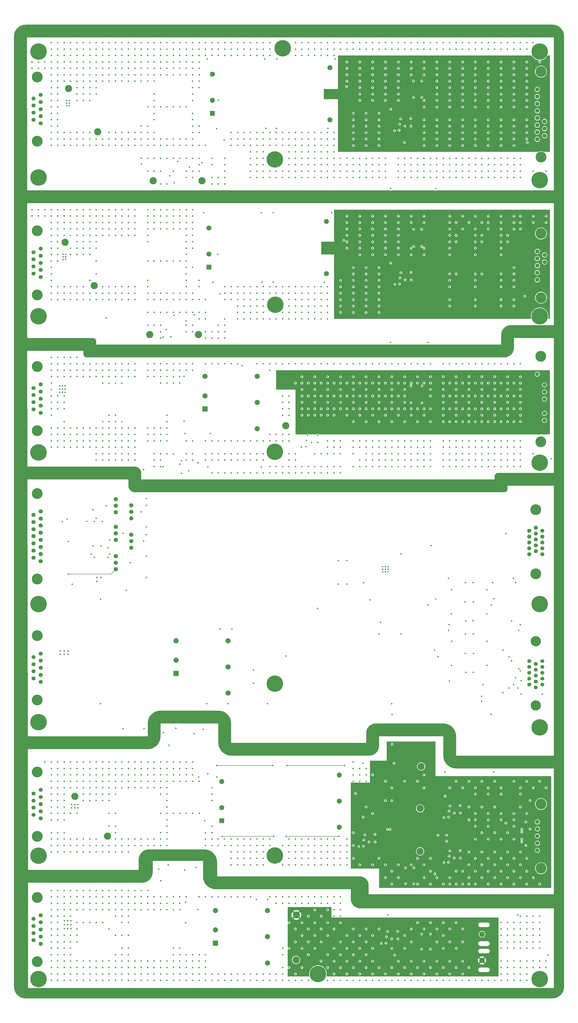
<source format=gbr>
%TF.GenerationSoftware,KiCad,Pcbnew,9.0.3*%
%TF.CreationDate,2025-09-16T14:08:45-04:00*%
%TF.ProjectId,11_CPU_PDU,31315f43-5055-45f5-9044-552e6b696361,rev?*%
%TF.SameCoordinates,Original*%
%TF.FileFunction,Copper,L3,Inr*%
%TF.FilePolarity,Positive*%
%FSLAX46Y46*%
G04 Gerber Fmt 4.6, Leading zero omitted, Abs format (unit mm)*
G04 Created by KiCad (PCBNEW 9.0.3) date 2025-09-16 14:08:45*
%MOMM*%
%LPD*%
G01*
G04 APERTURE LIST*
%TA.AperFunction,ComponentPad*%
%ADD10C,1.498600*%
%TD*%
%TA.AperFunction,ComponentPad*%
%ADD11C,4.000000*%
%TD*%
%TA.AperFunction,ComponentPad*%
%ADD12C,1.575000*%
%TD*%
%TA.AperFunction,ComponentPad*%
%ADD13C,4.216000*%
%TD*%
%TA.AperFunction,ComponentPad*%
%ADD14C,2.800000*%
%TD*%
%TA.AperFunction,ComponentPad*%
%ADD15C,1.560000*%
%TD*%
%TA.AperFunction,ComponentPad*%
%ADD16C,6.400000*%
%TD*%
%TA.AperFunction,ComponentPad*%
%ADD17C,1.650000*%
%TD*%
%TA.AperFunction,ComponentPad*%
%ADD18R,1.950000X1.950000*%
%TD*%
%TA.AperFunction,ComponentPad*%
%ADD19C,1.950000*%
%TD*%
%TA.AperFunction,ComponentPad*%
%ADD20C,1.635000*%
%TD*%
%TA.AperFunction,ComponentPad*%
%ADD21R,2.000000X2.000000*%
%TD*%
%TA.AperFunction,ComponentPad*%
%ADD22C,2.000000*%
%TD*%
%TA.AperFunction,ComponentPad*%
%ADD23C,2.159000*%
%TD*%
%TA.AperFunction,ViaPad*%
%ADD24C,0.600000*%
%TD*%
%TA.AperFunction,Conductor*%
%ADD25C,0.200000*%
%TD*%
G04 APERTURE END LIST*
D10*
%TO.N,/v1_Telem*%
%TO.C,J15*%
X385970000Y-277329999D03*
%TO.N,/TELEM_RTN*%
X385970000Y-275039998D03*
%TO.N,/v2_Telem*%
X385970000Y-272749998D03*
%TO.N,/TELEM_RTN*%
X385970000Y-270460000D03*
%TO.N,/v3_Telem*%
X385970000Y-268169999D03*
%TO.N,/TELEM_RTN*%
X388510000Y-278469999D03*
%TO.N,/v4_Telem*%
X388510000Y-276179999D03*
%TO.N,/TELEM_RTN*%
X388510000Y-273889998D03*
%TO.N,/v5_Telem*%
X388510000Y-271600000D03*
%TO.N,/Temp_Telem*%
X388510000Y-269310000D03*
%TO.N,/v6_Telem*%
X391050000Y-277329999D03*
%TO.N,/TELEM_RTN*%
X391050000Y-275039998D03*
%TO.N,/v7_Telem*%
X391050000Y-272749998D03*
%TO.N,/TELEM_RTN*%
X391050000Y-270460000D03*
X391050000Y-268169999D03*
D11*
%TO.N,GNDPWR*%
X388510000Y-260509999D03*
X388510000Y-285510000D03*
%TD*%
D12*
%TO.N,/i1_Telem*%
%TO.C,J14*%
X385950000Y-217469000D03*
%TO.N,/TELEM_RTN*%
X385950000Y-219759000D03*
%TO.N,/i2_Telem*%
X385950000Y-222049000D03*
%TO.N,/TELEM_RTN*%
X385950000Y-224339000D03*
%TO.N,/i3_Telem*%
X385950000Y-226629000D03*
%TO.N,/TELEM_RTN*%
X388490000Y-216324000D03*
%TO.N,/i4_Telem*%
X388490000Y-218614000D03*
%TO.N,/TELEM_RTN*%
X388490000Y-220904000D03*
%TO.N,/i5_Telem*%
X388490000Y-223194000D03*
%TO.N,/TELEM_RTN*%
X388490000Y-225484000D03*
%TO.N,/i6_Telem*%
X391030000Y-217469000D03*
%TO.N,/TELEM_RTN*%
X391030000Y-219759000D03*
%TO.N,/i7_Telem*%
X391030000Y-222049000D03*
%TO.N,/TELEM_RTN*%
X391030000Y-224339000D03*
X391030000Y-226629000D03*
D13*
%TO.N,GNDPWR*%
X388490000Y-234290000D03*
X388490000Y-209300000D03*
%TD*%
D14*
%TO.N,/SSD1_5V*%
%TO.C,SEC_PWR3*%
X295245001Y-384520000D03*
%TD*%
D15*
%TO.N,/V_SEC5_RTN*%
%TO.C,J13*%
X195905001Y-367160000D03*
X195905001Y-369930000D03*
%TO.N,unconnected-(J13-Pad3)*%
X195905001Y-372700000D03*
%TO.N,/V_SEC5_RTN*%
X195905001Y-375470000D03*
X195905001Y-378240000D03*
%TO.N,/V_SEC5_IN*%
X193065001Y-368545000D03*
X193065001Y-371315000D03*
X193065001Y-374085000D03*
X193065001Y-376855000D03*
D13*
%TO.N,GNDPWR*%
X194485001Y-360200000D03*
X194485001Y-385200000D03*
%TD*%
D16*
%TO.N,GNDPWR*%
%TO.C,H4*%
X195000000Y-392000000D03*
%TD*%
D17*
%TO.N,Net-(U22B-OUT_2)*%
%TO.C,J10*%
X225063200Y-210275000D03*
%TO.N,/LVDS_REC_CKT/EN_2*%
X225063200Y-207735000D03*
%TO.N,Net-(J10-Pad3)*%
X225063200Y-205195000D03*
%TD*%
D14*
%TO.N,/Sabertooth_IO/V8p2*%
%TO.C,8.2V1*%
X343902501Y-309244999D03*
%TD*%
%TO.N,/SSD0_5V*%
%TO.C,5V2*%
X291235001Y-176584999D03*
%TD*%
D18*
%TO.N,/Sabertooth_IO/p12V*%
%TO.C,U3*%
X266297501Y-330324999D03*
D19*
%TO.N,/Sabertooth_IO/p12_rtn*%
X266297501Y-325244999D03*
%TO.N,/Sabertooth_IO/REM*%
X266297501Y-315084999D03*
%TO.N,/Sabertooth_IO_12V*%
X312017501Y-332864999D03*
%TO.N,/Sabertooth_IO_RTN*%
X312017501Y-322704999D03*
%TO.N,Net-(U3-TRIM)*%
X312017501Y-312544999D03*
%TD*%
D16*
%TO.N,GNDPWR*%
%TO.C,H19*%
X290000000Y-29690000D03*
%TD*%
D20*
%TO.N,/EN3-*%
%TO.C,J7*%
X195905001Y-229340000D03*
%TO.N,/EN3+*%
X195905001Y-226570000D03*
%TO.N,/TELEM_RTN*%
X195905001Y-223800000D03*
%TO.N,/EN5+*%
X195905001Y-221030000D03*
%TO.N,/TELEM_RTN*%
X195905001Y-218260000D03*
%TO.N,/EN5-*%
X195905001Y-215490000D03*
%TO.N,/EN2+*%
X195905001Y-212720000D03*
%TO.N,/EN2-*%
X195905001Y-209950000D03*
%TO.N,/EN4-*%
X193065001Y-227955000D03*
%TO.N,/EN4+*%
X193065001Y-225185000D03*
%TO.N,/TELEM_RTN*%
X193065001Y-222415000D03*
X193065001Y-219645000D03*
X193065001Y-216875000D03*
%TO.N,/EN1+*%
X193065001Y-214105000D03*
%TO.N,/EN1-*%
X193065001Y-211335000D03*
D13*
%TO.N,GNDPWR*%
X194485001Y-202995000D03*
X194485001Y-236295000D03*
%TD*%
D14*
%TO.N,/V_SEC1_RTN*%
%TO.C,SEC_RTN1*%
X206725001Y-45335000D03*
%TD*%
%TO.N,Net-(F2-Pad2)*%
%TO.C,SEC_RTN2*%
X216715001Y-122055000D03*
%TD*%
D16*
%TO.N,GNDPWR*%
%TO.C,H11*%
X390000000Y-294000000D03*
%TD*%
%TO.N,GNDPWR*%
%TO.C,H10*%
X390000000Y-392000000D03*
%TD*%
D17*
%TO.N,Net-(U22D-OUT_4)*%
%TO.C,J12*%
X231063200Y-224065000D03*
%TO.N,/LVDS_REC_CKT/EN_4*%
X231063200Y-221525000D03*
%TO.N,Net-(J12-Pad3)*%
X231063200Y-218985000D03*
%TD*%
D21*
%TO.N,Net-(U23-+VIN)*%
%TO.C,U23*%
X248505001Y-272989999D03*
D22*
%TO.N,Net-(U23--VIN)*%
X248505001Y-267889999D03*
%TO.N,/V_TELEM*%
X268805001Y-280689999D03*
%TO.N,unconnected-(U23-TRIM-Pad4)*%
X268805001Y-270489999D03*
%TO.N,/V_TELEM_RTN*%
X268805001Y-260289999D03*
%TO.N,unconnected-(U23-REMOTE-Pad6)*%
X248505001Y-260289999D03*
%TD*%
D18*
%TO.N,/Sabertooth_CPU_and_PCIe_Bifurcator/P12V_PDU_DAQ1/p12V*%
%TO.C,U2*%
X261325001Y-114915000D03*
D19*
%TO.N,/Sabertooth_CPU_and_PCIe_Bifurcator/P12V_PDU_DAQ1/p12_rtn*%
X261325001Y-109835000D03*
%TO.N,/Sabertooth_CPU_and_PCIe_Bifurcator/P12V_PDU_DAQ1/REM*%
X261325001Y-99675000D03*
%TO.N,/PCIe_Bifurcator_12V*%
X307045001Y-117455000D03*
%TO.N,/PCIe_Bifurcator_12V_RTN*%
X307045001Y-107295000D03*
%TO.N,Net-(U2-TRIM)*%
X307045001Y-97135000D03*
%TD*%
D16*
%TO.N,GNDPWR*%
%TO.C,H20*%
X303760000Y-390000000D03*
%TD*%
%TO.N,GNDPWR*%
%TO.C,H1*%
X195000000Y-31000000D03*
%TD*%
D17*
%TO.N,Net-(U22C-OUT_3)*%
%TO.C,J11*%
X225063200Y-221035000D03*
%TO.N,/LVDS_REC_CKT/EN_3*%
X225063200Y-218495000D03*
%TO.N,Net-(J11-Pad3)*%
X225063200Y-215955000D03*
%TD*%
D14*
%TO.N,/Sabertooth_IO_5V*%
%TO.C,5V1*%
X343522501Y-325554999D03*
%TD*%
D16*
%TO.N,GNDPWR*%
%TO.C,H21*%
X287000000Y-186770000D03*
%TD*%
D20*
%TO.N,/Sabertooth_p12V_OUT*%
%TO.C,J18*%
X389080000Y-45725000D03*
X389080000Y-48495000D03*
X389080000Y-51265000D03*
X389080000Y-54035000D03*
%TO.N,unconnected-(J18-Pad5)*%
X389080000Y-56805000D03*
%TO.N,unconnected-(J18-Pad6)*%
X389080000Y-59575000D03*
%TO.N,unconnected-(J18-Pad7)*%
X389080000Y-62345000D03*
%TO.N,unconnected-(J18-Pad8)*%
X389080000Y-65115000D03*
%TO.N,/Sabertooth_p12V_RTN*%
X391920000Y-47110000D03*
X391920000Y-49880000D03*
X391920000Y-52650000D03*
X391920000Y-55420000D03*
%TO.N,unconnected-(J18-Pad13)*%
X391920000Y-58190000D03*
%TO.N,unconnected-(J18-Pad14)*%
X391920000Y-60960000D03*
%TO.N,unconnected-(J18-Pad15)*%
X391920000Y-63730000D03*
D13*
%TO.N,GNDPWR*%
X390500000Y-72070000D03*
X390500000Y-38770000D03*
%TD*%
D16*
%TO.N,GNDPWR*%
%TO.C,H22*%
X287000000Y-343890000D03*
%TD*%
D17*
%TO.N,Net-(U22A-OUT_1)*%
%TO.C,J9*%
X231063200Y-212645000D03*
%TO.N,/LVDS_REC_CKT/EN_1*%
X231063200Y-210105000D03*
%TO.N,Net-(J9-Pad3)*%
X231063200Y-207565000D03*
%TD*%
D14*
%TO.N,/Sabertooth_IO_RTN*%
%TO.C,8.2\u002C5\u002C3.3_RTN1*%
X327155001Y-319864999D03*
%TD*%
D16*
%TO.N,GNDPWR*%
%TO.C,H15*%
X195000000Y-187000000D03*
%TD*%
D17*
%TO.N,Net-(U21-R)*%
%TO.C,J8*%
X225063200Y-232455000D03*
%TO.N,/LVDS_REC_CKT/EN_5*%
X225063200Y-229915000D03*
%TO.N,Net-(J8-Pad3)*%
X225063200Y-227375000D03*
%TD*%
D15*
%TO.N,/V_SEC3_RTN*%
%TO.C,J3*%
X195905001Y-318370000D03*
X195905001Y-321140000D03*
%TO.N,unconnected-(J3-Pad3)*%
X195905001Y-323910000D03*
%TO.N,/V_SEC3_RTN*%
X195905001Y-326680000D03*
X195905001Y-329450000D03*
%TO.N,/V_SEC3_IN*%
X193065001Y-319755000D03*
X193065001Y-322525000D03*
X193065001Y-325295000D03*
X193065001Y-328065000D03*
D13*
%TO.N,GNDPWR*%
X194485001Y-311410000D03*
X194485001Y-336410000D03*
%TD*%
D16*
%TO.N,GNDPWR*%
%TO.C,H5*%
X195000000Y-344000000D03*
%TD*%
%TO.N,GNDPWR*%
%TO.C,H18*%
X287190000Y-129530000D03*
%TD*%
D15*
%TO.N,/SSD0_5V_RTN*%
%TO.C,J6*%
X389035000Y-175930000D03*
X389035000Y-173160000D03*
X389035000Y-170390000D03*
X389035000Y-167620000D03*
X389035000Y-164850000D03*
X389035000Y-162080000D03*
X389035000Y-159310000D03*
%TO.N,/SSD0_5V_OUT*%
X389035000Y-156540000D03*
X391875000Y-174545000D03*
X391875000Y-171775000D03*
%TO.N,/SSD0_5V_RTN*%
X391875000Y-169005000D03*
%TO.N,/SSD0_5V_OUT*%
X391875000Y-166235000D03*
X391875000Y-163465000D03*
X391875000Y-160695000D03*
%TO.N,/SSD0_5V_RTN*%
X391875000Y-157925000D03*
D13*
%TO.N,GNDPWR*%
X390455000Y-182885000D03*
X390455000Y-149585000D03*
%TD*%
D16*
%TO.N,GNDPWR*%
%TO.C,H8*%
X195000000Y-134000000D03*
%TD*%
%TO.N,GNDPWR*%
%TO.C,H12*%
X390000000Y-246000000D03*
%TD*%
%TO.N,GNDPWR*%
%TO.C,H3*%
X287000000Y-73000000D03*
%TD*%
%TO.N,GNDPWR*%
%TO.C,H17*%
X195000000Y-246000000D03*
%TD*%
D15*
%TO.N,/V_SEC2_RTN*%
%TO.C,J2*%
X195905001Y-107700000D03*
X195905001Y-110470000D03*
%TO.N,unconnected-(J2-Pad3)*%
X195905001Y-113240000D03*
%TO.N,/V_SEC2_RTN*%
X195905001Y-116010000D03*
X195905001Y-118780000D03*
%TO.N,/V_SEC2_IN*%
X193065001Y-109085000D03*
X193065001Y-111855000D03*
X193065001Y-114625000D03*
X193065001Y-117395000D03*
D13*
%TO.N,GNDPWR*%
X194485001Y-100740000D03*
X194485001Y-125740000D03*
%TD*%
D14*
%TO.N,Net-(F1-Pad2)*%
%TO.C,SEC_PWR1*%
X218085001Y-62185000D03*
%TD*%
D15*
%TO.N,/Sabertooth_IO_12V_OUT*%
%TO.C,J16*%
X389110000Y-341880000D03*
X389110000Y-339110000D03*
%TO.N,unconnected-(J16-Pad3)*%
X389110000Y-336340000D03*
%TO.N,/Sabertooth_IO_5V_OUT*%
X389110000Y-333570000D03*
%TO.N,/Sabertooth_IO_3p3V_OUT*%
X389110000Y-330800000D03*
%TO.N,/Sabertooth_IO_RTN*%
X391950000Y-340495000D03*
X391950000Y-337725000D03*
X391950000Y-334955000D03*
X391950000Y-332185000D03*
D13*
%TO.N,GNDPWR*%
X390530000Y-348840000D03*
X390530000Y-323840000D03*
%TD*%
D20*
%TO.N,unconnected-(J17-Pad1)*%
%TO.C,J17*%
X389090000Y-108740000D03*
%TO.N,unconnected-(J17-Pad2)*%
X389090000Y-111510000D03*
%TO.N,unconnected-(J17-Pad3)*%
X389090000Y-114280000D03*
%TO.N,/PCIe_Bifurcator_12V_OUT*%
X389090000Y-117050000D03*
X389090000Y-119820000D03*
%TO.N,unconnected-(J17-Pad6)*%
X391930000Y-110125000D03*
%TO.N,unconnected-(J17-Pad7)*%
X391930000Y-112895000D03*
%TO.N,/PCIe_Bifurcator_12V_RTN*%
X391930000Y-115665000D03*
X391930000Y-118435000D03*
D13*
%TO.N,GNDPWR*%
X390510000Y-126780000D03*
X390510000Y-101780000D03*
%TD*%
D23*
%TO.N,/SSD1_5V_RTN*%
%TO.C,P2*%
X367580000Y-384730000D03*
%TD*%
D21*
%TO.N,/SSD_PDU/HUB_SSD1/p12V*%
%TO.C,U8*%
X263842501Y-377990000D03*
D22*
%TO.N,/SSD_PDU/HUB_SSD1/p12_rtn*%
X263842501Y-372890000D03*
%TO.N,/SSD1_5V*%
X284142501Y-385690000D03*
%TO.N,Net-(U8-TRIM)*%
X284142501Y-375490000D03*
%TO.N,/SSD1_5V_RTN*%
X284142501Y-365290000D03*
%TO.N,/SSD_PDU/HUB_SSD1/REM*%
X263842501Y-365290000D03*
%TD*%
D14*
%TO.N,/V_SEC2_RTN*%
%TO.C,TP1*%
X205355001Y-105205000D03*
%TD*%
%TO.N,Net-(F3-Pad2)*%
%TO.C,V_SEC_IN1*%
X221885001Y-336364999D03*
%TD*%
D16*
%TO.N,GNDPWR*%
%TO.C,H6*%
X195000000Y-292000000D03*
%TD*%
%TO.N,GNDPWR*%
%TO.C,H7*%
X390000000Y-31000000D03*
%TD*%
%TO.N,GNDPWR*%
%TO.C,H16*%
X390000000Y-191000000D03*
%TD*%
%TO.N,GNDPWR*%
%TO.C,H14*%
X390000000Y-81000000D03*
%TD*%
D15*
%TO.N,/V_SEC1_RTN*%
%TO.C,J1*%
X195905001Y-47830000D03*
X195905001Y-50600000D03*
%TO.N,unconnected-(J1-Pad3)*%
X195905001Y-53370000D03*
%TO.N,/V_SEC1_RTN*%
X195905001Y-56140000D03*
X195905001Y-58910000D03*
%TO.N,/V_SEC1_IN*%
X193065001Y-49215000D03*
X193065001Y-51985000D03*
X193065001Y-54755000D03*
X193065001Y-57525000D03*
D13*
%TO.N,GNDPWR*%
X194485001Y-40870000D03*
X194485001Y-65870000D03*
%TD*%
D14*
%TO.N,/V_TELEM*%
%TO.C,TELEM_PWR1*%
X258595001Y-81255000D03*
%TD*%
%TO.N,/V_TELEM*%
%TO.C,SEC_PWR2*%
X257225001Y-141125000D03*
%TD*%
D15*
%TO.N,/V_TELEM_RTN*%
%TO.C,J5*%
X195905001Y-265294999D03*
X195905001Y-268064999D03*
%TO.N,unconnected-(J5-Pad3)*%
X195905001Y-270834999D03*
%TO.N,/V_TELEM_RTN*%
X195905001Y-273604999D03*
X195905001Y-276374999D03*
%TO.N,/V_TELEM_IN*%
X193065001Y-266679999D03*
X193065001Y-269449999D03*
X193065001Y-272219999D03*
X193065001Y-274989999D03*
D13*
%TO.N,GNDPWR*%
X194485001Y-258334999D03*
X194485001Y-283334999D03*
%TD*%
D23*
%TO.N,/SSD1_5V_OUT*%
%TO.C,P1*%
X367580000Y-374519600D03*
%TD*%
D16*
%TO.N,GNDPWR*%
%TO.C,H2*%
X390000000Y-134000000D03*
%TD*%
D14*
%TO.N,/V_TELEM_RTN*%
%TO.C,TELEM_RTN1*%
X239625001Y-81245000D03*
%TD*%
%TO.N,/SSD0_5V_RTN*%
%TO.C,5V_RTN1*%
X291315001Y-159085000D03*
%TD*%
D15*
%TO.N,/V_SEC4_RTN*%
%TO.C,J4*%
X195905001Y-160535000D03*
X195905001Y-163305000D03*
%TO.N,unconnected-(J4-Pad3)*%
X195905001Y-166075000D03*
%TO.N,/V_SEC4_RTN*%
X195905001Y-168845000D03*
X195905001Y-171615000D03*
%TO.N,/V_SEC4_IN*%
X193065001Y-161920000D03*
X193065001Y-164690000D03*
X193065001Y-167460000D03*
X193065001Y-170230000D03*
D13*
%TO.N,GNDPWR*%
X194485001Y-153575000D03*
X194485001Y-178575000D03*
%TD*%
D14*
%TO.N,/Sabertooth_IO_3p3V*%
%TO.C,3.3V1*%
X343474001Y-342274999D03*
%TD*%
D18*
%TO.N,/Sabertooth_CPU_and_PCIe_Bifurcator/P12V_PDU_DAQ/p12V*%
%TO.C,U1*%
X262695001Y-55045000D03*
D19*
%TO.N,/Sabertooth_CPU_and_PCIe_Bifurcator/P12V_PDU_DAQ/p12_rtn*%
X262695001Y-49965000D03*
%TO.N,/Sabertooth_CPU_and_PCIe_Bifurcator/P12V_PDU_DAQ/REM*%
X262695001Y-39805000D03*
%TO.N,/Sabertooth_p12V*%
X308415001Y-57585000D03*
%TO.N,/Sabertooth_p12V_RTN*%
X308415001Y-47425000D03*
%TO.N,Net-(U1-TRIM)*%
X308415001Y-37265000D03*
%TD*%
D16*
%TO.N,GNDPWR*%
%TO.C,H13*%
X195000000Y-80000000D03*
%TD*%
D14*
%TO.N,/V_SEC3_RTN*%
%TO.C,V_SEC_RTN1*%
X209135001Y-320864999D03*
%TD*%
%TO.N,/SSD1_5V_RTN*%
%TO.C,SEC_RTN4*%
X295325001Y-367020000D03*
%TD*%
D21*
%TO.N,/SSD_PDU/HUB_SSD0/p12V*%
%TO.C,U7*%
X259832501Y-170055000D03*
D22*
%TO.N,/SSD_PDU/HUB_SSD0/p12_rtn*%
X259832501Y-164955000D03*
%TO.N,/SSD0_5V*%
X280132501Y-177755000D03*
%TO.N,Net-(U7-TRIM)*%
X280132501Y-167555000D03*
%TO.N,/SSD0_5V_RTN*%
X280132501Y-157355000D03*
%TO.N,/SSD_PDU/HUB_SSD0/REM*%
X259832501Y-157355000D03*
%TD*%
D16*
%TO.N,GNDPWR*%
%TO.C,H9*%
X287000000Y-277000000D03*
%TD*%
D14*
%TO.N,/V_TELEM_RTN*%
%TO.C,SEC_RTN3*%
X238255001Y-141115000D03*
%TD*%
D24*
%TO.N,/Sabertooth_IO_3p3V*%
X350460000Y-336000000D03*
X349090000Y-263990000D03*
X353790001Y-338330000D03*
X353790001Y-335990001D03*
%TO.N,/Sabertooth_IO_5V*%
X353190000Y-311410000D03*
X372210000Y-311400000D03*
X372210000Y-243930000D03*
X353190000Y-320790000D03*
%TO.N,/SSD0_5V*%
X350520000Y-266520000D03*
X291230000Y-266280000D03*
%TO.N,/SSD0_5V_RTN*%
X315000000Y-167500000D03*
X305000000Y-157500000D03*
X335000000Y-162500000D03*
X300000000Y-157500000D03*
X335000000Y-167500000D03*
X347500000Y-167500000D03*
X305000000Y-162500000D03*
X375000000Y-162500000D03*
X335000000Y-175000000D03*
X320000000Y-162500000D03*
X360000000Y-167500000D03*
X317500000Y-172500000D03*
X342500000Y-172500000D03*
X345000000Y-157500000D03*
X332500000Y-172500000D03*
X380000000Y-172500000D03*
X320000000Y-157500000D03*
X380000000Y-157500000D03*
X340000000Y-175000000D03*
X380000000Y-167500000D03*
X340000000Y-157500000D03*
X327500000Y-172500000D03*
X347500000Y-172500000D03*
X370000000Y-167500000D03*
X345000000Y-175000000D03*
X325000000Y-167500000D03*
X355000000Y-157500000D03*
X337500000Y-172500000D03*
X330000000Y-162500000D03*
X365000000Y-167500000D03*
X375000000Y-172500000D03*
X355000000Y-167500000D03*
X320000000Y-175000000D03*
X375000000Y-157500000D03*
X370000000Y-172500000D03*
X322500000Y-172500000D03*
X370000000Y-162500000D03*
X310000000Y-167500000D03*
X365000000Y-172500000D03*
X325000000Y-162500000D03*
X365000000Y-157500000D03*
X375000000Y-167500000D03*
X315000000Y-162500000D03*
X330000000Y-167500000D03*
X315000000Y-157500000D03*
X310000000Y-162500000D03*
X360000000Y-172500000D03*
X325000000Y-175000000D03*
X320000000Y-167500000D03*
X300000000Y-167500000D03*
X300000000Y-162500000D03*
X310000000Y-157500000D03*
X355000000Y-162500000D03*
X295000000Y-157500000D03*
X305000000Y-167500000D03*
X355000000Y-172500000D03*
X370000000Y-157500000D03*
X365000000Y-162500000D03*
X380000000Y-162500000D03*
X335000000Y-157500000D03*
X360000000Y-157500000D03*
X360000000Y-162500000D03*
X330000000Y-175000000D03*
X312500000Y-172500000D03*
X330000000Y-157500000D03*
X325000000Y-157500000D03*
%TO.N,/Sabertooth_IO_RTN*%
X322500000Y-347500000D03*
X387500000Y-315000000D03*
X377500000Y-355000000D03*
X347500000Y-352500000D03*
X317500000Y-337500000D03*
X342500000Y-347500000D03*
X372500000Y-350000000D03*
X367500000Y-332500000D03*
X345155001Y-339404999D03*
X372500000Y-327500000D03*
X370000000Y-335000000D03*
X367500000Y-327500000D03*
X387500000Y-355000000D03*
X370000000Y-325000000D03*
X325000000Y-315000000D03*
X332500000Y-347500000D03*
X291675001Y-308844999D03*
X329472501Y-327524999D03*
X332500000Y-315000000D03*
X335000000Y-355000000D03*
X362500000Y-350000000D03*
X380000000Y-342500000D03*
X360000000Y-347500000D03*
X343592501Y-305594999D03*
X332500000Y-320000000D03*
X385000000Y-342500000D03*
X340000000Y-315000000D03*
X337500000Y-347500000D03*
X370000000Y-352500000D03*
X345000000Y-345000000D03*
X329064001Y-344104999D03*
X314105001Y-308844999D03*
X372500000Y-332500000D03*
X392500000Y-355000000D03*
X332500000Y-352500000D03*
X367500000Y-345000000D03*
X372500000Y-355000000D03*
X320000000Y-335000000D03*
X372500000Y-345000000D03*
X330000000Y-350000000D03*
X367500000Y-330000000D03*
X325000000Y-310000000D03*
X370000000Y-342500000D03*
X377500000Y-350000000D03*
X350000000Y-355000000D03*
X317500000Y-342500000D03*
X375000000Y-325000000D03*
X362500000Y-327500000D03*
X372500000Y-337500000D03*
X355000000Y-315000000D03*
X380000000Y-347500000D03*
X380000000Y-352500000D03*
X335000000Y-350000000D03*
X382500000Y-315000000D03*
X385000000Y-347500000D03*
X372500000Y-320000000D03*
X345000000Y-315000000D03*
X345000000Y-350000000D03*
X367500000Y-337500000D03*
X365000000Y-335000000D03*
X375000000Y-342500000D03*
X375000000Y-347500000D03*
X360000000Y-315000000D03*
X322500000Y-327500000D03*
X385000000Y-352500000D03*
X330000000Y-355000000D03*
X343562501Y-322054999D03*
X367500000Y-317500000D03*
X385000000Y-317500000D03*
X357500000Y-352500000D03*
X365000000Y-342500000D03*
X347500000Y-347500000D03*
X392500000Y-315000000D03*
X390000000Y-352500000D03*
X352500000Y-352500000D03*
X375000000Y-315000000D03*
X375000000Y-335000000D03*
X382500000Y-327500000D03*
X345000000Y-355000000D03*
X390000000Y-317500000D03*
X362500000Y-345000000D03*
X380000000Y-335000000D03*
X380000000Y-325000000D03*
X377500000Y-345000000D03*
X367500000Y-350000000D03*
X382500000Y-345000000D03*
X329472501Y-310834999D03*
X367500000Y-320000000D03*
X325000000Y-325000000D03*
X370000000Y-347500000D03*
X362500000Y-317500000D03*
X365000000Y-352500000D03*
X360000000Y-352500000D03*
X327500000Y-347500000D03*
X372500000Y-330000000D03*
X382500000Y-330000000D03*
X317500000Y-347500000D03*
X382500000Y-332500000D03*
X385000000Y-320000000D03*
X370000000Y-315000000D03*
X332092501Y-306884999D03*
X385000000Y-325000000D03*
X343524001Y-339414999D03*
X345000000Y-300000000D03*
X357500000Y-347500000D03*
X372500000Y-317500000D03*
X377500000Y-337500000D03*
X382500000Y-350000000D03*
X382500000Y-355000000D03*
X380000000Y-320000000D03*
X375000000Y-352500000D03*
X367500000Y-355000000D03*
X365000000Y-315000000D03*
X365000000Y-347500000D03*
X357500000Y-317500000D03*
X365000000Y-325000000D03*
X380000000Y-317500000D03*
%TO.N,/Sabertooth_p12V*%
X349560000Y-243950000D03*
X349560000Y-84330000D03*
X332060000Y-84330000D03*
X332060000Y-53415000D03*
X307665001Y-60845000D03*
X287695001Y-60845000D03*
%TO.N,/Sabertooth_CPU_and_PCIe_Bifurcator/P12V_PDU_DAQ/p12V*%
X283405001Y-60845000D03*
%TO.N,/Sabertooth_CPU_and_PCIe_Bifurcator/P12V_PDU_DAQ/p12_rtn*%
X267280000Y-65400000D03*
X264950000Y-49960000D03*
X260695001Y-33845000D03*
X283095001Y-33845000D03*
%TO.N,/Sabertooth_p12V_RTN*%
X357500000Y-65000000D03*
X372500000Y-45000000D03*
X367500000Y-45000000D03*
X332500000Y-40000000D03*
X377500000Y-67500000D03*
X332500000Y-50000000D03*
X342500000Y-62500000D03*
X342500000Y-40000000D03*
X382500000Y-60000000D03*
X347500000Y-42500000D03*
X322500000Y-37500000D03*
X337500000Y-37500000D03*
X310465001Y-33855000D03*
X325000000Y-67500000D03*
X382500000Y-47500000D03*
X362500000Y-60000000D03*
X320000000Y-60000000D03*
X362500000Y-52500000D03*
X352500000Y-57500000D03*
X327500000Y-47500000D03*
X377500000Y-52500000D03*
X352500000Y-35000000D03*
X325000000Y-57500000D03*
X340000000Y-50000000D03*
X315000000Y-62500000D03*
X325000000Y-55000000D03*
X337500000Y-47500000D03*
X362500000Y-62500000D03*
X315000000Y-55000000D03*
X330000000Y-55000000D03*
X332500000Y-47500000D03*
X325000000Y-60000000D03*
X357500000Y-67500000D03*
X312500000Y-35000000D03*
X377500000Y-62500000D03*
X377500000Y-65000000D03*
X330000000Y-57500000D03*
X342500000Y-35000000D03*
X352500000Y-50000000D03*
X330000000Y-65000000D03*
X352500000Y-42500000D03*
X367500000Y-60000000D03*
X372500000Y-67500000D03*
X352500000Y-67500000D03*
X347500000Y-40000000D03*
X377500000Y-50000000D03*
X357500000Y-52500000D03*
X320000000Y-55000000D03*
X367500000Y-62500000D03*
X377500000Y-42500000D03*
X352500000Y-60000000D03*
X347500000Y-67500000D03*
X342500000Y-65000000D03*
X362500000Y-47500000D03*
X357500000Y-47500000D03*
X342500000Y-60000000D03*
X382500000Y-62500000D03*
X392500000Y-35000000D03*
X347500000Y-57500000D03*
X362500000Y-67500000D03*
X327500000Y-42500000D03*
X337500000Y-45000000D03*
X367500000Y-37500000D03*
X372500000Y-50000000D03*
X357500000Y-37500000D03*
X357500000Y-45000000D03*
X372500000Y-62500000D03*
X362500000Y-45000000D03*
X377500000Y-45000000D03*
X367500000Y-52500000D03*
X337500000Y-35000000D03*
X382500000Y-67500000D03*
X362500000Y-42500000D03*
X377500000Y-37500000D03*
X352500000Y-65000000D03*
X327500000Y-50000000D03*
X317500000Y-37500000D03*
X367500000Y-47500000D03*
X372500000Y-65000000D03*
X357500000Y-42500000D03*
X332500000Y-37500000D03*
X332500000Y-35000000D03*
X317500000Y-35000000D03*
X347500000Y-35000000D03*
X352500000Y-40000000D03*
X315000000Y-60000000D03*
X315000000Y-57500000D03*
X320000000Y-67500000D03*
X372500000Y-47500000D03*
X382500000Y-37500000D03*
X357500000Y-35000000D03*
X322500000Y-40000000D03*
X315000000Y-67500000D03*
X337500000Y-42500000D03*
X312500000Y-37500000D03*
X322500000Y-35000000D03*
X352500000Y-62500000D03*
X322500000Y-45000000D03*
X382500000Y-40000000D03*
X322500000Y-42500000D03*
X320000000Y-65000000D03*
X330000000Y-62500000D03*
X372500000Y-35000000D03*
X382500000Y-50000000D03*
X342500000Y-37500000D03*
X362500000Y-57500000D03*
X382500000Y-45000000D03*
X322500000Y-47500000D03*
X367500000Y-40000000D03*
X382500000Y-57500000D03*
X367500000Y-65000000D03*
X362500000Y-37500000D03*
X347500000Y-45000000D03*
X325000000Y-62500000D03*
X362500000Y-35000000D03*
X320000000Y-57500000D03*
X327500000Y-45000000D03*
X367500000Y-67500000D03*
X382500000Y-52500000D03*
X382500000Y-35000000D03*
X327500000Y-35000000D03*
X327500000Y-40000000D03*
X342500000Y-50000000D03*
X357500000Y-40000000D03*
X317500000Y-40000000D03*
X382500000Y-42500000D03*
X367500000Y-57500000D03*
X362500000Y-65000000D03*
X387500000Y-35000000D03*
X320000000Y-62500000D03*
X325000000Y-65000000D03*
X357500000Y-60000000D03*
X377500000Y-47500000D03*
X347500000Y-65000000D03*
X342500000Y-67500000D03*
X357500000Y-62500000D03*
X347500000Y-37500000D03*
X372500000Y-40000000D03*
X377500000Y-57500000D03*
X330000000Y-60000000D03*
X367500000Y-35000000D03*
X347500000Y-47500000D03*
X357500000Y-50000000D03*
X362500000Y-40000000D03*
X347500000Y-52500000D03*
X347500000Y-62500000D03*
X372500000Y-52500000D03*
X337500000Y-50000000D03*
X362500000Y-50000000D03*
X372500000Y-57500000D03*
X315000000Y-65000000D03*
X347500000Y-50000000D03*
X377500000Y-35000000D03*
X352500000Y-47500000D03*
X352500000Y-45000000D03*
X332500000Y-45000000D03*
X372500000Y-60000000D03*
X317500000Y-47500000D03*
X322500000Y-50000000D03*
X330000000Y-67500000D03*
X377500000Y-40000000D03*
X287785001Y-33855000D03*
X352500000Y-52500000D03*
X317500000Y-45000000D03*
X382500000Y-65000000D03*
X347500000Y-60000000D03*
X337500000Y-40000000D03*
X317500000Y-42500000D03*
X357500000Y-57500000D03*
X332500000Y-42500000D03*
X372500000Y-37500000D03*
X372500000Y-42500000D03*
X367500000Y-42500000D03*
X377500000Y-60000000D03*
X352500000Y-37500000D03*
X327500000Y-37500000D03*
X342500000Y-57500000D03*
X367500000Y-50000000D03*
%TO.N,/V_SEC1_RTN*%
X347500000Y-30000000D03*
X367500000Y-27500000D03*
X365000000Y-50000000D03*
X217500000Y-37500000D03*
X240000000Y-65000000D03*
X327500000Y-57500000D03*
X212500000Y-47500000D03*
X210000000Y-50000000D03*
X240000000Y-52500000D03*
X235000000Y-30000000D03*
X385000000Y-62500000D03*
X370000000Y-42500000D03*
X340000000Y-72500000D03*
X365000000Y-60000000D03*
X317500000Y-65000000D03*
X340000000Y-40000000D03*
X345000000Y-65000000D03*
X235000000Y-37500000D03*
X227500000Y-37500000D03*
X202500000Y-67500000D03*
X380000000Y-72500000D03*
X355000000Y-80000000D03*
X287500000Y-80000000D03*
X370000000Y-62500000D03*
X297500000Y-27500000D03*
X297500000Y-32500000D03*
X307500000Y-62500000D03*
X317500000Y-55000000D03*
X220000000Y-32500000D03*
X280000000Y-62500000D03*
X365000000Y-42500000D03*
X365000000Y-37500000D03*
X245000000Y-27500000D03*
X215000000Y-45000000D03*
X385000000Y-45000000D03*
X300000000Y-65000000D03*
X202500000Y-27500000D03*
X292500000Y-65000000D03*
X305000000Y-67500000D03*
X240000000Y-57500000D03*
X252500000Y-32500000D03*
X325000000Y-37500000D03*
X350000000Y-75000000D03*
X285000000Y-67500000D03*
X317500000Y-75000000D03*
X215000000Y-65000000D03*
X350000000Y-60000000D03*
X232500000Y-42500000D03*
X380000000Y-30000000D03*
X352500000Y-72500000D03*
X357500000Y-27500000D03*
X365000000Y-75000000D03*
X240000000Y-55000000D03*
X375000000Y-75000000D03*
X385000000Y-65000000D03*
X255000000Y-37500000D03*
X302500000Y-30000000D03*
X285000000Y-77500000D03*
X355000000Y-57500000D03*
X200000000Y-32500000D03*
X320000000Y-35000000D03*
X230000000Y-35000000D03*
X290000000Y-67500000D03*
X215000000Y-47500000D03*
X252500000Y-27500000D03*
X315000000Y-35000000D03*
X375000000Y-47500000D03*
X307500000Y-65000000D03*
X292500000Y-72500000D03*
X302500000Y-67500000D03*
X277500000Y-72500000D03*
X260000000Y-30000000D03*
X325000000Y-75000000D03*
X292500000Y-77500000D03*
X245000000Y-40000000D03*
X220000000Y-67500000D03*
X312500000Y-75000000D03*
X245000000Y-67500000D03*
X320000000Y-42500000D03*
X272500000Y-65000000D03*
X212500000Y-45000000D03*
X220000000Y-42500000D03*
X235000000Y-65000000D03*
X222500000Y-37500000D03*
X302500000Y-32500000D03*
X322500000Y-72500000D03*
X320000000Y-30000000D03*
X202500000Y-52500000D03*
X300000000Y-70000000D03*
X200000000Y-47500000D03*
X217500000Y-42500000D03*
X385000000Y-60000000D03*
X310000000Y-75000000D03*
X252500000Y-52500000D03*
X390000000Y-35000000D03*
X360000000Y-77500000D03*
X357500000Y-77500000D03*
X337500000Y-80000000D03*
X242500000Y-52500000D03*
X295000000Y-75000000D03*
X325000000Y-77500000D03*
X327500000Y-27500000D03*
X200000000Y-62500000D03*
X365000000Y-47500000D03*
X375000000Y-57500000D03*
X387500000Y-77500000D03*
X335000000Y-80000000D03*
X355000000Y-47500000D03*
X375000000Y-67500000D03*
X210000000Y-27500000D03*
X202500000Y-32500000D03*
X247500000Y-67500000D03*
X207500000Y-65000000D03*
X367500000Y-30000000D03*
X340000000Y-35000000D03*
X370000000Y-30000000D03*
X370000000Y-65000000D03*
X277500000Y-80000000D03*
X355000000Y-67500000D03*
X227500000Y-65000000D03*
X206945001Y-51045000D03*
X205000000Y-32500000D03*
X252500000Y-40000000D03*
X250000000Y-32500000D03*
X257500000Y-42500000D03*
X215000000Y-50000000D03*
X222500000Y-27500000D03*
X322500000Y-55000000D03*
X345000000Y-40000000D03*
X235000000Y-27500000D03*
X320000000Y-45000000D03*
X205000000Y-30000000D03*
X232500000Y-37500000D03*
X242500000Y-35000000D03*
X207500000Y-32500000D03*
X370000000Y-47500000D03*
X380000000Y-67500000D03*
X215000000Y-35000000D03*
X370000000Y-57500000D03*
X305000000Y-70000000D03*
X345000000Y-75000000D03*
X380000000Y-27500000D03*
X350000000Y-47500000D03*
X330000000Y-75000000D03*
X350000000Y-80000000D03*
X360000000Y-37500000D03*
X240000000Y-32500000D03*
X275000000Y-30000000D03*
X317500000Y-60000000D03*
X385000000Y-40000000D03*
X280000000Y-32500000D03*
X252500000Y-37500000D03*
X222500000Y-67500000D03*
X265000000Y-30000000D03*
X282500000Y-80000000D03*
X287500000Y-77500000D03*
X367500000Y-80000000D03*
X202500000Y-50000000D03*
X345000000Y-62500000D03*
X200000000Y-60000000D03*
X330000000Y-80000000D03*
X240000000Y-27500000D03*
X350000000Y-35000000D03*
X360000000Y-60000000D03*
X237500000Y-67500000D03*
X340915000Y-48785000D03*
X375000000Y-37500000D03*
X202500000Y-57500000D03*
X330000000Y-27500000D03*
X200000000Y-67500000D03*
X247500000Y-37500000D03*
X280000000Y-75000000D03*
X245000000Y-32500000D03*
X200000000Y-65000000D03*
X217500000Y-30000000D03*
X300000000Y-77500000D03*
X392500000Y-77500000D03*
X375000000Y-30000000D03*
X222500000Y-62500000D03*
X355000000Y-75000000D03*
X207500000Y-35000000D03*
X375000000Y-72500000D03*
X372500000Y-77500000D03*
X247500000Y-32500000D03*
X300000000Y-27500000D03*
X320000000Y-72500000D03*
X377500000Y-27500000D03*
X230000000Y-67500000D03*
X242500000Y-67500000D03*
X340000000Y-27500000D03*
X267500000Y-27500000D03*
X370000000Y-75000000D03*
X230000000Y-32500000D03*
X242500000Y-37500000D03*
X227500000Y-40000000D03*
X272500000Y-67500000D03*
X342500000Y-80000000D03*
X345000000Y-52500000D03*
X227500000Y-27500000D03*
X385000000Y-35000000D03*
X212500000Y-40000000D03*
X350000000Y-77500000D03*
X345000000Y-27500000D03*
X337500000Y-72500000D03*
X380000000Y-45000000D03*
X232500000Y-40000000D03*
X285000000Y-65000000D03*
X355000000Y-77500000D03*
X302500000Y-77500000D03*
X240000000Y-35000000D03*
X350000000Y-42500000D03*
X342500000Y-75000000D03*
X385000000Y-57500000D03*
X327500000Y-72500000D03*
X315000000Y-72500000D03*
X272500000Y-27500000D03*
X327500000Y-62500000D03*
X345000000Y-80000000D03*
X255000000Y-65000000D03*
X320000000Y-75000000D03*
X360000000Y-75000000D03*
X250000000Y-35000000D03*
X310000000Y-30000000D03*
X195000000Y-37500000D03*
X202500000Y-65000000D03*
X240000000Y-40000000D03*
X337500000Y-27500000D03*
X385000000Y-42500000D03*
X312500000Y-72500000D03*
X297500000Y-70000000D03*
X197500000Y-35000000D03*
X307500000Y-32500000D03*
X370000000Y-67500000D03*
X222500000Y-42500000D03*
X220000000Y-37500000D03*
X360000000Y-52500000D03*
X375000000Y-65000000D03*
X257500000Y-67500000D03*
X300000000Y-75000000D03*
X300000000Y-67500000D03*
X200000000Y-30000000D03*
X375000000Y-62500000D03*
X277500000Y-77500000D03*
X350000000Y-27500000D03*
X210000000Y-47500000D03*
X282500000Y-30000000D03*
X365000000Y-77500000D03*
X377500000Y-80000000D03*
X227500000Y-30000000D03*
X375000000Y-27500000D03*
X270000000Y-30000000D03*
X380000000Y-80000000D03*
X370000000Y-72500000D03*
X340000000Y-75000000D03*
X222500000Y-65000000D03*
X215000000Y-67500000D03*
X210000000Y-45000000D03*
X355000000Y-30000000D03*
X247500000Y-35000000D03*
X237500000Y-60000000D03*
X280000000Y-77500000D03*
X225000000Y-35000000D03*
X285000000Y-80000000D03*
X242500000Y-65000000D03*
X335000000Y-35000000D03*
X242500000Y-40000000D03*
X225000000Y-30000000D03*
X215000000Y-37500000D03*
X357500000Y-80000000D03*
X237500000Y-40000000D03*
X307500000Y-70000000D03*
X277500000Y-30000000D03*
X365000000Y-27500000D03*
X270000000Y-62500000D03*
X370000000Y-27500000D03*
X325000000Y-42500000D03*
X255000000Y-57500000D03*
X230000000Y-30000000D03*
X215000000Y-27500000D03*
X297500000Y-67500000D03*
X272500000Y-30000000D03*
X332500000Y-30000000D03*
X360000000Y-72500000D03*
X325000000Y-80000000D03*
X340000000Y-80000000D03*
X237500000Y-30000000D03*
X312500000Y-80000000D03*
X370000000Y-77500000D03*
X300000000Y-30000000D03*
X200000000Y-45000000D03*
X352500000Y-30000000D03*
X355000000Y-42500000D03*
X325000000Y-40000000D03*
X240000000Y-30000000D03*
X377500000Y-75000000D03*
X265000000Y-27500000D03*
X287500000Y-65000000D03*
X227500000Y-32500000D03*
X255000000Y-50000000D03*
X372500000Y-27500000D03*
X280000000Y-27500000D03*
X207500000Y-42500000D03*
X222500000Y-40000000D03*
X255000000Y-27500000D03*
X375000000Y-40000000D03*
X277500000Y-75000000D03*
X232500000Y-65000000D03*
X387500000Y-27500000D03*
X325000000Y-35000000D03*
X315000000Y-42500000D03*
X217500000Y-40000000D03*
X280000000Y-72500000D03*
X317500000Y-67500000D03*
X310000000Y-80000000D03*
X380000000Y-57500000D03*
X255000000Y-67500000D03*
X230000000Y-65000000D03*
X217500000Y-67500000D03*
X355000000Y-60000000D03*
X372500000Y-80000000D03*
X350000000Y-67500000D03*
X360000000Y-67500000D03*
X315000000Y-27500000D03*
X207500000Y-62500000D03*
X385000000Y-47500000D03*
X322500000Y-77500000D03*
X205000000Y-42500000D03*
X235000000Y-67500000D03*
X205000000Y-35000000D03*
X360000000Y-42500000D03*
X260000000Y-32500000D03*
X202500000Y-30000000D03*
X380000000Y-52500000D03*
X315000000Y-40000000D03*
X372500000Y-30000000D03*
X237500000Y-62500000D03*
X345000000Y-77500000D03*
X320000000Y-27500000D03*
X335000000Y-27500000D03*
X290000000Y-77500000D03*
X287500000Y-62500000D03*
X330000000Y-50000000D03*
X375000000Y-45000000D03*
X255000000Y-62500000D03*
X225000000Y-37500000D03*
X257500000Y-37500000D03*
X240000000Y-47500000D03*
X200000000Y-55000000D03*
X345000000Y-72500000D03*
X360000000Y-80000000D03*
X362500000Y-80000000D03*
X360000000Y-30000000D03*
X257500000Y-32500000D03*
X257500000Y-62500000D03*
X350000000Y-50000000D03*
X235000000Y-62500000D03*
X257500000Y-30000000D03*
X370000000Y-40000000D03*
X280000000Y-70000000D03*
X205945001Y-50045000D03*
X280000000Y-65000000D03*
X302500000Y-72500000D03*
X317500000Y-72500000D03*
X232500000Y-62500000D03*
X380000000Y-42500000D03*
X372500000Y-72500000D03*
X230000000Y-42500000D03*
X282500000Y-75000000D03*
X327500000Y-30000000D03*
X357500000Y-75000000D03*
X360000000Y-27500000D03*
X235000000Y-40000000D03*
X212500000Y-27500000D03*
X267500000Y-32500000D03*
X342500000Y-30000000D03*
X325000000Y-47500000D03*
X200000000Y-40000000D03*
X330000000Y-72500000D03*
X385000000Y-27500000D03*
X315000000Y-37500000D03*
X210000000Y-65000000D03*
X215000000Y-62500000D03*
X320000000Y-47500000D03*
X255000000Y-55000000D03*
X375000000Y-60000000D03*
X255000000Y-42500000D03*
X375000000Y-52500000D03*
X237500000Y-32500000D03*
X245000000Y-65000000D03*
X380000000Y-65000000D03*
X355000000Y-27500000D03*
X210000000Y-40000000D03*
X280000000Y-80000000D03*
X227500000Y-42500000D03*
X305000000Y-72500000D03*
X230000000Y-40000000D03*
X300000000Y-72500000D03*
X370000000Y-45000000D03*
X205000000Y-37500000D03*
X350000000Y-45000000D03*
X360000000Y-40000000D03*
X237500000Y-35000000D03*
X202500000Y-62500000D03*
X262500000Y-32500000D03*
X380000000Y-62500000D03*
X280000000Y-67500000D03*
X307500000Y-77500000D03*
X212500000Y-30000000D03*
X202500000Y-47500000D03*
X282500000Y-72500000D03*
X227500000Y-35000000D03*
X222500000Y-35000000D03*
X225000000Y-32500000D03*
X202500000Y-40000000D03*
X232500000Y-32500000D03*
X210000000Y-42500000D03*
X370000000Y-60000000D03*
X247500000Y-65000000D03*
X282500000Y-70000000D03*
X285000000Y-30000000D03*
X307500000Y-67500000D03*
X345000000Y-50000000D03*
X322500000Y-67500000D03*
X232500000Y-67500000D03*
X382500000Y-75000000D03*
X352500000Y-75000000D03*
X307500000Y-80000000D03*
X360000000Y-65000000D03*
X322500000Y-62500000D03*
X365000000Y-52500000D03*
X345000000Y-57500000D03*
X210000000Y-32500000D03*
X222500000Y-30000000D03*
X365000000Y-35000000D03*
X310000000Y-77500000D03*
X355000000Y-35000000D03*
X302500000Y-70000000D03*
X322500000Y-75000000D03*
X317500000Y-30000000D03*
X245000000Y-35000000D03*
X305000000Y-62500000D03*
X350000000Y-62500000D03*
X275000000Y-27500000D03*
X252500000Y-67500000D03*
X317500000Y-57500000D03*
X347500000Y-80000000D03*
X220000000Y-27500000D03*
X322500000Y-60000000D03*
X295000000Y-70000000D03*
X192500000Y-37500000D03*
X330000000Y-37500000D03*
X280000000Y-30000000D03*
X365000000Y-40000000D03*
X205000000Y-67500000D03*
X230000000Y-27500000D03*
X262500000Y-30000000D03*
X347500000Y-77500000D03*
X360000000Y-47500000D03*
X192500000Y-35000000D03*
X282500000Y-62500000D03*
X375000000Y-35000000D03*
X335000000Y-45000000D03*
X305000000Y-75000000D03*
X330000000Y-35000000D03*
X377500000Y-77500000D03*
X245000000Y-37500000D03*
X322500000Y-80000000D03*
X335000000Y-47500000D03*
X205000000Y-65000000D03*
X382500000Y-77500000D03*
X372500000Y-75000000D03*
X330000000Y-45000000D03*
X245000000Y-52500000D03*
X295000000Y-67500000D03*
X202500000Y-60000000D03*
X337500000Y-77500000D03*
X297500000Y-30000000D03*
X225000000Y-65000000D03*
X367500000Y-77500000D03*
X240000000Y-62500000D03*
X327500000Y-80000000D03*
X242500000Y-27500000D03*
X345000000Y-30000000D03*
X230000000Y-62500000D03*
X207500000Y-37500000D03*
X305000000Y-65000000D03*
X320000000Y-77500000D03*
X197500000Y-37500000D03*
X320000000Y-50000000D03*
X220000000Y-30000000D03*
X242500000Y-32500000D03*
X350000000Y-30000000D03*
X345000000Y-35000000D03*
X267500000Y-30000000D03*
X312500000Y-27500000D03*
X340000000Y-77500000D03*
X382500000Y-30000000D03*
X355000000Y-62500000D03*
X307500000Y-75000000D03*
X235000000Y-35000000D03*
X302500000Y-65000000D03*
X355000000Y-52500000D03*
X357500000Y-72500000D03*
X252500000Y-30000000D03*
X257500000Y-45000000D03*
X262500000Y-27500000D03*
X345000000Y-60000000D03*
X375000000Y-42500000D03*
X205945001Y-51045000D03*
X247500000Y-52500000D03*
X237500000Y-65000000D03*
X222500000Y-32500000D03*
X242500000Y-30000000D03*
X380000000Y-37500000D03*
X212500000Y-35000000D03*
X360000000Y-62500000D03*
X205000000Y-27500000D03*
X295000000Y-72500000D03*
X287500000Y-67500000D03*
X320000000Y-37500000D03*
X305000000Y-30000000D03*
X344110000Y-48790000D03*
X207500000Y-27500000D03*
X380000000Y-77500000D03*
X350000000Y-52500000D03*
X225000000Y-42500000D03*
X305000000Y-27500000D03*
X265000000Y-32500000D03*
X227500000Y-67500000D03*
X350000000Y-72500000D03*
X380000000Y-35000000D03*
X365000000Y-65000000D03*
X327500000Y-67500000D03*
X195000000Y-35000000D03*
X297500000Y-75000000D03*
X310000000Y-32500000D03*
X330000000Y-77500000D03*
X335000000Y-75000000D03*
X212500000Y-50000000D03*
X360000000Y-57500000D03*
X295000000Y-32500000D03*
X250000000Y-52500000D03*
X330000000Y-30000000D03*
X317500000Y-27500000D03*
X362500000Y-30000000D03*
X322500000Y-65000000D03*
X365000000Y-45000000D03*
X210000000Y-37500000D03*
X300000000Y-80000000D03*
X380000000Y-60000000D03*
X310000000Y-72500000D03*
X332500000Y-27500000D03*
X355000000Y-50000000D03*
X255000000Y-47500000D03*
X282500000Y-27500000D03*
X355000000Y-37500000D03*
X335000000Y-40000000D03*
X380000000Y-75000000D03*
X210000000Y-62500000D03*
X207500000Y-40000000D03*
X240000000Y-42500000D03*
X277500000Y-67500000D03*
X206945001Y-50045000D03*
X365000000Y-57500000D03*
X365000000Y-62500000D03*
X275000000Y-62500000D03*
X260000000Y-67500000D03*
X350000000Y-57500000D03*
X270000000Y-32500000D03*
X212500000Y-32500000D03*
X220000000Y-35000000D03*
X235000000Y-32500000D03*
X337500000Y-30000000D03*
X217500000Y-27500000D03*
X225000000Y-62500000D03*
X272500000Y-32500000D03*
X250000000Y-40000000D03*
X335000000Y-77500000D03*
X260000000Y-27500000D03*
X355000000Y-45000000D03*
X310000000Y-27500000D03*
X370000000Y-35000000D03*
X257500000Y-60000000D03*
X282500000Y-77500000D03*
X212500000Y-37500000D03*
X277500000Y-65000000D03*
X240000000Y-67500000D03*
X330000000Y-40000000D03*
X325000000Y-27500000D03*
X232500000Y-30000000D03*
X367500000Y-75000000D03*
X315000000Y-30000000D03*
X295000000Y-65000000D03*
X210000000Y-30000000D03*
X225000000Y-40000000D03*
X302500000Y-27500000D03*
X255000000Y-45000000D03*
X365000000Y-30000000D03*
X310000000Y-62500000D03*
X257500000Y-35000000D03*
X315000000Y-75000000D03*
X317500000Y-80000000D03*
X277500000Y-32500000D03*
X232500000Y-27500000D03*
X225000000Y-67500000D03*
X325000000Y-72500000D03*
X315000000Y-77500000D03*
X250000000Y-27500000D03*
X207500000Y-67500000D03*
X297500000Y-77500000D03*
X292500000Y-75000000D03*
X342500000Y-27500000D03*
X382500000Y-72500000D03*
X360000000Y-35000000D03*
X215000000Y-30000000D03*
X215000000Y-40000000D03*
X292500000Y-67500000D03*
X350000000Y-40000000D03*
X200000000Y-37500000D03*
X320000000Y-80000000D03*
X255000000Y-60000000D03*
X362500000Y-72500000D03*
X385000000Y-37500000D03*
X347500000Y-72500000D03*
X200000000Y-35000000D03*
X330000000Y-47500000D03*
X317500000Y-77500000D03*
X367500000Y-72500000D03*
X315000000Y-80000000D03*
X375000000Y-50000000D03*
X237500000Y-37500000D03*
X202500000Y-35000000D03*
X355000000Y-65000000D03*
X340000000Y-30000000D03*
X340000000Y-37500000D03*
X237500000Y-27500000D03*
X202500000Y-37500000D03*
X305000000Y-77500000D03*
X310000000Y-65000000D03*
X305000000Y-32500000D03*
X200000000Y-57500000D03*
X335000000Y-42500000D03*
X282500000Y-67500000D03*
X275000000Y-32500000D03*
X200000000Y-50000000D03*
X347500000Y-27500000D03*
X385000000Y-50000000D03*
X247500000Y-40000000D03*
X235000000Y-42500000D03*
X225000000Y-27500000D03*
X305000000Y-80000000D03*
X215000000Y-32500000D03*
X342500000Y-72500000D03*
X322500000Y-27500000D03*
X292500000Y-80000000D03*
X205945001Y-52045000D03*
X250000000Y-67500000D03*
X255000000Y-32500000D03*
X335000000Y-72500000D03*
X297500000Y-62500000D03*
X370000000Y-50000000D03*
X240000000Y-37500000D03*
X210000000Y-35000000D03*
X245000000Y-30000000D03*
X377500000Y-72500000D03*
X335000000Y-50000000D03*
X342500000Y-77500000D03*
X357500000Y-30000000D03*
X285000000Y-62500000D03*
X250000000Y-37500000D03*
X302500000Y-80000000D03*
X220000000Y-40000000D03*
X347500000Y-75000000D03*
X297500000Y-80000000D03*
X295000000Y-80000000D03*
X270000000Y-65000000D03*
X327500000Y-55000000D03*
X257500000Y-40000000D03*
X277500000Y-62500000D03*
X380000000Y-50000000D03*
X352500000Y-80000000D03*
X327500000Y-65000000D03*
X327500000Y-75000000D03*
X277500000Y-27500000D03*
X330000000Y-42500000D03*
X382500000Y-80000000D03*
X365000000Y-72500000D03*
X275000000Y-67500000D03*
X370000000Y-52500000D03*
X302500000Y-75000000D03*
X350000000Y-37500000D03*
X370000000Y-37500000D03*
X352500000Y-77500000D03*
X327500000Y-60000000D03*
X360000000Y-45000000D03*
X302500000Y-62500000D03*
X237500000Y-52500000D03*
X380000000Y-47500000D03*
X282500000Y-65000000D03*
X375000000Y-77500000D03*
X252500000Y-35000000D03*
X207500000Y-30000000D03*
X220000000Y-65000000D03*
X215000000Y-42500000D03*
X365000000Y-67500000D03*
X295000000Y-77500000D03*
X217500000Y-45000000D03*
X255000000Y-35000000D03*
X250000000Y-30000000D03*
X317500000Y-62500000D03*
X312500000Y-30000000D03*
X212500000Y-67500000D03*
X202500000Y-45000000D03*
X206945001Y-52045000D03*
X335000000Y-30000000D03*
X385000000Y-52500000D03*
X345000000Y-67500000D03*
X202500000Y-42500000D03*
X345000000Y-37500000D03*
X295000000Y-62500000D03*
X352500000Y-27500000D03*
X255000000Y-30000000D03*
X355000000Y-40000000D03*
X295000000Y-30000000D03*
X327500000Y-77500000D03*
X377500000Y-30000000D03*
X337500000Y-75000000D03*
X360000000Y-50000000D03*
X322500000Y-57500000D03*
X322500000Y-30000000D03*
X325000000Y-45000000D03*
X217500000Y-35000000D03*
X312500000Y-77500000D03*
X202500000Y-55000000D03*
X285000000Y-32500000D03*
X297500000Y-65000000D03*
X350000000Y-65000000D03*
X310000000Y-70000000D03*
X212500000Y-42500000D03*
X217500000Y-32500000D03*
X362500000Y-27500000D03*
X375000000Y-80000000D03*
X252500000Y-65000000D03*
X365000000Y-80000000D03*
X282500000Y-32500000D03*
X292500000Y-70000000D03*
X200000000Y-42500000D03*
X270000000Y-27500000D03*
X205000000Y-40000000D03*
X255000000Y-40000000D03*
X310000000Y-67500000D03*
X370000000Y-80000000D03*
X335000000Y-37500000D03*
X290000000Y-62500000D03*
X307500000Y-27500000D03*
X325000000Y-50000000D03*
X300000000Y-32500000D03*
X355000000Y-72500000D03*
X295000000Y-27500000D03*
X277500000Y-70000000D03*
X212500000Y-62500000D03*
X200000000Y-52500000D03*
X205000000Y-62500000D03*
X200000000Y-27500000D03*
X210000000Y-67500000D03*
X290000000Y-65000000D03*
X227500000Y-62500000D03*
X237500000Y-42500000D03*
X247500000Y-27500000D03*
X292500000Y-62500000D03*
X380000000Y-40000000D03*
X240000000Y-50000000D03*
X320000000Y-40000000D03*
X232500000Y-35000000D03*
X300000000Y-62500000D03*
X362500000Y-77500000D03*
X297500000Y-72500000D03*
X307500000Y-30000000D03*
X385000000Y-30000000D03*
X230000000Y-37500000D03*
X272500000Y-62500000D03*
X212500000Y-65000000D03*
X290000000Y-80000000D03*
X285000000Y-27500000D03*
X325000000Y-30000000D03*
X217500000Y-65000000D03*
X250000000Y-65000000D03*
X217500000Y-47500000D03*
X275000000Y-65000000D03*
X247500000Y-30000000D03*
X382500000Y-27500000D03*
X307500000Y-72500000D03*
X270000000Y-67500000D03*
X235000000Y-60000000D03*
X257500000Y-27500000D03*
X362500000Y-75000000D03*
%TO.N,GNDPWR*%
X277640000Y-86540000D03*
X291250000Y-355750000D03*
X325100000Y-294100000D03*
X364500000Y-23000000D03*
X257380000Y-200900000D03*
X271250000Y-355750000D03*
X355090000Y-302190000D03*
X222400000Y-196090000D03*
X354500000Y-23000000D03*
X355000000Y-397500000D03*
X188000000Y-320500000D03*
X392640000Y-86540000D03*
X300000000Y-397500000D03*
X397500000Y-190500000D03*
X337720000Y-146540000D03*
X245500000Y-343000000D03*
X321250000Y-353750000D03*
X391250000Y-198510000D03*
X188000000Y-105500000D03*
X378500000Y-362750000D03*
X307720000Y-146540000D03*
X282720000Y-148540000D03*
X188000000Y-285500000D03*
X254500000Y-23000000D03*
X192640000Y-86540000D03*
X194380000Y-146070000D03*
X358500000Y-360750000D03*
X289500000Y-23000000D03*
X360000000Y-397500000D03*
X232640000Y-86540000D03*
X377640000Y-88540000D03*
X397500000Y-85500000D03*
X188000000Y-265500000D03*
X252640000Y-86540000D03*
X188000000Y-325500000D03*
X330100000Y-296100000D03*
X205000000Y-397500000D03*
X197640000Y-86540000D03*
X397500000Y-390500000D03*
X365000000Y-397500000D03*
X382770000Y-139070000D03*
X237350000Y-301225000D03*
X277720000Y-146540000D03*
X338500000Y-360750000D03*
X252380000Y-198900000D03*
X291250000Y-353750000D03*
X253960000Y-290990000D03*
X302720000Y-146540000D03*
X262640000Y-86540000D03*
X188000000Y-205500000D03*
X368500000Y-362750000D03*
X188000000Y-120500000D03*
X311250000Y-353750000D03*
X312380000Y-200900000D03*
X390000000Y-397500000D03*
X188000000Y-395500000D03*
X348500000Y-362750000D03*
X250500000Y-343000000D03*
X217720000Y-146540000D03*
X262380000Y-200900000D03*
X397500000Y-325500000D03*
X188000000Y-365500000D03*
X188000000Y-380500000D03*
X188000000Y-65500000D03*
X204500000Y-23000000D03*
X397500000Y-70500000D03*
X397500000Y-165500000D03*
X257640000Y-86540000D03*
X397500000Y-335500000D03*
X307380000Y-198900000D03*
X397500000Y-170500000D03*
X192350000Y-299225000D03*
X248960000Y-288990000D03*
X188000000Y-195500000D03*
X302380000Y-198900000D03*
X343500000Y-362750000D03*
X373500000Y-362750000D03*
X294500000Y-23000000D03*
X314500000Y-23000000D03*
X197400000Y-194090000D03*
X299500000Y-23000000D03*
X347380000Y-198900000D03*
X267520000Y-296150000D03*
X260000000Y-397500000D03*
X353500000Y-362750000D03*
X397500000Y-365500000D03*
X394500000Y-23000000D03*
X188000000Y-55500000D03*
X397500000Y-240500000D03*
X367640000Y-86540000D03*
X188000000Y-355500000D03*
X190000000Y-397500000D03*
X188000000Y-45500000D03*
X397500000Y-195500000D03*
X244500000Y-23000000D03*
X334500000Y-23000000D03*
X308350000Y-301575000D03*
X381250000Y-196510000D03*
X397500000Y-250500000D03*
X252720000Y-146540000D03*
X207350000Y-299225000D03*
X232720000Y-148540000D03*
X188000000Y-110500000D03*
X322640000Y-88540000D03*
X188000000Y-290500000D03*
X214380000Y-144070000D03*
X240270000Y-291020000D03*
X227400000Y-196090000D03*
X347720000Y-148540000D03*
X235500000Y-343000000D03*
X188000000Y-370500000D03*
X247720000Y-148540000D03*
X304500000Y-23000000D03*
X317640000Y-86540000D03*
X328500000Y-362750000D03*
X369850000Y-308475000D03*
X359850000Y-306475000D03*
X293350000Y-301575000D03*
X373500000Y-360750000D03*
X188000000Y-240500000D03*
X223000000Y-351000000D03*
X389850000Y-308475000D03*
X283350000Y-303575000D03*
X199500000Y-23000000D03*
X397500000Y-300500000D03*
X283350000Y-301575000D03*
X355100000Y-296100000D03*
X217640000Y-88540000D03*
X397500000Y-130500000D03*
X252720000Y-148540000D03*
X265000000Y-397500000D03*
X350100000Y-294100000D03*
X397500000Y-285500000D03*
X397500000Y-295500000D03*
X372640000Y-86540000D03*
X242640000Y-86540000D03*
X252640000Y-88540000D03*
X192400000Y-194090000D03*
X380000000Y-397500000D03*
X281250000Y-353750000D03*
X307640000Y-86540000D03*
X342380000Y-198900000D03*
X376250000Y-196510000D03*
X367380000Y-198900000D03*
X200000000Y-397500000D03*
X277720000Y-148540000D03*
X309500000Y-23000000D03*
X397500000Y-265500000D03*
X318350000Y-301575000D03*
X207350000Y-301225000D03*
X247720000Y-146540000D03*
X188000000Y-165500000D03*
X397500000Y-230500000D03*
X262720000Y-148540000D03*
X227720000Y-146540000D03*
X217400000Y-196090000D03*
X262720000Y-146540000D03*
X237640000Y-86540000D03*
X387770000Y-141070000D03*
X318500000Y-362750000D03*
X337640000Y-86540000D03*
X232380000Y-198900000D03*
X312380000Y-198900000D03*
X362380000Y-198900000D03*
X287720000Y-146540000D03*
X188000000Y-345500000D03*
X208000000Y-351000000D03*
X363500000Y-360750000D03*
X188000000Y-270500000D03*
X322380000Y-200900000D03*
X397500000Y-90500000D03*
X212350000Y-299225000D03*
X297720000Y-148540000D03*
X222720000Y-148540000D03*
X340000000Y-397500000D03*
X217350000Y-301225000D03*
X188000000Y-25500000D03*
X223000000Y-353000000D03*
X374850000Y-308475000D03*
X379850000Y-308475000D03*
X397500000Y-160500000D03*
X306250000Y-355750000D03*
X317720000Y-146540000D03*
X264500000Y-23000000D03*
X267640000Y-86540000D03*
X386250000Y-196510000D03*
X242720000Y-146540000D03*
X384500000Y-23000000D03*
X397500000Y-55500000D03*
X266250000Y-353750000D03*
X188000000Y-375500000D03*
X306250000Y-353750000D03*
X332640000Y-86540000D03*
X392770000Y-141070000D03*
X281250000Y-355750000D03*
X394850000Y-308475000D03*
X397500000Y-35500000D03*
X188000000Y-140500000D03*
X372380000Y-200900000D03*
X389500000Y-23000000D03*
X382640000Y-88540000D03*
X397500000Y-65500000D03*
X237720000Y-146540000D03*
X302640000Y-88540000D03*
X242380000Y-200900000D03*
X213000000Y-351000000D03*
X276250000Y-353750000D03*
X397500000Y-395500000D03*
X232350000Y-301225000D03*
X327380000Y-200900000D03*
X188000000Y-390500000D03*
X393500000Y-362750000D03*
X298350000Y-301575000D03*
X397500000Y-25500000D03*
X379500000Y-23000000D03*
X213000000Y-353000000D03*
X188000000Y-230500000D03*
X372720000Y-146540000D03*
X232640000Y-88540000D03*
X188000000Y-90500000D03*
X332720000Y-148540000D03*
X376250000Y-198510000D03*
X253960000Y-288990000D03*
X381250000Y-198510000D03*
X297720000Y-146540000D03*
X397500000Y-110500000D03*
X188000000Y-150500000D03*
X305000000Y-397500000D03*
X209380000Y-146070000D03*
X298350000Y-303575000D03*
X267560000Y-293660000D03*
X318350000Y-303575000D03*
X188000000Y-305500000D03*
X302720000Y-148540000D03*
X340100000Y-294100000D03*
X267720000Y-148540000D03*
X372640000Y-88540000D03*
X274500000Y-23000000D03*
X397500000Y-80500000D03*
X197640000Y-88540000D03*
X209380000Y-144070000D03*
X188000000Y-185500000D03*
X214500000Y-23000000D03*
X199380000Y-144070000D03*
X397500000Y-360500000D03*
X350100000Y-296100000D03*
X397500000Y-125500000D03*
X207640000Y-88540000D03*
X342720000Y-148540000D03*
X397500000Y-95500000D03*
X397500000Y-205500000D03*
X317380000Y-200900000D03*
X370000000Y-397500000D03*
X397500000Y-280500000D03*
X359850000Y-308475000D03*
X311250000Y-355750000D03*
X337640000Y-88540000D03*
X228000000Y-353000000D03*
X389850000Y-306475000D03*
X202400000Y-194090000D03*
X217350000Y-299225000D03*
X188000000Y-130500000D03*
X267640000Y-88540000D03*
X397500000Y-225500000D03*
X188000000Y-280500000D03*
X188000000Y-175500000D03*
X325000000Y-397500000D03*
X277380000Y-200900000D03*
X345100000Y-296100000D03*
X266250000Y-355750000D03*
X345100000Y-294100000D03*
X222640000Y-86540000D03*
X279500000Y-23000000D03*
X357380000Y-200900000D03*
X322380000Y-198900000D03*
X349500000Y-23000000D03*
X397500000Y-45500000D03*
X188000000Y-340500000D03*
X374850000Y-306475000D03*
X250500000Y-345000000D03*
X217720000Y-148540000D03*
X260500000Y-345000000D03*
X287640000Y-86540000D03*
X367720000Y-148540000D03*
X397500000Y-115500000D03*
X188000000Y-95500000D03*
X207640000Y-86540000D03*
X267380000Y-200900000D03*
X393500000Y-360750000D03*
X314845001Y-44535000D03*
X288350000Y-301575000D03*
X335100000Y-294100000D03*
X247380000Y-200900000D03*
X332640000Y-88540000D03*
X255000000Y-397500000D03*
X209500000Y-23000000D03*
X397500000Y-385500000D03*
X194380000Y-144070000D03*
X292720000Y-146540000D03*
X330000000Y-397500000D03*
X202350000Y-299225000D03*
X355100000Y-294100000D03*
X357380000Y-198900000D03*
X296250000Y-353750000D03*
X268350000Y-303575000D03*
X284500000Y-23000000D03*
X263960000Y-288990000D03*
X327720000Y-148540000D03*
X397500000Y-30500000D03*
X313350000Y-303575000D03*
X202400000Y-196090000D03*
X199380000Y-146070000D03*
X212640000Y-86540000D03*
X202640000Y-88540000D03*
X397500000Y-200500000D03*
X194500000Y-23000000D03*
X220000000Y-397500000D03*
X217400000Y-194090000D03*
X383500000Y-362750000D03*
X245000000Y-397500000D03*
X240000000Y-397500000D03*
X397500000Y-340500000D03*
X243960000Y-290990000D03*
X225000000Y-397500000D03*
X188000000Y-255500000D03*
X287640000Y-88540000D03*
X188000000Y-160500000D03*
X188000000Y-210500000D03*
X301250000Y-355750000D03*
X397500000Y-355500000D03*
X320000000Y-397500000D03*
X368500000Y-360750000D03*
X282720000Y-146540000D03*
X242720000Y-148540000D03*
X307640000Y-88540000D03*
X240230000Y-296150000D03*
X397500000Y-215500000D03*
X292640000Y-86540000D03*
X272380000Y-198900000D03*
X267380000Y-198900000D03*
X333500000Y-360750000D03*
X329500000Y-23000000D03*
X350000000Y-397500000D03*
X362640000Y-88540000D03*
X188000000Y-215500000D03*
X364850000Y-306475000D03*
X303540000Y-247690000D03*
X217640000Y-86540000D03*
X357720000Y-146540000D03*
X397500000Y-210500000D03*
X188000000Y-225500000D03*
X212400000Y-194090000D03*
X208000000Y-353000000D03*
X224500000Y-23000000D03*
X198000000Y-351000000D03*
X317640000Y-88540000D03*
X312640000Y-86540000D03*
X272720000Y-148540000D03*
X282640000Y-86540000D03*
X344500000Y-23000000D03*
X348500000Y-360750000D03*
X386250000Y-198510000D03*
X237640000Y-88540000D03*
X292380000Y-200900000D03*
X397500000Y-220500000D03*
X397500000Y-320500000D03*
X397500000Y-150500000D03*
X245500000Y-345000000D03*
X192350000Y-301225000D03*
X188000000Y-35500000D03*
X232720000Y-146540000D03*
X219500000Y-23000000D03*
X397500000Y-290500000D03*
X367720000Y-146540000D03*
X218000000Y-353000000D03*
X332380000Y-200900000D03*
X274270000Y-153230000D03*
X343500000Y-360750000D03*
X322640000Y-86540000D03*
X327720000Y-146540000D03*
X227640000Y-86540000D03*
X355090000Y-298320000D03*
X276250000Y-355750000D03*
X357640000Y-86540000D03*
X287380000Y-198900000D03*
X397500000Y-255500000D03*
X197350000Y-299225000D03*
X384850000Y-306475000D03*
X227720000Y-148540000D03*
X286250000Y-355750000D03*
X292380000Y-198900000D03*
X397500000Y-330500000D03*
X278350000Y-303575000D03*
X297640000Y-86540000D03*
X384850000Y-308475000D03*
X342380000Y-200900000D03*
X397500000Y-270500000D03*
X188000000Y-315500000D03*
X188000000Y-310500000D03*
X286250000Y-353750000D03*
X232400000Y-194090000D03*
X392770000Y-139070000D03*
X188000000Y-180500000D03*
X382640000Y-86540000D03*
X316250000Y-353750000D03*
X397500000Y-305500000D03*
X323500000Y-360750000D03*
X322720000Y-146540000D03*
X352720000Y-148540000D03*
X255500000Y-343000000D03*
X377770000Y-139070000D03*
X282380000Y-200900000D03*
X247380000Y-198900000D03*
X257720000Y-146540000D03*
X233000000Y-353000000D03*
X240500000Y-345000000D03*
X307720000Y-148540000D03*
X242380000Y-198900000D03*
X215000000Y-397500000D03*
X347640000Y-88540000D03*
X237380000Y-200900000D03*
X302640000Y-86540000D03*
X287380000Y-200900000D03*
X296250000Y-355750000D03*
X197350000Y-301225000D03*
X397500000Y-75500000D03*
X317380000Y-198900000D03*
X297640000Y-88540000D03*
X252380000Y-200900000D03*
X188000000Y-295500000D03*
X339500000Y-23000000D03*
X358500000Y-362750000D03*
X188000000Y-335500000D03*
X250000000Y-397500000D03*
X229500000Y-23000000D03*
X255500000Y-345000000D03*
X271250000Y-353750000D03*
X188000000Y-170500000D03*
X325100000Y-296100000D03*
X280000000Y-397500000D03*
X278350000Y-301575000D03*
X277380000Y-198900000D03*
X188000000Y-70500000D03*
X188000000Y-330500000D03*
X316250000Y-355750000D03*
X247640000Y-88540000D03*
X188000000Y-350500000D03*
X188000000Y-40500000D03*
X235000000Y-397500000D03*
X362720000Y-148540000D03*
X362380000Y-200900000D03*
X285000000Y-397500000D03*
X397500000Y-40500000D03*
X397500000Y-315500000D03*
X362720000Y-146540000D03*
X228000000Y-351000000D03*
X397500000Y-310500000D03*
X367380000Y-200900000D03*
X363500000Y-362750000D03*
X308350000Y-303575000D03*
X293350000Y-303575000D03*
X288350000Y-303575000D03*
X335100000Y-296100000D03*
X362640000Y-86540000D03*
X337380000Y-198900000D03*
X203000000Y-351000000D03*
X268350000Y-301575000D03*
X372380000Y-198900000D03*
X261250000Y-353750000D03*
X302380000Y-200900000D03*
X257380000Y-198900000D03*
X230000000Y-397500000D03*
X392640000Y-88540000D03*
X318335001Y-319764999D03*
X327380000Y-198900000D03*
X322720000Y-148540000D03*
X352380000Y-198900000D03*
X397500000Y-145500000D03*
X345000000Y-397500000D03*
X258960000Y-290990000D03*
X333500000Y-362750000D03*
X312640000Y-88540000D03*
X369500000Y-23000000D03*
X188000000Y-275500000D03*
X397500000Y-105500000D03*
X273350000Y-303575000D03*
X188000000Y-220500000D03*
X397500000Y-60500000D03*
X347640000Y-86540000D03*
X222640000Y-88540000D03*
X237350000Y-299225000D03*
X328500000Y-360750000D03*
X375000000Y-397500000D03*
X313350000Y-301575000D03*
X307380000Y-200900000D03*
X210000000Y-397500000D03*
X327640000Y-86540000D03*
X267530000Y-298530000D03*
X188000000Y-50500000D03*
X377640000Y-86540000D03*
X323350000Y-301575000D03*
X257720000Y-148540000D03*
X188000000Y-300500000D03*
X238000000Y-353000000D03*
X323350000Y-303575000D03*
X292720000Y-148540000D03*
X397500000Y-155500000D03*
X352640000Y-88540000D03*
X189500000Y-23000000D03*
X192640000Y-88540000D03*
X188000000Y-115500000D03*
X397500000Y-275500000D03*
X352640000Y-86540000D03*
X297380000Y-198900000D03*
X222350000Y-299225000D03*
X232400000Y-196090000D03*
X212400000Y-196090000D03*
X397500000Y-185500000D03*
X342640000Y-86540000D03*
X388500000Y-360750000D03*
X279765001Y-361000000D03*
X397500000Y-175500000D03*
X321250000Y-355750000D03*
X297380000Y-200900000D03*
X188000000Y-30500000D03*
X364850000Y-308475000D03*
X379850000Y-306475000D03*
X318500000Y-360750000D03*
X388500000Y-362750000D03*
X235500000Y-345000000D03*
X357720000Y-148540000D03*
X340100000Y-296100000D03*
X257640000Y-88540000D03*
X248960000Y-290990000D03*
X347720000Y-146540000D03*
X192400000Y-196090000D03*
X212640000Y-88540000D03*
X259500000Y-23000000D03*
X270000000Y-397500000D03*
X188000000Y-190500000D03*
X267720000Y-146540000D03*
X207400000Y-194090000D03*
X188000000Y-245500000D03*
X397500000Y-180500000D03*
X397500000Y-140500000D03*
X247640000Y-86540000D03*
X218000000Y-351000000D03*
X342640000Y-88540000D03*
X227350000Y-299225000D03*
X265635001Y-255759999D03*
X397500000Y-345500000D03*
X269500000Y-23000000D03*
X188000000Y-260500000D03*
X195000000Y-397500000D03*
X232350000Y-299225000D03*
X227350000Y-301225000D03*
X188000000Y-200500000D03*
X198000000Y-353000000D03*
X394850000Y-306475000D03*
X188000000Y-135500000D03*
X315000000Y-397500000D03*
X261250000Y-355750000D03*
X377720000Y-148540000D03*
X397500000Y-235500000D03*
X188000000Y-100500000D03*
X397500000Y-370500000D03*
X239500000Y-23000000D03*
X222350000Y-301225000D03*
X204380000Y-146070000D03*
X282640000Y-88540000D03*
X382770000Y-141070000D03*
X397500000Y-380500000D03*
X385000000Y-397500000D03*
X377770000Y-141070000D03*
X397500000Y-245500000D03*
X397500000Y-120500000D03*
X324500000Y-23000000D03*
X227640000Y-88540000D03*
X233000000Y-351000000D03*
X354850000Y-306475000D03*
X387640000Y-86540000D03*
X234500000Y-23000000D03*
X323500000Y-362750000D03*
X188000000Y-60500000D03*
X312720000Y-148540000D03*
X338500000Y-362750000D03*
X193000000Y-353000000D03*
X222720000Y-146540000D03*
X378500000Y-360750000D03*
X327640000Y-88540000D03*
X282380000Y-198900000D03*
X262640000Y-88540000D03*
X332380000Y-198900000D03*
X188000000Y-385500000D03*
X188000000Y-125500000D03*
X359500000Y-23000000D03*
X262380000Y-198900000D03*
X240500000Y-343000000D03*
X238000000Y-351000000D03*
X203000000Y-353000000D03*
X290000000Y-397500000D03*
X242640000Y-88540000D03*
X188000000Y-360500000D03*
X397500000Y-375500000D03*
X272720000Y-146540000D03*
X222400000Y-194090000D03*
X303350000Y-303575000D03*
X272380000Y-200900000D03*
X313785001Y-104435000D03*
X357640000Y-88540000D03*
X227400000Y-194090000D03*
X240270000Y-293660000D03*
X397500000Y-50500000D03*
X273350000Y-301575000D03*
X310000000Y-397500000D03*
X207400000Y-196090000D03*
X352720000Y-146540000D03*
X317720000Y-148540000D03*
X387640000Y-88540000D03*
X337380000Y-200900000D03*
X342720000Y-146540000D03*
X335000000Y-397500000D03*
X355090000Y-300320000D03*
X188000000Y-155500000D03*
X372720000Y-148540000D03*
X287720000Y-148540000D03*
X352380000Y-200900000D03*
X275000000Y-397500000D03*
X332720000Y-146540000D03*
X258960000Y-288990000D03*
X232380000Y-200900000D03*
X272640000Y-86540000D03*
X188000000Y-145500000D03*
X383500000Y-360750000D03*
X263960000Y-290990000D03*
X214380000Y-146070000D03*
X197400000Y-196090000D03*
X347380000Y-200900000D03*
X303350000Y-301575000D03*
X397500000Y-100500000D03*
X337720000Y-148540000D03*
X272640000Y-88540000D03*
X260500000Y-343000000D03*
X237720000Y-148540000D03*
X202640000Y-86540000D03*
X353500000Y-360750000D03*
X330100000Y-294100000D03*
X387770000Y-139070000D03*
X354850000Y-308475000D03*
X188000000Y-235500000D03*
X374500000Y-23000000D03*
X237380000Y-198900000D03*
X301250000Y-353750000D03*
X212350000Y-301225000D03*
X369850000Y-306475000D03*
X188000000Y-80500000D03*
X395000000Y-397500000D03*
X295000000Y-397500000D03*
X188000000Y-250500000D03*
X202350000Y-301225000D03*
X397500000Y-260500000D03*
X367640000Y-88540000D03*
X243960000Y-288990000D03*
X204380000Y-144070000D03*
X397500000Y-350500000D03*
X312720000Y-146540000D03*
X267560000Y-291020000D03*
X292640000Y-88540000D03*
X397500000Y-135500000D03*
X391250000Y-196510000D03*
X355090000Y-304190000D03*
X188000000Y-75500000D03*
X277640000Y-88540000D03*
X377720000Y-146540000D03*
X249500000Y-23000000D03*
X188000000Y-85500000D03*
X193000000Y-351000000D03*
X319500000Y-23000000D03*
%TO.N,/Sabertooth_CPU_and_PCIe_Bifurcator/P12V_PDU_DAQ1/p12V*%
X282035001Y-120715000D03*
%TO.N,/PCIe_Bifurcator_12V*%
X346570000Y-246480000D03*
X286325001Y-120715000D03*
X306295001Y-120715000D03*
X332030000Y-113285000D03*
X332010000Y-144150000D03*
X346570000Y-144140000D03*
%TO.N,/Sabertooth_CPU_and_PCIe_Bifurcator/P12V_PDU_DAQ1/p12_rtn*%
X281725001Y-93715000D03*
X264830000Y-109850000D03*
X265700000Y-125290000D03*
X259325001Y-93715000D03*
%TO.N,/PCIe_Bifurcator_12V_RTN*%
X357500000Y-120000000D03*
X322500000Y-100000000D03*
X357500000Y-95000000D03*
X322500000Y-107500000D03*
X357500000Y-110000000D03*
X372500000Y-127500000D03*
X377500000Y-97500000D03*
X372500000Y-100000000D03*
X315000000Y-132500000D03*
X347500000Y-130000000D03*
X360000000Y-105000000D03*
X322500000Y-110000000D03*
X362500000Y-117500000D03*
X362500000Y-102500000D03*
X342500000Y-107500000D03*
X370000000Y-122500000D03*
X382500000Y-122500000D03*
X347500000Y-97500000D03*
X377500000Y-127500000D03*
X370000000Y-107500000D03*
X347500000Y-117500000D03*
X377500000Y-125000000D03*
X370000000Y-110000000D03*
X332500000Y-107500000D03*
X357500000Y-125000000D03*
X345000000Y-122500000D03*
X322500000Y-95000000D03*
X347500000Y-95000000D03*
X342500000Y-125000000D03*
X372500000Y-102500000D03*
X335000000Y-132500000D03*
X315000000Y-130000000D03*
X332500000Y-110000000D03*
X362500000Y-112500000D03*
X370000000Y-105000000D03*
X362500000Y-110000000D03*
X317500000Y-110000000D03*
X367500000Y-112500000D03*
X347500000Y-132500000D03*
X325000000Y-120000000D03*
X367500000Y-107500000D03*
X337500000Y-95000000D03*
X362500000Y-132500000D03*
X327500000Y-95000000D03*
X362500000Y-125000000D03*
X315000000Y-120000000D03*
X342500000Y-110000000D03*
X360000000Y-120000000D03*
X360000000Y-125000000D03*
X377500000Y-110000000D03*
X360000000Y-117500000D03*
X320000000Y-120000000D03*
X320000000Y-122500000D03*
X317500000Y-97500000D03*
X320000000Y-132500000D03*
X362500000Y-127500000D03*
X340000000Y-125000000D03*
X337500000Y-110000000D03*
X347500000Y-110000000D03*
X365000000Y-112500000D03*
X352500000Y-117500000D03*
X337500000Y-125000000D03*
X345000000Y-117500000D03*
X342500000Y-95000000D03*
X362500000Y-95000000D03*
X352500000Y-110000000D03*
X362500000Y-100000000D03*
X372500000Y-112500000D03*
X382500000Y-125000000D03*
X382500000Y-127500000D03*
X315000000Y-122500000D03*
X352500000Y-107500000D03*
X342500000Y-97500000D03*
X352500000Y-125000000D03*
X286415001Y-93725000D03*
X312500000Y-95000000D03*
X325000000Y-117500000D03*
X317500000Y-107500000D03*
X330000000Y-122500000D03*
X367500000Y-95000000D03*
X335000000Y-130000000D03*
X352500000Y-105000000D03*
X360000000Y-122500000D03*
X355000000Y-132500000D03*
X357500000Y-127500000D03*
X365000000Y-132500000D03*
X330000000Y-117500000D03*
X382500000Y-105000000D03*
X325000000Y-122500000D03*
X315000000Y-117500000D03*
X347500000Y-120000000D03*
X372500000Y-132500000D03*
X352500000Y-120000000D03*
X377500000Y-117500000D03*
X342500000Y-130000000D03*
X375000000Y-125000000D03*
X312500000Y-100000000D03*
X382500000Y-102500000D03*
X322500000Y-102500000D03*
X352500000Y-100000000D03*
X365000000Y-97500000D03*
X382500000Y-110000000D03*
X382500000Y-117500000D03*
X340000000Y-127500000D03*
X327500000Y-97500000D03*
X357500000Y-100000000D03*
X367500000Y-110000000D03*
X372500000Y-122500000D03*
X340000000Y-132500000D03*
X382500000Y-112500000D03*
X320000000Y-115000000D03*
X312500000Y-97500000D03*
X357500000Y-122500000D03*
X365000000Y-125000000D03*
X360000000Y-107500000D03*
X370000000Y-127500000D03*
X315000000Y-125000000D03*
X362500000Y-107500000D03*
X320000000Y-127500000D03*
X325000000Y-132500000D03*
X340000000Y-130000000D03*
X352500000Y-127500000D03*
X375000000Y-112500000D03*
X347500000Y-107500000D03*
X377500000Y-95000000D03*
X330000000Y-132500000D03*
X370000000Y-132500000D03*
X332500000Y-95000000D03*
X372500000Y-107500000D03*
X325000000Y-125000000D03*
X325000000Y-127500000D03*
X377500000Y-120000000D03*
X332500000Y-105000000D03*
X355000000Y-112500000D03*
X367500000Y-127500000D03*
X380000000Y-107500000D03*
X377500000Y-107500000D03*
X380000000Y-110000000D03*
X377500000Y-122500000D03*
X367500000Y-100000000D03*
X315000000Y-127500000D03*
X345000000Y-132500000D03*
X357500000Y-112500000D03*
X352500000Y-102500000D03*
X352500000Y-95000000D03*
X372500000Y-130000000D03*
X370000000Y-130000000D03*
X357500000Y-132500000D03*
X370000000Y-112500000D03*
X377500000Y-100000000D03*
X355000000Y-125000000D03*
X327500000Y-107500000D03*
X372500000Y-97500000D03*
X382500000Y-107500000D03*
X367500000Y-122500000D03*
X337500000Y-127500000D03*
X317500000Y-105000000D03*
X357500000Y-107500000D03*
X352500000Y-130000000D03*
X382500000Y-115000000D03*
X345000000Y-127500000D03*
X370000000Y-120000000D03*
X372500000Y-110000000D03*
X320000000Y-130000000D03*
X332500000Y-100000000D03*
X337500000Y-105000000D03*
X337500000Y-107500000D03*
X382500000Y-130000000D03*
X325000000Y-130000000D03*
X360000000Y-127500000D03*
X332500000Y-97500000D03*
X345000000Y-125000000D03*
X327500000Y-110000000D03*
X315000000Y-115000000D03*
X342500000Y-127500000D03*
X317500000Y-95000000D03*
X362500000Y-105000000D03*
X322500000Y-97500000D03*
X327500000Y-105000000D03*
X309095001Y-93725000D03*
X367500000Y-132500000D03*
X332500000Y-102500000D03*
X330000000Y-115000000D03*
X380000000Y-112500000D03*
X347500000Y-122500000D03*
X325000000Y-115000000D03*
X370000000Y-117500000D03*
X380000000Y-105000000D03*
X337500000Y-132500000D03*
X347500000Y-125000000D03*
X372500000Y-117500000D03*
X360000000Y-102500000D03*
X312500000Y-102500000D03*
X322500000Y-105000000D03*
X327500000Y-100000000D03*
X352500000Y-122500000D03*
X362500000Y-130000000D03*
X380000000Y-132500000D03*
X337500000Y-102500000D03*
X382500000Y-120000000D03*
X317500000Y-100000000D03*
X367500000Y-120000000D03*
X380000000Y-125000000D03*
X375000000Y-132500000D03*
X360000000Y-112500000D03*
X345000000Y-130000000D03*
X370000000Y-125000000D03*
X320000000Y-117500000D03*
X390000000Y-97500000D03*
X352500000Y-112500000D03*
X372500000Y-125000000D03*
X377500000Y-132500000D03*
X327500000Y-102500000D03*
X337500000Y-97500000D03*
X357500000Y-130000000D03*
X330000000Y-125000000D03*
X382500000Y-132500000D03*
X342500000Y-132500000D03*
X347500000Y-127500000D03*
X380000000Y-102500000D03*
X377500000Y-130000000D03*
X372500000Y-105000000D03*
X390000000Y-95000000D03*
X362500000Y-122500000D03*
X370000000Y-102500000D03*
X367500000Y-130000000D03*
X362500000Y-120000000D03*
X352500000Y-132500000D03*
X337500000Y-130000000D03*
X360000000Y-130000000D03*
X335000000Y-127500000D03*
X320000000Y-125000000D03*
X352500000Y-97500000D03*
X360000000Y-110000000D03*
X312500000Y-105000000D03*
X345000000Y-120000000D03*
X337500000Y-100000000D03*
X360000000Y-97500000D03*
X330000000Y-130000000D03*
X360000000Y-132500000D03*
X330000000Y-120000000D03*
X330000000Y-127500000D03*
X372500000Y-95000000D03*
X317500000Y-102500000D03*
X367500000Y-125000000D03*
X372500000Y-120000000D03*
%TO.N,/V_SEC2_RTN*%
X217500000Y-112500000D03*
X207500000Y-110000000D03*
X377500000Y-102500000D03*
X217500000Y-92500000D03*
X252500000Y-110000000D03*
X270000000Y-127500000D03*
X240000000Y-97500000D03*
X202500000Y-102500000D03*
X272500000Y-122500000D03*
X255000000Y-95000000D03*
X232500000Y-127500000D03*
X202500000Y-127500000D03*
X345000000Y-110000000D03*
X344110000Y-106810000D03*
X365000000Y-100000000D03*
X312500000Y-120000000D03*
X287500000Y-125000000D03*
X340000000Y-95000000D03*
X202500000Y-107500000D03*
X205000000Y-97500000D03*
X195000000Y-95000000D03*
X210000000Y-95000000D03*
X300000000Y-130000000D03*
X237500000Y-100000000D03*
X275000000Y-127500000D03*
X292500000Y-130000000D03*
X322500000Y-130000000D03*
X250000000Y-95000000D03*
X252500000Y-115000000D03*
X252500000Y-102500000D03*
X252500000Y-92500000D03*
X270000000Y-125000000D03*
X330000000Y-100000000D03*
X240000000Y-125000000D03*
X227500000Y-97500000D03*
X212500000Y-127500000D03*
X247500000Y-95000000D03*
X327500000Y-122500000D03*
X205000000Y-122500000D03*
X272500000Y-127500000D03*
X227500000Y-102500000D03*
X207500000Y-122500000D03*
X315000000Y-97500000D03*
X392500000Y-97500000D03*
X355000000Y-122500000D03*
X300000000Y-125000000D03*
X215000000Y-107500000D03*
X210000000Y-100000000D03*
X330000000Y-97500000D03*
X207500000Y-95000000D03*
X212500000Y-122500000D03*
X355000000Y-120000000D03*
X207500000Y-92500000D03*
X232500000Y-102500000D03*
X255000000Y-97500000D03*
X227500000Y-122500000D03*
X277500000Y-130000000D03*
X237500000Y-97500000D03*
X207500000Y-97500000D03*
X365000000Y-120000000D03*
X305000000Y-127500000D03*
X247500000Y-100000000D03*
X212500000Y-105000000D03*
X212500000Y-125000000D03*
X375000000Y-102500000D03*
X240000000Y-92500000D03*
X220000000Y-122500000D03*
X207500000Y-100000000D03*
X225000000Y-95000000D03*
X257500000Y-120000000D03*
X290000000Y-125000000D03*
X317500000Y-127500000D03*
X300000000Y-135000000D03*
X277500000Y-122500000D03*
X312500000Y-130000000D03*
X210000000Y-127500000D03*
X217500000Y-95000000D03*
X237500000Y-102500000D03*
X307500000Y-125000000D03*
X355000000Y-130000000D03*
X202500000Y-105000000D03*
X205000000Y-127500000D03*
X205000000Y-92500000D03*
X365000000Y-127500000D03*
X240000000Y-112500000D03*
X242500000Y-100000000D03*
X215000000Y-110000000D03*
X300000000Y-132500000D03*
X237500000Y-120000000D03*
X280000000Y-127500000D03*
X292500000Y-132500000D03*
X255000000Y-125000000D03*
X292500000Y-127500000D03*
X230000000Y-125000000D03*
X225000000Y-100000000D03*
X255000000Y-105000000D03*
X300000000Y-122500000D03*
X290000000Y-135000000D03*
X222500000Y-100000000D03*
X330000000Y-102500000D03*
X382500000Y-97500000D03*
X330000000Y-95000000D03*
X380000000Y-115000000D03*
X212500000Y-110000000D03*
X355000000Y-117500000D03*
X327500000Y-127500000D03*
X202500000Y-125000000D03*
X322500000Y-127500000D03*
X242500000Y-112500000D03*
X317500000Y-115000000D03*
X322500000Y-125000000D03*
X282500000Y-125000000D03*
X335000000Y-107500000D03*
X205000000Y-102500000D03*
X292500000Y-122500000D03*
X335000000Y-100000000D03*
X252500000Y-105000000D03*
X315000000Y-102500000D03*
X275000000Y-125000000D03*
X322500000Y-122500000D03*
X302500000Y-132500000D03*
X220000000Y-100000000D03*
X212500000Y-95000000D03*
X225000000Y-122500000D03*
X317500000Y-132500000D03*
X207500000Y-102500000D03*
X375000000Y-105000000D03*
X232500000Y-92500000D03*
X267500000Y-125000000D03*
X245000000Y-112500000D03*
X325000000Y-107500000D03*
X380000000Y-100000000D03*
X302500000Y-130000000D03*
X215000000Y-100000000D03*
X322500000Y-120000000D03*
X365000000Y-122500000D03*
X285000000Y-135000000D03*
X275000000Y-122500000D03*
X252500000Y-95000000D03*
X312500000Y-122500000D03*
X195000000Y-92500000D03*
X302500000Y-125000000D03*
X325000000Y-102500000D03*
X302500000Y-135000000D03*
X202500000Y-110000000D03*
X232500000Y-122500000D03*
X252500000Y-97500000D03*
X210000000Y-125000000D03*
X250000000Y-127500000D03*
X230000000Y-127500000D03*
X320000000Y-105000000D03*
X317500000Y-120000000D03*
X225000000Y-92500000D03*
X222500000Y-95000000D03*
X382500000Y-95000000D03*
X325000000Y-100000000D03*
X277500000Y-125000000D03*
X297500000Y-125000000D03*
X222500000Y-97500000D03*
X227500000Y-127500000D03*
X272500000Y-130000000D03*
X387500000Y-97500000D03*
X200000000Y-92500000D03*
X335000000Y-105000000D03*
X355000000Y-107500000D03*
X290000000Y-132500000D03*
X327500000Y-115000000D03*
X202500000Y-92500000D03*
X202500000Y-97500000D03*
X212500000Y-92500000D03*
X360000000Y-95000000D03*
X217500000Y-97500000D03*
X330000000Y-110000000D03*
X380000000Y-122500000D03*
X305000000Y-122500000D03*
X375000000Y-107500000D03*
X280000000Y-135000000D03*
X210000000Y-107500000D03*
X204575001Y-110915000D03*
X325000000Y-95000000D03*
X380000000Y-117500000D03*
X222500000Y-102500000D03*
X225000000Y-127500000D03*
X320000000Y-102500000D03*
X370000000Y-97500000D03*
X242500000Y-95000000D03*
X375000000Y-130000000D03*
X210000000Y-110000000D03*
X200000000Y-125000000D03*
X322500000Y-117500000D03*
X230000000Y-100000000D03*
X277500000Y-132500000D03*
X212500000Y-97500000D03*
X355000000Y-95000000D03*
X275000000Y-135000000D03*
X365000000Y-102500000D03*
X202500000Y-100000000D03*
X237500000Y-92500000D03*
X315000000Y-105000000D03*
X327500000Y-132500000D03*
X210000000Y-92500000D03*
X295000000Y-135000000D03*
X212500000Y-107500000D03*
X200000000Y-110000000D03*
X217500000Y-100000000D03*
X207500000Y-127500000D03*
X210000000Y-102500000D03*
X355000000Y-97500000D03*
X217500000Y-105000000D03*
X320000000Y-97500000D03*
X325000000Y-105000000D03*
X345000000Y-95000000D03*
X297500000Y-127500000D03*
X330000000Y-105000000D03*
X382500000Y-100000000D03*
X252500000Y-117500000D03*
X215000000Y-127500000D03*
X240000000Y-100000000D03*
X197500000Y-92500000D03*
X237500000Y-95000000D03*
X295000000Y-130000000D03*
X280000000Y-125000000D03*
X222500000Y-122500000D03*
X365000000Y-105000000D03*
X317500000Y-130000000D03*
X377500000Y-105000000D03*
X252500000Y-125000000D03*
X205575001Y-110915000D03*
X297500000Y-130000000D03*
X245000000Y-92500000D03*
X272500000Y-135000000D03*
X307500000Y-135000000D03*
X225000000Y-102500000D03*
X355000000Y-105000000D03*
X192500000Y-95000000D03*
X217500000Y-125000000D03*
X210000000Y-105000000D03*
X200000000Y-117500000D03*
X340000000Y-97500000D03*
X341040000Y-106780000D03*
X237500000Y-127500000D03*
X240000000Y-127500000D03*
X365000000Y-117500000D03*
X297500000Y-135000000D03*
X322500000Y-115000000D03*
X335000000Y-97500000D03*
X232500000Y-97500000D03*
X250000000Y-97500000D03*
X210000000Y-97500000D03*
X327500000Y-117500000D03*
X287500000Y-122500000D03*
X250000000Y-100000000D03*
X200000000Y-100000000D03*
X270000000Y-122500000D03*
X317500000Y-122500000D03*
X365000000Y-95000000D03*
X325000000Y-110000000D03*
X380000000Y-120000000D03*
X330000000Y-107500000D03*
X252500000Y-100000000D03*
X217500000Y-127500000D03*
X380000000Y-127500000D03*
X200000000Y-112500000D03*
X232500000Y-100000000D03*
X267500000Y-127500000D03*
X345000000Y-97500000D03*
X197500000Y-95000000D03*
X232500000Y-125000000D03*
X210000000Y-122500000D03*
X317500000Y-117500000D03*
X240000000Y-95000000D03*
X205000000Y-125000000D03*
X355000000Y-110000000D03*
X252500000Y-127500000D03*
X297500000Y-122500000D03*
X375000000Y-122500000D03*
X202500000Y-122500000D03*
X322500000Y-132500000D03*
X200000000Y-115000000D03*
X205000000Y-95000000D03*
X275000000Y-130000000D03*
X225000000Y-97500000D03*
X222500000Y-92500000D03*
X275000000Y-132500000D03*
X355000000Y-100000000D03*
X340000000Y-110000000D03*
X375000000Y-120000000D03*
X202500000Y-95000000D03*
X237500000Y-105000000D03*
X200000000Y-122500000D03*
X327500000Y-130000000D03*
X320000000Y-95000000D03*
X282500000Y-132500000D03*
X220000000Y-102500000D03*
X200000000Y-95000000D03*
X245000000Y-97500000D03*
X237500000Y-122500000D03*
X230000000Y-97500000D03*
X255000000Y-92500000D03*
X287500000Y-135000000D03*
X247500000Y-112500000D03*
X247500000Y-97500000D03*
X305000000Y-135000000D03*
X315000000Y-100000000D03*
X200000000Y-107500000D03*
X227500000Y-92500000D03*
X335000000Y-102500000D03*
X230000000Y-122500000D03*
X300000000Y-127500000D03*
X255000000Y-102500000D03*
X295000000Y-122500000D03*
X250000000Y-92500000D03*
X335000000Y-95000000D03*
X387500000Y-95000000D03*
X367500000Y-102500000D03*
X227500000Y-95000000D03*
X227500000Y-125000000D03*
X215000000Y-105000000D03*
X367500000Y-97500000D03*
X245000000Y-127500000D03*
X307500000Y-130000000D03*
X312500000Y-125000000D03*
X297500000Y-132500000D03*
X365000000Y-110000000D03*
X250000000Y-112500000D03*
X282500000Y-130000000D03*
X315000000Y-107500000D03*
X212500000Y-100000000D03*
X222500000Y-127500000D03*
X200000000Y-127500000D03*
X355000000Y-127500000D03*
X302500000Y-127500000D03*
X295000000Y-127500000D03*
X280000000Y-130000000D03*
X370000000Y-100000000D03*
X220000000Y-95000000D03*
X392500000Y-95000000D03*
X242500000Y-125000000D03*
X357500000Y-117500000D03*
X272500000Y-125000000D03*
X205575001Y-111915000D03*
X367500000Y-105000000D03*
X242500000Y-92500000D03*
X375000000Y-127500000D03*
X247500000Y-92500000D03*
X217500000Y-102500000D03*
X207500000Y-107500000D03*
X315000000Y-95000000D03*
X302500000Y-122500000D03*
X272500000Y-132500000D03*
X217500000Y-117500000D03*
X305000000Y-132500000D03*
X255000000Y-107500000D03*
X335000000Y-110000000D03*
X320000000Y-107500000D03*
X220000000Y-92500000D03*
X252500000Y-112500000D03*
X357500000Y-102500000D03*
X267500000Y-122500000D03*
X222500000Y-125000000D03*
X282500000Y-135000000D03*
X327500000Y-120000000D03*
X312500000Y-127500000D03*
X280000000Y-132500000D03*
X230000000Y-102500000D03*
X325000000Y-97500000D03*
X312500000Y-132500000D03*
X345000000Y-107500000D03*
X362500000Y-97500000D03*
X202500000Y-112500000D03*
X220000000Y-127500000D03*
X225000000Y-125000000D03*
X217500000Y-107500000D03*
X242500000Y-97500000D03*
X237500000Y-125000000D03*
X247500000Y-125000000D03*
X290000000Y-122500000D03*
X245000000Y-95000000D03*
X232500000Y-95000000D03*
X365000000Y-107500000D03*
X305000000Y-125000000D03*
X285000000Y-122500000D03*
X367500000Y-117500000D03*
X252500000Y-120000000D03*
X305000000Y-130000000D03*
X230000000Y-95000000D03*
X255000000Y-100000000D03*
X220000000Y-125000000D03*
X280000000Y-122500000D03*
X317500000Y-125000000D03*
X375000000Y-97500000D03*
X327500000Y-125000000D03*
X380000000Y-130000000D03*
X282500000Y-122500000D03*
X357500000Y-97500000D03*
X200000000Y-102500000D03*
X215000000Y-125000000D03*
X200000000Y-120000000D03*
X255000000Y-127500000D03*
X255000000Y-115000000D03*
X292500000Y-135000000D03*
X375000000Y-95000000D03*
X295000000Y-125000000D03*
X365000000Y-130000000D03*
X207500000Y-125000000D03*
X375000000Y-117500000D03*
X285000000Y-125000000D03*
X215000000Y-120000000D03*
X200000000Y-97500000D03*
X252500000Y-107500000D03*
X375000000Y-110000000D03*
X340000000Y-107500000D03*
X355000000Y-102500000D03*
X245000000Y-125000000D03*
X204575001Y-111915000D03*
X357500000Y-105000000D03*
X282500000Y-127500000D03*
X242500000Y-127500000D03*
X260000000Y-127500000D03*
X380000000Y-97500000D03*
X245000000Y-100000000D03*
X205575001Y-109915000D03*
X320000000Y-100000000D03*
X375000000Y-100000000D03*
X205000000Y-100000000D03*
X307500000Y-127500000D03*
X307500000Y-132500000D03*
X204575001Y-109915000D03*
X227500000Y-100000000D03*
X277500000Y-127500000D03*
X380000000Y-95000000D03*
X215000000Y-95000000D03*
X295000000Y-132500000D03*
X215000000Y-102500000D03*
X215000000Y-97500000D03*
X277500000Y-135000000D03*
X192500000Y-92500000D03*
X292500000Y-125000000D03*
X257500000Y-127500000D03*
X252500000Y-122500000D03*
X237500000Y-112500000D03*
X370000000Y-95000000D03*
X230000000Y-92500000D03*
X360000000Y-100000000D03*
X215000000Y-92500000D03*
X247500000Y-127500000D03*
X200000000Y-105000000D03*
X320000000Y-110000000D03*
X212500000Y-102500000D03*
X220000000Y-97500000D03*
X250000000Y-125000000D03*
X307500000Y-122500000D03*
X257500000Y-122500000D03*
%TO.N,/Sabertooth_IO/p12V*%
X260925001Y-312084999D03*
X259710000Y-330330000D03*
X286535001Y-336414999D03*
X266455001Y-336414999D03*
%TO.N,/Sabertooth_IO_12V*%
X321340000Y-328930000D03*
X333350000Y-307980000D03*
X371190000Y-246400000D03*
X321340000Y-307980000D03*
X332600000Y-289010000D03*
X311885001Y-336414999D03*
X332608750Y-300608750D03*
X291365001Y-336414999D03*
X371170000Y-288990000D03*
%TO.N,/Sabertooth_IO/p12_rtn*%
X264355001Y-308874999D03*
X264360000Y-313300000D03*
X286145001Y-308874999D03*
X257380000Y-313300000D03*
%TO.N,/V_SEC3_RTN*%
X240000000Y-340000000D03*
X362500000Y-355000000D03*
X272500000Y-337500000D03*
X215000000Y-307500000D03*
X382500000Y-347500000D03*
X342500000Y-345000000D03*
X310000000Y-342500000D03*
X305000000Y-340000000D03*
X282500000Y-337500000D03*
X335000000Y-352500000D03*
X312500000Y-342500000D03*
X207500000Y-312500000D03*
X202500000Y-340000000D03*
X222500000Y-327500000D03*
X210000000Y-307500000D03*
X235000000Y-340000000D03*
X295000000Y-342500000D03*
X247500000Y-327500000D03*
X217500000Y-322500000D03*
X235000000Y-310000000D03*
X240000000Y-337500000D03*
X225000000Y-335000000D03*
X275000000Y-347500000D03*
X337820000Y-354880000D03*
X227500000Y-307500000D03*
X345000000Y-312500000D03*
X212500000Y-342500000D03*
X377500000Y-335000000D03*
X285000000Y-340000000D03*
X262500000Y-322500000D03*
X330000000Y-322500000D03*
X255000000Y-312500000D03*
X277500000Y-340000000D03*
X310000000Y-340000000D03*
X205000000Y-320000000D03*
X355000000Y-317500000D03*
X317500000Y-340000000D03*
X300000000Y-337500000D03*
X375000000Y-355000000D03*
X225000000Y-310000000D03*
X282500000Y-340000000D03*
X367500000Y-335000000D03*
X242500000Y-315000000D03*
X232500000Y-310000000D03*
X352500000Y-355000000D03*
X222500000Y-307500000D03*
X320000000Y-347500000D03*
X200000000Y-312500000D03*
X365000000Y-327500000D03*
X252500000Y-315000000D03*
X332500000Y-322500000D03*
X222500000Y-322500000D03*
X332500000Y-350000000D03*
X277500000Y-345000000D03*
X222500000Y-320000000D03*
X212500000Y-340000000D03*
X375000000Y-317500000D03*
X370000000Y-320000000D03*
X232500000Y-340000000D03*
X312500000Y-345000000D03*
X250000000Y-312500000D03*
X365000000Y-355000000D03*
X235000000Y-307500000D03*
X385000000Y-345000000D03*
X202500000Y-320000000D03*
X275000000Y-342500000D03*
X330000000Y-352500000D03*
X232500000Y-337500000D03*
X202500000Y-315000000D03*
X357500000Y-315000000D03*
X365000000Y-337500000D03*
X360000000Y-317500000D03*
X255000000Y-327500000D03*
X225000000Y-327500000D03*
X245000000Y-317500000D03*
X225000000Y-337500000D03*
X222500000Y-340000000D03*
X227500000Y-317500000D03*
X305000000Y-337500000D03*
X260000000Y-335000000D03*
X225000000Y-307500000D03*
X200000000Y-327500000D03*
X245000000Y-337500000D03*
X202500000Y-327500000D03*
X207885001Y-325364999D03*
X217500000Y-340000000D03*
X217500000Y-310000000D03*
X242500000Y-307500000D03*
X252500000Y-310000000D03*
X225000000Y-320000000D03*
X242500000Y-312500000D03*
X307500000Y-340000000D03*
X227500000Y-312500000D03*
X385000000Y-355000000D03*
X365000000Y-320000000D03*
X230000000Y-315000000D03*
X357500000Y-355000000D03*
X237500000Y-317500000D03*
X220000000Y-320000000D03*
X272500000Y-347500000D03*
X202500000Y-325000000D03*
X392500000Y-317500000D03*
X360000000Y-355000000D03*
X325000000Y-347500000D03*
X237500000Y-312500000D03*
X372500000Y-342500000D03*
X307500000Y-345000000D03*
X385000000Y-327500000D03*
X245000000Y-340000000D03*
X210000000Y-342500000D03*
X215000000Y-320000000D03*
X205000000Y-322500000D03*
X385000000Y-350000000D03*
X290000000Y-340000000D03*
X330000000Y-315000000D03*
X267500000Y-340000000D03*
X270000000Y-347500000D03*
X280000000Y-347500000D03*
X245000000Y-315000000D03*
X227500000Y-315000000D03*
X380000000Y-345000000D03*
X270000000Y-345000000D03*
X365000000Y-332500000D03*
X215000000Y-310000000D03*
X302500000Y-347500000D03*
X262500000Y-332500000D03*
X292500000Y-342500000D03*
X200000000Y-325000000D03*
X380000000Y-327500000D03*
X262500000Y-317500000D03*
X315000000Y-347500000D03*
X370000000Y-355000000D03*
X315000000Y-345000000D03*
X362500000Y-330000000D03*
X207500000Y-340000000D03*
X205000000Y-325000000D03*
X222500000Y-312500000D03*
X202500000Y-307500000D03*
X235000000Y-312500000D03*
X370000000Y-337500000D03*
X262500000Y-337500000D03*
X277500000Y-347500000D03*
X212500000Y-310000000D03*
X320000000Y-310000000D03*
X305000000Y-347500000D03*
X245000000Y-322500000D03*
X380000000Y-355000000D03*
X200000000Y-307500000D03*
X252500000Y-327500000D03*
X380000000Y-350000000D03*
X242500000Y-327500000D03*
X209135001Y-325364999D03*
X200000000Y-337500000D03*
X212500000Y-337500000D03*
X230000000Y-340000000D03*
X267327240Y-337482483D03*
X245000000Y-335000000D03*
X390000000Y-355000000D03*
X207500000Y-310000000D03*
X240000000Y-307500000D03*
X297500000Y-342500000D03*
X387500000Y-352500000D03*
X232500000Y-315000000D03*
X315000000Y-340000000D03*
X265000000Y-337500000D03*
X362500000Y-352500000D03*
X282500000Y-342500000D03*
X245000000Y-312500000D03*
X257500000Y-327500000D03*
X360000000Y-350000000D03*
X225000000Y-340000000D03*
X372500000Y-315000000D03*
X215000000Y-337500000D03*
X202500000Y-337500000D03*
X220000000Y-340000000D03*
X212500000Y-315000000D03*
X227500000Y-342500000D03*
X377500000Y-352500000D03*
X292500000Y-347500000D03*
X372500000Y-352500000D03*
X362500000Y-315000000D03*
X285000000Y-337500000D03*
X372500000Y-325000000D03*
X322500000Y-315000000D03*
X347500000Y-345000000D03*
X332500000Y-317500000D03*
X260000000Y-337500000D03*
X205000000Y-337500000D03*
X202500000Y-342500000D03*
X377500000Y-347500000D03*
X292500000Y-340000000D03*
X255000000Y-310000000D03*
X272500000Y-342500000D03*
X347500000Y-355000000D03*
X222500000Y-310000000D03*
X362500000Y-325000000D03*
X240000000Y-310000000D03*
X367500000Y-325000000D03*
X220000000Y-342500000D03*
X272500000Y-340000000D03*
X387500000Y-317500000D03*
X297500000Y-340000000D03*
X205000000Y-330000000D03*
X350000000Y-352500000D03*
X205000000Y-307500000D03*
X240000000Y-315000000D03*
X305000000Y-342500000D03*
X202500000Y-312500000D03*
X365000000Y-350000000D03*
X322500000Y-312500000D03*
X370000000Y-345000000D03*
X215000000Y-315000000D03*
X365000000Y-317500000D03*
X380000000Y-315000000D03*
X217500000Y-342500000D03*
X280000000Y-345000000D03*
X372500000Y-335000000D03*
X317500000Y-312500000D03*
X222500000Y-332500000D03*
X370000000Y-350000000D03*
X215000000Y-312500000D03*
X202500000Y-322500000D03*
X227500000Y-337500000D03*
X292500000Y-345000000D03*
X315000000Y-342500000D03*
X362500000Y-347500000D03*
X222500000Y-317500000D03*
X207500000Y-327500000D03*
X295000000Y-337500000D03*
X262500000Y-320000000D03*
X297500000Y-345000000D03*
X230000000Y-312500000D03*
X217500000Y-320000000D03*
X317500000Y-335000000D03*
X202500000Y-335000000D03*
X292500000Y-337500000D03*
X200000000Y-320000000D03*
X237500000Y-310000000D03*
X390000000Y-315000000D03*
X230000000Y-337500000D03*
X275000000Y-340000000D03*
X275000000Y-345000000D03*
X217500000Y-312500000D03*
X210000000Y-315000000D03*
X297500000Y-337500000D03*
X225000000Y-332500000D03*
X300000000Y-342500000D03*
X307500000Y-337500000D03*
X382500000Y-342500000D03*
X212500000Y-307500000D03*
X375000000Y-330000000D03*
X317500000Y-307500000D03*
X222500000Y-342500000D03*
X210000000Y-337500000D03*
X207500000Y-317500000D03*
X212500000Y-317500000D03*
X280000000Y-342500000D03*
X337500000Y-315000000D03*
X257500000Y-315000000D03*
X300000000Y-345000000D03*
X205000000Y-342500000D03*
X312500000Y-340000000D03*
X370000000Y-330000000D03*
X302500000Y-342500000D03*
X380000000Y-330000000D03*
X242500000Y-340000000D03*
X250000000Y-307500000D03*
X202500000Y-317500000D03*
X232500000Y-307500000D03*
X345000000Y-347500000D03*
X320000000Y-315000000D03*
X200000000Y-342500000D03*
X217500000Y-307500000D03*
X382500000Y-352500000D03*
X237500000Y-340000000D03*
X315000000Y-337500000D03*
X210000000Y-317500000D03*
X232500000Y-312500000D03*
X382500000Y-325000000D03*
X207500000Y-315000000D03*
X210000000Y-340000000D03*
X375000000Y-350000000D03*
X245000000Y-332500000D03*
X215000000Y-322500000D03*
X317500000Y-310000000D03*
X342500000Y-315000000D03*
X325000000Y-312500000D03*
X207500000Y-337500000D03*
X220000000Y-322500000D03*
X200000000Y-340000000D03*
X297500000Y-347500000D03*
X205000000Y-312500000D03*
X242500000Y-310000000D03*
X205000000Y-317500000D03*
X255000000Y-315000000D03*
X212500000Y-322500000D03*
X250000000Y-327500000D03*
X277500000Y-342500000D03*
X242500000Y-317500000D03*
X205000000Y-340000000D03*
X270000000Y-340000000D03*
X367500000Y-342500000D03*
X217500000Y-337500000D03*
X375000000Y-320000000D03*
X200000000Y-317500000D03*
X322500000Y-310000000D03*
X245000000Y-307500000D03*
X210385001Y-324114999D03*
X197500000Y-307500000D03*
X385000000Y-315000000D03*
X205000000Y-310000000D03*
X317500000Y-345000000D03*
X382500000Y-320000000D03*
X275000000Y-337500000D03*
X335000000Y-347500000D03*
X245000000Y-325000000D03*
X242500000Y-337500000D03*
X310000000Y-337500000D03*
X280000000Y-340000000D03*
X300000000Y-347500000D03*
X290000000Y-347500000D03*
X380000000Y-332500000D03*
X202500000Y-310000000D03*
X320000000Y-312500000D03*
X310000000Y-347500000D03*
X207885001Y-324114999D03*
X302500000Y-337500000D03*
X370000000Y-332500000D03*
X302500000Y-345000000D03*
X250000000Y-310000000D03*
X200000000Y-310000000D03*
X307500000Y-347500000D03*
X380000000Y-337500000D03*
X300000000Y-340000000D03*
X317500000Y-315000000D03*
X245000000Y-330000000D03*
X272500000Y-345000000D03*
X210000000Y-312500000D03*
X210000000Y-327500000D03*
X207500000Y-342500000D03*
X230000000Y-317500000D03*
X270000000Y-337500000D03*
X235000000Y-317500000D03*
X207500000Y-307500000D03*
X242500000Y-335000000D03*
X220000000Y-317500000D03*
X355000000Y-355000000D03*
X247500000Y-310000000D03*
X322500000Y-325000000D03*
X342500000Y-355000000D03*
X365000000Y-330000000D03*
X345000000Y-317500000D03*
X305000000Y-345000000D03*
X375000000Y-327500000D03*
X262500000Y-340000000D03*
X347500000Y-350000000D03*
X332500000Y-355000000D03*
X330000000Y-347500000D03*
X302500000Y-340000000D03*
X282500000Y-345000000D03*
X237500000Y-307500000D03*
X280000000Y-337500000D03*
X205000000Y-327500000D03*
X295000000Y-340000000D03*
X205000000Y-335000000D03*
X247500000Y-307500000D03*
X235000000Y-337500000D03*
X230000000Y-342500000D03*
X247500000Y-315000000D03*
X227500000Y-310000000D03*
X240000000Y-317500000D03*
X200000000Y-330000000D03*
X225000000Y-312500000D03*
X205000000Y-315000000D03*
X209135001Y-324114999D03*
X355000000Y-352500000D03*
X217500000Y-317500000D03*
X252500000Y-307500000D03*
X377500000Y-342500000D03*
X232500000Y-317500000D03*
X310000000Y-345000000D03*
X367500000Y-315000000D03*
X270000000Y-342500000D03*
X237500000Y-337500000D03*
X277500000Y-337500000D03*
X227500000Y-340000000D03*
X220000000Y-315000000D03*
X247500000Y-312500000D03*
X325000000Y-327500000D03*
X225000000Y-342500000D03*
X265000000Y-340000000D03*
X282500000Y-347500000D03*
X215000000Y-317500000D03*
X370000000Y-327500000D03*
X200000000Y-315000000D03*
X222500000Y-315000000D03*
X307500000Y-342500000D03*
X225000000Y-317500000D03*
X375000000Y-337500000D03*
X220000000Y-310000000D03*
X245000000Y-310000000D03*
X367500000Y-347500000D03*
X200000000Y-335000000D03*
X340000000Y-347500000D03*
X295000000Y-345000000D03*
X260000000Y-340000000D03*
X220000000Y-312500000D03*
X372500000Y-347500000D03*
X210385001Y-325364999D03*
X215000000Y-342500000D03*
X357500000Y-350000000D03*
X200000000Y-322500000D03*
X242500000Y-320000000D03*
X245000000Y-327500000D03*
X375000000Y-345000000D03*
X295000000Y-347500000D03*
X312500000Y-347500000D03*
X230000000Y-310000000D03*
X370000000Y-317500000D03*
X215000000Y-340000000D03*
X210000000Y-310000000D03*
X202500000Y-330000000D03*
X212500000Y-312500000D03*
X240000000Y-312500000D03*
X220000000Y-307500000D03*
X341040000Y-354860000D03*
X217500000Y-315000000D03*
X255000000Y-307500000D03*
X365000000Y-345000000D03*
X252500000Y-312500000D03*
X345000000Y-352500000D03*
X212500000Y-320000000D03*
X362500000Y-342500000D03*
X230000000Y-307500000D03*
X382500000Y-317500000D03*
X262500000Y-335000000D03*
X225000000Y-315000000D03*
X250000000Y-315000000D03*
X235000000Y-315000000D03*
X367500000Y-352500000D03*
X237500000Y-315000000D03*
X245000000Y-320000000D03*
%TO.N,/SSD_PDU/HUB_SSD0/p12_rtn*%
X261900000Y-179660000D03*
X252092502Y-179670000D03*
%TO.N,/V_SEC4_RTN*%
X317500000Y-170000000D03*
X335000000Y-172500000D03*
X207500000Y-157500000D03*
X362500000Y-162500000D03*
X322500000Y-160000000D03*
X203325001Y-162375000D03*
X237500000Y-177500000D03*
X337500000Y-157500000D03*
X232500000Y-185000000D03*
X210000000Y-155000000D03*
X347500000Y-160000000D03*
X372500000Y-172500000D03*
X227500000Y-157500000D03*
X332500000Y-165000000D03*
X227500000Y-175000000D03*
X320000000Y-190000000D03*
X367500000Y-162500000D03*
X372500000Y-157500000D03*
X382500000Y-167500000D03*
X355000000Y-165000000D03*
X372500000Y-187500000D03*
X307500000Y-162500000D03*
X277500000Y-182500000D03*
X222500000Y-180000000D03*
X327500000Y-165000000D03*
X227500000Y-160000000D03*
X217500000Y-190000000D03*
X290000000Y-152500000D03*
X377500000Y-175000000D03*
X375000000Y-152500000D03*
X217500000Y-157500000D03*
X220000000Y-180000000D03*
X382500000Y-192500000D03*
X292500000Y-152500000D03*
X335000000Y-182500000D03*
X355000000Y-152500000D03*
X387500000Y-187500000D03*
X225000000Y-157500000D03*
X317500000Y-162500000D03*
X345000000Y-187500000D03*
X315000000Y-170000000D03*
X330000000Y-182500000D03*
X325000000Y-152500000D03*
X337500000Y-162500000D03*
X380000000Y-182500000D03*
X227500000Y-187500000D03*
X297500000Y-162500000D03*
X367500000Y-167500000D03*
X202500000Y-182500000D03*
X202500000Y-177500000D03*
X360000000Y-165000000D03*
X337500000Y-165000000D03*
X382500000Y-160000000D03*
X232500000Y-180000000D03*
X317500000Y-152500000D03*
X337500000Y-190000000D03*
X337500000Y-182500000D03*
X327500000Y-192500000D03*
X360000000Y-160000000D03*
X372500000Y-175000000D03*
X375000000Y-160000000D03*
X200000000Y-182500000D03*
X380000000Y-190000000D03*
X347500000Y-182500000D03*
X340000000Y-187500000D03*
X317500000Y-175000000D03*
X357500000Y-170000000D03*
X222500000Y-152500000D03*
X272500000Y-152500000D03*
X347500000Y-187500000D03*
X322500000Y-152500000D03*
X245000000Y-175000000D03*
X367500000Y-182500000D03*
X365000000Y-187500000D03*
X280000000Y-152500000D03*
X310000000Y-160000000D03*
X325000000Y-185000000D03*
X327500000Y-167500000D03*
X367500000Y-170000000D03*
X230000000Y-190000000D03*
X200000000Y-160000000D03*
X217500000Y-182500000D03*
X357500000Y-192500000D03*
X242500000Y-155000000D03*
X377500000Y-182500000D03*
X230000000Y-180000000D03*
X320000000Y-192500000D03*
X355000000Y-160000000D03*
X295000000Y-152500000D03*
X330000000Y-190000000D03*
X300000000Y-170000000D03*
X200000000Y-167500000D03*
X225000000Y-155000000D03*
X250000000Y-155000000D03*
X325000000Y-170000000D03*
X232500000Y-155000000D03*
X250000000Y-157500000D03*
X307500000Y-152500000D03*
X242500000Y-160000000D03*
X377500000Y-172500000D03*
X332500000Y-192500000D03*
X245000000Y-160000000D03*
X205000000Y-157500000D03*
X200000000Y-170000000D03*
X335000000Y-187500000D03*
X237500000Y-182500000D03*
X315000000Y-160000000D03*
X327500000Y-187500000D03*
X247500000Y-157500000D03*
X290000000Y-167500000D03*
X367500000Y-172500000D03*
X365000000Y-165000000D03*
X345000000Y-182500000D03*
X260000000Y-182500000D03*
X315000000Y-165000000D03*
X337500000Y-192500000D03*
X342500000Y-192500000D03*
X357500000Y-175000000D03*
X317500000Y-192500000D03*
X337500000Y-187500000D03*
X202500000Y-150000000D03*
X292500000Y-167500000D03*
X300000000Y-160000000D03*
X205000000Y-165000000D03*
X287500000Y-180000000D03*
X372500000Y-152500000D03*
X202500000Y-185000000D03*
X347500000Y-170000000D03*
X377500000Y-162500000D03*
X362500000Y-192500000D03*
X200000000Y-165000000D03*
X352500000Y-192500000D03*
X300000000Y-152500000D03*
X230000000Y-155000000D03*
X362500000Y-190000000D03*
X330000000Y-172500000D03*
X330000000Y-187500000D03*
X362500000Y-170000000D03*
X302500000Y-152500000D03*
X325000000Y-190000000D03*
X370000000Y-185000000D03*
X240000000Y-182500000D03*
X337500000Y-167500000D03*
X337500000Y-170000000D03*
X340000000Y-192500000D03*
X375000000Y-190000000D03*
X270000000Y-152500000D03*
X227500000Y-185000000D03*
X377500000Y-160000000D03*
X345000000Y-152500000D03*
X225000000Y-175000000D03*
X370000000Y-175000000D03*
X290000000Y-182500000D03*
X302500000Y-165000000D03*
X215000000Y-182500000D03*
X367500000Y-192500000D03*
X382500000Y-157500000D03*
X322500000Y-167500000D03*
X335000000Y-152500000D03*
X330000000Y-152500000D03*
X200000000Y-150000000D03*
X377500000Y-170000000D03*
X357500000Y-160000000D03*
X357500000Y-152500000D03*
X287500000Y-182500000D03*
X382500000Y-190000000D03*
X225000000Y-182500000D03*
X362500000Y-172500000D03*
X200000000Y-177500000D03*
X337500000Y-185000000D03*
X347500000Y-192500000D03*
X222500000Y-160000000D03*
X302500000Y-160000000D03*
X215000000Y-152500000D03*
X200000000Y-172500000D03*
X335000000Y-190000000D03*
X290000000Y-165000000D03*
X312500000Y-160000000D03*
X337500000Y-175000000D03*
X347500000Y-162500000D03*
X340000000Y-190000000D03*
X207500000Y-182500000D03*
X380000000Y-165000000D03*
X297500000Y-172500000D03*
X360000000Y-192500000D03*
X352500000Y-185000000D03*
X317500000Y-187500000D03*
X325000000Y-165000000D03*
X242500000Y-157500000D03*
X290000000Y-180000000D03*
X360000000Y-187500000D03*
X357500000Y-185000000D03*
X240000000Y-177500000D03*
X205000000Y-150000000D03*
X370000000Y-160000000D03*
X302500000Y-170000000D03*
X222500000Y-155000000D03*
X377500000Y-152500000D03*
X382500000Y-182500000D03*
X227500000Y-155000000D03*
X370000000Y-152500000D03*
X305000000Y-152500000D03*
X377500000Y-190000000D03*
X362500000Y-157500000D03*
X292500000Y-170000000D03*
X242500000Y-180000000D03*
X345000000Y-172500000D03*
X312500000Y-157500000D03*
X380000000Y-170000000D03*
X217500000Y-185000000D03*
X222500000Y-185000000D03*
X352500000Y-167500000D03*
X260000000Y-152500000D03*
X340000000Y-172500000D03*
X342500000Y-187500000D03*
X225000000Y-160000000D03*
X217500000Y-177500000D03*
X352500000Y-172500000D03*
X347500000Y-157500000D03*
X382500000Y-175000000D03*
X205000000Y-152500000D03*
X317500000Y-167500000D03*
X342500000Y-152500000D03*
X335000000Y-170000000D03*
X380000000Y-152500000D03*
X242500000Y-152500000D03*
X290000000Y-170000000D03*
X367500000Y-152500000D03*
X342500000Y-175000000D03*
X327500000Y-185000000D03*
X382500000Y-165000000D03*
X232500000Y-152500000D03*
X365000000Y-182500000D03*
X205000000Y-155000000D03*
X357500000Y-157500000D03*
X345000000Y-170000000D03*
X355000000Y-175000000D03*
X322500000Y-192500000D03*
X290000000Y-172500000D03*
X240000000Y-180000000D03*
X332500000Y-190000000D03*
X325000000Y-172500000D03*
X340000000Y-182500000D03*
X200000000Y-155000000D03*
X302500000Y-172500000D03*
X302500000Y-157500000D03*
X375000000Y-185000000D03*
X252500000Y-155000000D03*
X202500000Y-155000000D03*
X212500000Y-180000000D03*
X380000000Y-185000000D03*
X285000000Y-155000000D03*
X362500000Y-175000000D03*
X210000000Y-157500000D03*
X320000000Y-152500000D03*
X322500000Y-175000000D03*
X307500000Y-172500000D03*
X245000000Y-155000000D03*
X205325001Y-163625000D03*
X220000000Y-187500000D03*
X222500000Y-175000000D03*
X377500000Y-187500000D03*
X310000000Y-172500000D03*
X302500000Y-162500000D03*
X370000000Y-190000000D03*
X342500000Y-157500000D03*
X377500000Y-165000000D03*
X217500000Y-152500000D03*
X332500000Y-167500000D03*
X362500000Y-160000000D03*
X365000000Y-152500000D03*
X305000000Y-170000000D03*
X307500000Y-157500000D03*
X370000000Y-165000000D03*
X285000000Y-180000000D03*
X327500000Y-175000000D03*
X327500000Y-160000000D03*
X312500000Y-162500000D03*
X362500000Y-165000000D03*
X297500000Y-165000000D03*
X237500000Y-152500000D03*
X370000000Y-187500000D03*
X307500000Y-170000000D03*
X377500000Y-185000000D03*
X322500000Y-165000000D03*
X232500000Y-190000000D03*
X325000000Y-192500000D03*
X245000000Y-172500000D03*
X220000000Y-155000000D03*
X325000000Y-187500000D03*
X367500000Y-185000000D03*
X230000000Y-187500000D03*
X320000000Y-165000000D03*
X310000000Y-152500000D03*
X250000000Y-152500000D03*
X332500000Y-185000000D03*
X372500000Y-165000000D03*
X220000000Y-185000000D03*
X327500000Y-162500000D03*
X295000000Y-160000000D03*
X332500000Y-162500000D03*
X265000000Y-152500000D03*
X322500000Y-162500000D03*
X225000000Y-152500000D03*
X330000000Y-160000000D03*
X312500000Y-167500000D03*
X297500000Y-170000000D03*
X202500000Y-157500000D03*
X305000000Y-160000000D03*
X245000000Y-182500000D03*
X287500000Y-152500000D03*
X365000000Y-190000000D03*
X262500000Y-152500000D03*
X220000000Y-182500000D03*
X332500000Y-152500000D03*
X382500000Y-162500000D03*
X247500000Y-160000000D03*
X245000000Y-157500000D03*
X352500000Y-190000000D03*
X227500000Y-152500000D03*
X339910000Y-167650000D03*
X217500000Y-155000000D03*
X210000000Y-182500000D03*
X202500000Y-167500000D03*
X327500000Y-152500000D03*
X382500000Y-170000000D03*
X237500000Y-155000000D03*
X345000000Y-185000000D03*
X372500000Y-190000000D03*
X352500000Y-170000000D03*
X342500000Y-185000000D03*
X210000000Y-177500000D03*
X205000000Y-185000000D03*
X245000000Y-180000000D03*
X225000000Y-190000000D03*
X312500000Y-165000000D03*
X212500000Y-157500000D03*
X267500000Y-152500000D03*
X342500000Y-160000000D03*
X242500000Y-182500000D03*
X205000000Y-180000000D03*
X372500000Y-182500000D03*
X232500000Y-182500000D03*
X330000000Y-185000000D03*
X352500000Y-157500000D03*
X212500000Y-177500000D03*
X367500000Y-175000000D03*
X310000000Y-170000000D03*
X297500000Y-152500000D03*
X222500000Y-157500000D03*
X335000000Y-185000000D03*
X205325001Y-162375000D03*
X332500000Y-170000000D03*
X380000000Y-175000000D03*
X247500000Y-152500000D03*
X375000000Y-170000000D03*
X322500000Y-187500000D03*
X220000000Y-177500000D03*
X275000000Y-182500000D03*
X215000000Y-185000000D03*
X285000000Y-152500000D03*
X300000000Y-172500000D03*
X322500000Y-170000000D03*
X375000000Y-187500000D03*
X207500000Y-180000000D03*
X367500000Y-160000000D03*
X200000000Y-157500000D03*
X200000000Y-180000000D03*
X340000000Y-152500000D03*
X360000000Y-185000000D03*
X200000000Y-162500000D03*
X362500000Y-152500000D03*
X342500000Y-182500000D03*
X240000000Y-155000000D03*
X245000000Y-152500000D03*
X344150000Y-167690000D03*
X240000000Y-152500000D03*
X307500000Y-165000000D03*
X230000000Y-157500000D03*
X220000000Y-190000000D03*
X357500000Y-187500000D03*
X380000000Y-192500000D03*
X335000000Y-160000000D03*
X225000000Y-177500000D03*
X382500000Y-172500000D03*
X340000000Y-185000000D03*
X210000000Y-152500000D03*
X312500000Y-170000000D03*
X322500000Y-190000000D03*
X210000000Y-150000000D03*
X335000000Y-165000000D03*
X270000000Y-182500000D03*
X245000000Y-177500000D03*
X282500000Y-182500000D03*
X352500000Y-162500000D03*
X342500000Y-170000000D03*
X204325001Y-161125000D03*
X372500000Y-185000000D03*
X232500000Y-157500000D03*
X335000000Y-192500000D03*
X360000000Y-170000000D03*
X345000000Y-160000000D03*
X357500000Y-172500000D03*
X255000000Y-152500000D03*
X220000000Y-160000000D03*
X252500000Y-152500000D03*
X332500000Y-175000000D03*
X380000000Y-187500000D03*
X327500000Y-190000000D03*
X382500000Y-187500000D03*
X285000000Y-182500000D03*
X330000000Y-192500000D03*
X272500000Y-182500000D03*
X212500000Y-155000000D03*
X222500000Y-172500000D03*
X212500000Y-152500000D03*
X370000000Y-182500000D03*
X215000000Y-180000000D03*
X375000000Y-192500000D03*
X205000000Y-170000000D03*
X205000000Y-182500000D03*
X317500000Y-160000000D03*
X345000000Y-190000000D03*
X317500000Y-165000000D03*
X292500000Y-180000000D03*
X355000000Y-170000000D03*
X360000000Y-190000000D03*
X215000000Y-155000000D03*
X347500000Y-152500000D03*
X352500000Y-187500000D03*
X370000000Y-170000000D03*
X220000000Y-152500000D03*
X204325001Y-162375000D03*
X340000000Y-160000000D03*
X222500000Y-177500000D03*
X305000000Y-165000000D03*
X365000000Y-192500000D03*
X375000000Y-165000000D03*
X230000000Y-182500000D03*
X205000000Y-167500000D03*
X372500000Y-162500000D03*
X217500000Y-187500000D03*
X355000000Y-182500000D03*
X362500000Y-182500000D03*
X332500000Y-157500000D03*
X232500000Y-177500000D03*
X282500000Y-152500000D03*
X342500000Y-190000000D03*
X372500000Y-170000000D03*
X207500000Y-152500000D03*
X204325001Y-163625000D03*
X362500000Y-187500000D03*
X365000000Y-185000000D03*
X225000000Y-185000000D03*
X347500000Y-190000000D03*
X362500000Y-167500000D03*
X337500000Y-160000000D03*
X247500000Y-155000000D03*
X320000000Y-182500000D03*
X327500000Y-170000000D03*
X352500000Y-152500000D03*
X320000000Y-185000000D03*
X377500000Y-167500000D03*
X320000000Y-160000000D03*
X227500000Y-182500000D03*
X352500000Y-175000000D03*
X347500000Y-185000000D03*
X330000000Y-170000000D03*
X227500000Y-177500000D03*
X322500000Y-185000000D03*
X225000000Y-180000000D03*
X225000000Y-172500000D03*
X212500000Y-182500000D03*
X365000000Y-160000000D03*
X327500000Y-182500000D03*
X352500000Y-160000000D03*
X325000000Y-160000000D03*
X265000000Y-182500000D03*
X302500000Y-167500000D03*
X377500000Y-157500000D03*
X237500000Y-180000000D03*
X382500000Y-185000000D03*
X375000000Y-175000000D03*
X340000000Y-170000000D03*
X355000000Y-190000000D03*
X307500000Y-167500000D03*
X347500000Y-175000000D03*
X267500000Y-182500000D03*
X330000000Y-165000000D03*
X215000000Y-157500000D03*
X332500000Y-187500000D03*
X355000000Y-185000000D03*
X202500000Y-165000000D03*
X207500000Y-150000000D03*
X357500000Y-182500000D03*
X297500000Y-160000000D03*
X255000000Y-155000000D03*
X230000000Y-185000000D03*
X372500000Y-192500000D03*
X305000000Y-172500000D03*
X292500000Y-182500000D03*
X347500000Y-165000000D03*
X360000000Y-152500000D03*
X300000000Y-165000000D03*
X372500000Y-160000000D03*
X205325001Y-161125000D03*
X355000000Y-187500000D03*
X250000000Y-160000000D03*
X360000000Y-182500000D03*
X230000000Y-152500000D03*
X360000000Y-175000000D03*
X317500000Y-157500000D03*
X280000000Y-182500000D03*
X297500000Y-167500000D03*
X255000000Y-182500000D03*
X332500000Y-160000000D03*
X222500000Y-190000000D03*
X317500000Y-185000000D03*
X367500000Y-157500000D03*
X227500000Y-180000000D03*
X242500000Y-177500000D03*
X225000000Y-187500000D03*
X370000000Y-192500000D03*
X352500000Y-182500000D03*
X292500000Y-165000000D03*
X210000000Y-180000000D03*
X357500000Y-165000000D03*
X380000000Y-160000000D03*
X372500000Y-167500000D03*
X337500000Y-152500000D03*
X207500000Y-155000000D03*
X362500000Y-185000000D03*
X355000000Y-192500000D03*
X327500000Y-157500000D03*
X365000000Y-170000000D03*
X200000000Y-152500000D03*
X202500000Y-180000000D03*
X315000000Y-172500000D03*
X252500000Y-182500000D03*
X262500000Y-182500000D03*
X345000000Y-192500000D03*
X357500000Y-167500000D03*
X237500000Y-157500000D03*
X315000000Y-152500000D03*
X322500000Y-157500000D03*
X382500000Y-152500000D03*
X312500000Y-152500000D03*
X320000000Y-172500000D03*
X367500000Y-190000000D03*
X292500000Y-172500000D03*
X367500000Y-165000000D03*
X207500000Y-177500000D03*
X227500000Y-190000000D03*
X220000000Y-175000000D03*
X220000000Y-157500000D03*
X203325001Y-161125000D03*
X210000000Y-185000000D03*
X202500000Y-170000000D03*
X357500000Y-190000000D03*
X200000000Y-185000000D03*
X212500000Y-185000000D03*
X310000000Y-165000000D03*
X352500000Y-165000000D03*
X357500000Y-162500000D03*
X222500000Y-182500000D03*
X205000000Y-175000000D03*
X205000000Y-177500000D03*
X207500000Y-185000000D03*
X230000000Y-177500000D03*
X365000000Y-175000000D03*
X202500000Y-152500000D03*
X232500000Y-187500000D03*
X375000000Y-182500000D03*
X320000000Y-170000000D03*
X367500000Y-187500000D03*
X297500000Y-157500000D03*
X203325001Y-163625000D03*
X222500000Y-187500000D03*
X317500000Y-182500000D03*
X217500000Y-180000000D03*
X332500000Y-182500000D03*
X307500000Y-160000000D03*
X240000000Y-157500000D03*
X215000000Y-177500000D03*
X377500000Y-192500000D03*
X325000000Y-182500000D03*
X322500000Y-182500000D03*
%TO.N,/SSD_PDU/HUB_SSD1/p12V*%
X257005001Y-364930000D03*
%TO.N,/SSD_PDU/HUB_SSD1/p12_rtn*%
X252275003Y-362029998D03*
X252270000Y-370070000D03*
%TO.N,/SSD1_5V_RTN*%
X295000000Y-370000000D03*
X300000000Y-380000000D03*
X342500000Y-372500000D03*
X312500000Y-375000000D03*
X355000000Y-380000000D03*
X312500000Y-380000000D03*
X340000000Y-380000000D03*
X297500000Y-372500000D03*
X300000000Y-375000000D03*
X350000000Y-375000000D03*
X325000000Y-377500000D03*
X350000000Y-370000000D03*
X297500000Y-382500000D03*
X317500000Y-390000000D03*
X315000000Y-382500000D03*
X320000000Y-377500000D03*
X337500000Y-377500000D03*
X307500000Y-372500000D03*
X312500000Y-390000000D03*
X320000000Y-382500000D03*
X292500000Y-372500000D03*
X357500000Y-385000000D03*
X335000000Y-387500000D03*
X350000000Y-380000000D03*
X362500000Y-372500000D03*
X295000000Y-375000000D03*
X362500000Y-385000000D03*
X320000000Y-387500000D03*
X302500000Y-385000000D03*
X292500000Y-382500000D03*
X317500000Y-380000000D03*
X300000000Y-370000000D03*
X357500000Y-390000000D03*
X347500000Y-372500000D03*
X327500000Y-390000000D03*
X330000000Y-387500000D03*
X347500000Y-390000000D03*
X325000000Y-372500000D03*
X345000000Y-370000000D03*
X297500000Y-377500000D03*
X302500000Y-377500000D03*
X322500000Y-390000000D03*
X352500000Y-385000000D03*
X360000000Y-387500000D03*
X322500000Y-385000000D03*
X335000000Y-380000000D03*
X337500000Y-390000000D03*
X295000000Y-387500000D03*
X310000000Y-382500000D03*
X292500000Y-390000000D03*
X310000000Y-370000000D03*
X337500000Y-385000000D03*
X315000000Y-387500000D03*
X357500000Y-372500000D03*
X317500000Y-375000000D03*
X305000000Y-370000000D03*
X310000000Y-377500000D03*
X315000000Y-377500000D03*
X295000000Y-380000000D03*
X300000000Y-365000000D03*
X352500000Y-377500000D03*
X305000000Y-382500000D03*
X302500000Y-372500000D03*
X307500000Y-367500000D03*
X352500000Y-390000000D03*
X325000000Y-382500000D03*
X322500000Y-380000000D03*
X340000000Y-375000000D03*
X362500000Y-390000000D03*
X305000000Y-375000000D03*
X357500000Y-377500000D03*
X360000000Y-380000000D03*
X297500000Y-390000000D03*
X284185001Y-361000000D03*
X355000000Y-387500000D03*
X300000000Y-387500000D03*
X355000000Y-370000000D03*
X320000000Y-372500000D03*
X327500000Y-375000000D03*
X332500000Y-385000000D03*
X347500000Y-385000000D03*
X315000000Y-372500000D03*
X340000000Y-387500000D03*
X305000000Y-365000000D03*
X342500000Y-385000000D03*
X340000000Y-370000000D03*
X345000000Y-387500000D03*
X302500000Y-367500000D03*
X307500000Y-385000000D03*
X332500000Y-390000000D03*
X307500000Y-380000000D03*
X312500000Y-385000000D03*
X325000000Y-387500000D03*
X350000000Y-387500000D03*
X360000000Y-370000000D03*
X322500000Y-375000000D03*
X310000000Y-387500000D03*
X317500000Y-385000000D03*
X342500000Y-390000000D03*
%TO.N,/SSD1_5V*%
X330912501Y-367027499D03*
X381450000Y-367020000D03*
X381450000Y-278740000D03*
X378120000Y-278740000D03*
X378100000Y-266530000D03*
%TO.N,/V_TELEM*%
X245815001Y-300974999D03*
X219183200Y-244197500D03*
X281700000Y-192650000D03*
X258587001Y-74263000D03*
X243500000Y-192600000D03*
X246490001Y-142015000D03*
X260500000Y-284790000D03*
X255630000Y-133390000D03*
X247860001Y-82145000D03*
X332460000Y-284790000D03*
X242650000Y-353760000D03*
X367420000Y-283789999D03*
X284100000Y-284800000D03*
X257120000Y-191060000D03*
X243500000Y-142100000D03*
X268810000Y-284790000D03*
X259085001Y-294774999D03*
X256440000Y-348530000D03*
X260935001Y-192635000D03*
X219180000Y-284790000D03*
%TO.N,/V_TELEM_RTN*%
X235000000Y-72500000D03*
X354735001Y-326555000D03*
X352747501Y-346655000D03*
X240000000Y-72500000D03*
X260000000Y-142500000D03*
X282500000Y-195000000D03*
X267500000Y-195000000D03*
X265000000Y-142500000D03*
X324090000Y-244413750D03*
X257500000Y-135000000D03*
X302500000Y-192500000D03*
X285000000Y-195000000D03*
X208183200Y-238285000D03*
X267500000Y-77500000D03*
X265000000Y-190000000D03*
X292500000Y-192500000D03*
X242500000Y-137500000D03*
X242500000Y-140000000D03*
X242500000Y-132500000D03*
X240000000Y-132500000D03*
X297310000Y-184910000D03*
X340900000Y-42430000D03*
X307500000Y-192500000D03*
X339945001Y-59985000D03*
X203525001Y-264329999D03*
X253825001Y-75965000D03*
X307500000Y-182500000D03*
X364185850Y-245199999D03*
X361065850Y-237669999D03*
X257500000Y-75000000D03*
X203525001Y-265579999D03*
X299300000Y-182350000D03*
X245500000Y-347545000D03*
X321595001Y-337825000D03*
X334827501Y-376335000D03*
X255000000Y-187500000D03*
X262500000Y-82500000D03*
X344070000Y-374480000D03*
X249185001Y-73715000D03*
X249950000Y-191570000D03*
X287500000Y-192500000D03*
X247815001Y-133585000D03*
X354737501Y-344095000D03*
X237500000Y-137500000D03*
X347470000Y-374460000D03*
X344110000Y-100160000D03*
X252500000Y-132500000D03*
X245000000Y-82500000D03*
X260000000Y-135000000D03*
X307500000Y-195000000D03*
X335645001Y-119045000D03*
X282500000Y-187500000D03*
X265000000Y-195000000D03*
X270275001Y-255769999D03*
X300000000Y-195000000D03*
X295000000Y-187500000D03*
X280000000Y-187500000D03*
X355790000Y-260479999D03*
X364260000Y-265249999D03*
X328160000Y-253143750D03*
X277500000Y-195000000D03*
X265000000Y-140000000D03*
X310000000Y-185000000D03*
X341030000Y-348640000D03*
X326005001Y-338625000D03*
X275000000Y-187500000D03*
X262500000Y-140000000D03*
X282500000Y-190000000D03*
X262500000Y-80000000D03*
X260000000Y-190000000D03*
X267500000Y-75000000D03*
X272500000Y-190000000D03*
X240000000Y-192500000D03*
X242500000Y-72500000D03*
X244755001Y-139145000D03*
X272500000Y-187500000D03*
X262500000Y-190000000D03*
X262500000Y-72500000D03*
X253473001Y-194093000D03*
X359145001Y-327355000D03*
X307500000Y-187500000D03*
X275000000Y-190000000D03*
X252500000Y-187500000D03*
X267500000Y-137500000D03*
X270000000Y-195000000D03*
X252500000Y-72500000D03*
X321520000Y-237693750D03*
X278645001Y-271689999D03*
X267500000Y-72500000D03*
X255585001Y-296494999D03*
X245000000Y-132500000D03*
X367900000Y-277339999D03*
X310000000Y-187500000D03*
X205025001Y-265579999D03*
X292500000Y-190000000D03*
X287500000Y-195000000D03*
X280000000Y-195000000D03*
X364180000Y-257709999D03*
X262500000Y-142500000D03*
X260000000Y-187500000D03*
X242500000Y-192500000D03*
X250000000Y-132500000D03*
X237500000Y-132500000D03*
X206525001Y-264329999D03*
X364105850Y-237659999D03*
X267500000Y-80000000D03*
X262500000Y-195000000D03*
X213793200Y-213875000D03*
X270000000Y-187500000D03*
X229193200Y-240665000D03*
X272500000Y-195000000D03*
X339910000Y-161050000D03*
X262500000Y-75000000D03*
X295000000Y-195000000D03*
X270000000Y-190000000D03*
X252500000Y-137500000D03*
X315000000Y-238270000D03*
X260000000Y-140000000D03*
X252500000Y-140000000D03*
X337800000Y-348660000D03*
X206525001Y-265579999D03*
X265000000Y-137500000D03*
X255000000Y-190000000D03*
X245000000Y-72500000D03*
X310000000Y-192500000D03*
X344170000Y-161050000D03*
X333545001Y-61745000D03*
X355760000Y-269899999D03*
X369490000Y-269889999D03*
X307500000Y-185000000D03*
X247500000Y-77500000D03*
X369415850Y-240419999D03*
X305000000Y-192500000D03*
X303710000Y-183150000D03*
X290000000Y-195000000D03*
X295000000Y-192500000D03*
X246125001Y-79275000D03*
X355685850Y-249849999D03*
X242500000Y-190000000D03*
X285000000Y-192500000D03*
X265000000Y-80000000D03*
X275000000Y-195000000D03*
X267500000Y-142500000D03*
X240000000Y-77500000D03*
X369490000Y-260469999D03*
X260000000Y-132500000D03*
X237500000Y-77500000D03*
X257500000Y-77500000D03*
X305000000Y-195000000D03*
X312500000Y-187500000D03*
X204233200Y-213965000D03*
X205025001Y-264329999D03*
X292500000Y-195000000D03*
X330417501Y-375535000D03*
X335535001Y-59185000D03*
X265000000Y-187500000D03*
X364190000Y-272629999D03*
X251938503Y-349603562D03*
X361205850Y-252589999D03*
X328427501Y-378095000D03*
X364115850Y-252579999D03*
X267500000Y-135000000D03*
X252500000Y-190000000D03*
X280000000Y-190000000D03*
X369415850Y-249839999D03*
X319605001Y-340385000D03*
X312500000Y-182500000D03*
X265000000Y-82500000D03*
X250000000Y-72500000D03*
X359147501Y-344895000D03*
X333655001Y-121605000D03*
X300000000Y-192500000D03*
X312500000Y-192500000D03*
X267500000Y-82500000D03*
X311670000Y-238270000D03*
X255000000Y-137500000D03*
X295000000Y-190000000D03*
X277500000Y-187500000D03*
X340055001Y-119845000D03*
X257500000Y-72500000D03*
X352745001Y-329115000D03*
X310000000Y-195000000D03*
X252455001Y-135835000D03*
X255000000Y-80000000D03*
X242500000Y-187500000D03*
X255000000Y-140000000D03*
X361140000Y-257719999D03*
X344100000Y-42430000D03*
X302500000Y-195000000D03*
X245000000Y-187500000D03*
X255000000Y-72500000D03*
X262500000Y-187500000D03*
X355715850Y-240429999D03*
X292500000Y-187500000D03*
X340980000Y-100190000D03*
X240000000Y-190000000D03*
X305000000Y-187500000D03*
X252500000Y-77500000D03*
X257499999Y-132499999D03*
X242500000Y-77500000D03*
X248475001Y-294379999D03*
X297500000Y-192500000D03*
X310000000Y-182500000D03*
X277500000Y-190000000D03*
X312500000Y-185000000D03*
X267500000Y-140000000D03*
X267500000Y-190000000D03*
X237500000Y-72500000D03*
X216183200Y-223295000D03*
X255000000Y-132500000D03*
X255000000Y-77500000D03*
X312500000Y-195000000D03*
X297500000Y-195000000D03*
X240000000Y-137500000D03*
X247500000Y-132500000D03*
X240000000Y-187500000D03*
X361280000Y-272639999D03*
X290000000Y-192500000D03*
X267500000Y-187500000D03*
X252500000Y-80000000D03*
X242500000Y-142500000D03*
X242500000Y-82500000D03*
X247500000Y-72500000D03*
X302500000Y-187500000D03*
X247500000Y-187500000D03*
%TO.N,/Telemetry_CKT/TELEM_PWR*%
X337553133Y-59973962D03*
X331000000Y-233500000D03*
X332435633Y-376323962D03*
X329000000Y-233500000D03*
X361040000Y-265249999D03*
X329000000Y-232500000D03*
X331000000Y-232500000D03*
X331000000Y-231500000D03*
X330000000Y-233500000D03*
X301318132Y-183138962D03*
X323613133Y-338613962D03*
X330000000Y-232500000D03*
X329000000Y-231500000D03*
X356755633Y-344883962D03*
X356753133Y-327343962D03*
X337663133Y-119833962D03*
X330000000Y-231500000D03*
X360965850Y-245199999D03*
%TO.N,/LVDS_REC_CKT/TELEM_PWR*%
X217733200Y-237205000D03*
X236963200Y-218975000D03*
X219806227Y-213875272D03*
X236960000Y-235670000D03*
X216823200Y-213875000D03*
X237020000Y-205000000D03*
X217730000Y-235680000D03*
X219320000Y-235660000D03*
X237023200Y-207555000D03*
X206233200Y-212945000D03*
X237010000Y-215950000D03*
X236947786Y-227367035D03*
X219313200Y-223295000D03*
%TO.N,/Sabertooth_IO_3p3V_OUT*%
X384600000Y-340000000D03*
X384600000Y-330800000D03*
%TO.N,/Sabertooth_IO_5V_OUT*%
X386270000Y-322460000D03*
X386270000Y-333570000D03*
%TO.N,/Sabertooth_IO_12V_OUT*%
X330800000Y-333730000D03*
X383060000Y-338580000D03*
X331790000Y-333730000D03*
X383060000Y-333730000D03*
X383060000Y-337510000D03*
X383070000Y-334760000D03*
%TO.N,/TELEM_RTN*%
X315000000Y-229080000D03*
X311680000Y-229070000D03*
%TO.N,Net-(U21-R)*%
X206643200Y-221625000D03*
X206633200Y-234335000D03*
%TO.N,/LVDS_REC_CKT/EN_5*%
X230730000Y-229920000D03*
X241780000Y-349190000D03*
%TO.N,Net-(U22A-OUT_1)*%
X217483200Y-212665000D03*
%TO.N,/LVDS_REC_CKT/EN_1*%
X235050000Y-74840000D03*
X235010000Y-210110000D03*
%TO.N,/LVDS_REC_CKT/EN_2*%
X221330000Y-134700000D03*
X221320000Y-207730000D03*
%TO.N,Net-(U22B-OUT_2)*%
X216183200Y-209315000D03*
%TO.N,/LVDS_REC_CKT/EN_3*%
X236110000Y-294520000D03*
X228000000Y-294520000D03*
X228000000Y-218500000D03*
X243660000Y-296020000D03*
%TO.N,Net-(U22C-OUT_3)*%
X222803200Y-221035000D03*
X215523200Y-226545000D03*
X222801771Y-226544571D03*
%TO.N,/LVDS_REC_CKT/EN_4*%
X235951957Y-221533180D03*
X235960000Y-193730000D03*
%TO.N,Net-(U22D-OUT_4)*%
X222111771Y-227814714D03*
X216823200Y-227815000D03*
X222113200Y-224055000D03*
%TO.N,Net-(LED6-Pad2)*%
X278645001Y-276799999D03*
%TO.N,Net-(M4A-1D)*%
X250625001Y-190195000D03*
X250625001Y-195105000D03*
%TO.N,/Sabertooth_CPU_and_PCIe_Bifurcator/P12V_PDU_DAQ/REM*%
X264265001Y-60915000D03*
%TO.N,/Sabertooth_CPU_and_PCIe_Bifurcator/P12V_PDU_DAQ1/REM*%
X262895001Y-120785000D03*
%TO.N,/SSD_PDU/HUB_SSD0/REM*%
X251650000Y-157360000D03*
X251650000Y-174805000D03*
%TO.N,/Telemetry_CKT/Volt_Sense1/VIN_4*%
X367395000Y-281944999D03*
X375670000Y-280580000D03*
X375670000Y-263980000D03*
%TO.N,Net-(U11-+IN)*%
X335905001Y-57165000D03*
%TO.N,Net-(U11--IN)*%
X339865001Y-57045000D03*
%TO.N,Net-(U11-OUT)*%
X335325001Y-61605000D03*
%TO.N,Net-(U12--IN)*%
X339975001Y-116905000D03*
%TO.N,Net-(U12-+IN)*%
X336015001Y-117025000D03*
%TO.N,Net-(U12-OUT)*%
X335435001Y-121465000D03*
%TO.N,Net-(U13-+IN)*%
X321965001Y-335805000D03*
%TO.N,Net-(U13--IN)*%
X325925001Y-335685000D03*
%TO.N,Net-(U13-OUT)*%
X321385001Y-340245000D03*
%TO.N,Net-(U14-+IN)*%
X355105001Y-324535000D03*
%TO.N,Net-(U14--IN)*%
X359065001Y-324415000D03*
%TO.N,Net-(U14-OUT)*%
X354525001Y-328975000D03*
%TO.N,Net-(U15--IN)*%
X359067501Y-341955000D03*
%TO.N,Net-(U15-+IN)*%
X355107501Y-342075000D03*
%TO.N,Net-(U15-OUT)*%
X354527501Y-346515000D03*
%TO.N,Net-(U16-+IN)*%
X299670000Y-180330000D03*
%TO.N,Net-(U16--IN)*%
X303630000Y-180210000D03*
%TO.N,Net-(U16-OUT)*%
X299090000Y-184770000D03*
%TO.N,Net-(U17--IN)*%
X334747501Y-373395000D03*
%TO.N,Net-(U17-+IN)*%
X330787501Y-373515000D03*
%TO.N,Net-(U17-OUT)*%
X330207501Y-377955000D03*
%TO.N,/V_SEC5_RTN*%
X237500000Y-360000000D03*
X307500000Y-360000000D03*
X307500000Y-387500000D03*
X385000000Y-380000000D03*
X235000000Y-362500000D03*
X380000000Y-390000000D03*
X205000000Y-365000000D03*
X210000000Y-357500000D03*
X377500000Y-377500000D03*
X355000000Y-385000000D03*
X225000000Y-365000000D03*
X235000000Y-357500000D03*
X335000000Y-392500000D03*
X202500000Y-367500000D03*
X382500000Y-380000000D03*
X352500000Y-380000000D03*
X235000000Y-385000000D03*
X382500000Y-372500000D03*
X202500000Y-362500000D03*
X297500000Y-362500000D03*
X307500000Y-375000000D03*
X200000000Y-375000000D03*
X260000000Y-392500000D03*
X385000000Y-385000000D03*
X202500000Y-357500000D03*
X355000000Y-377500000D03*
X385000000Y-375000000D03*
X220000000Y-387500000D03*
X200000000Y-382500000D03*
X307500000Y-370000000D03*
X222500000Y-390000000D03*
X297500000Y-380000000D03*
X220000000Y-357500000D03*
X300000000Y-367500000D03*
X295000000Y-362500000D03*
X222500000Y-387500000D03*
X242500000Y-385000000D03*
X360000000Y-392500000D03*
X247500000Y-380000000D03*
X295000000Y-360000000D03*
X277500000Y-360000000D03*
X317500000Y-392500000D03*
X237500000Y-357500000D03*
X217500000Y-360000000D03*
X302500000Y-362500000D03*
X200000000Y-370000000D03*
X250000000Y-362500000D03*
X267500000Y-390000000D03*
X352500000Y-370000000D03*
X202500000Y-375000000D03*
X200000000Y-385000000D03*
X292500000Y-360000000D03*
X295000000Y-390000000D03*
X360000000Y-385000000D03*
X385000000Y-387500000D03*
X382500000Y-392500000D03*
X305000000Y-362500000D03*
X255000000Y-392500000D03*
X202500000Y-377500000D03*
X250000000Y-385000000D03*
X207500000Y-390000000D03*
X355000000Y-390000000D03*
X297500000Y-360000000D03*
X390000000Y-385000000D03*
X220000000Y-392500000D03*
X360000000Y-377500000D03*
X322500000Y-377500000D03*
X247500000Y-385000000D03*
X295000000Y-377500000D03*
X232500000Y-392500000D03*
X227500000Y-365000000D03*
X207500000Y-377500000D03*
X387500000Y-380000000D03*
X380000000Y-380000000D03*
X362500000Y-392500000D03*
X237500000Y-365000000D03*
X265000000Y-360000000D03*
X310000000Y-367500000D03*
X350000000Y-390000000D03*
X282500000Y-390000000D03*
X310000000Y-372500000D03*
X230000000Y-370000000D03*
X260000000Y-360000000D03*
X205000000Y-360000000D03*
X380000000Y-372500000D03*
X240000000Y-362500000D03*
X342500000Y-370000000D03*
X245000000Y-360000000D03*
X375000000Y-390000000D03*
X222500000Y-362500000D03*
X302500000Y-380000000D03*
X232500000Y-385000000D03*
X205000000Y-382500000D03*
X317500000Y-387500000D03*
X355000000Y-392500000D03*
X297500000Y-387500000D03*
X325000000Y-385000000D03*
X245000000Y-362500000D03*
X340000000Y-372500000D03*
X207500000Y-392500000D03*
X207615001Y-369330000D03*
X247500000Y-387500000D03*
X207500000Y-380000000D03*
X222500000Y-385000000D03*
X332500000Y-387500000D03*
X202500000Y-390000000D03*
X200000000Y-357500000D03*
X315000000Y-392500000D03*
X285000000Y-390000000D03*
X210000000Y-362500000D03*
X377500000Y-392500000D03*
X290000000Y-382500000D03*
X260000000Y-382500000D03*
X206365001Y-369330000D03*
X202500000Y-385000000D03*
X200000000Y-367500000D03*
X230000000Y-382500000D03*
X222500000Y-365000000D03*
X247500000Y-382500000D03*
X337500000Y-380000000D03*
X227500000Y-357500000D03*
X287500000Y-392500000D03*
X385000000Y-392500000D03*
X375000000Y-372500000D03*
X382500000Y-375000000D03*
X222500000Y-392500000D03*
X275000000Y-392500000D03*
X377500000Y-370000000D03*
X230000000Y-390000000D03*
X207500000Y-357500000D03*
X225000000Y-390000000D03*
X330000000Y-392500000D03*
X312500000Y-360000000D03*
X290000000Y-360000000D03*
X215000000Y-362500000D03*
X290000000Y-390000000D03*
X240000000Y-385000000D03*
X297500000Y-375000000D03*
X380000000Y-392500000D03*
X292500000Y-380000000D03*
X270000000Y-360000000D03*
X390000000Y-387500000D03*
X247500000Y-392500000D03*
X210000000Y-387500000D03*
X225000000Y-387500000D03*
X367500000Y-392500000D03*
X215000000Y-357500000D03*
X252500000Y-392500000D03*
X252500000Y-382500000D03*
X305000000Y-377500000D03*
X200000000Y-380000000D03*
X270000000Y-390000000D03*
X270000000Y-392500000D03*
X245000000Y-387500000D03*
X210000000Y-360000000D03*
X332500000Y-392500000D03*
X217500000Y-385000000D03*
X280000000Y-392500000D03*
X312500000Y-377500000D03*
X227500000Y-390000000D03*
X257500000Y-387500000D03*
X375000000Y-375000000D03*
X225000000Y-385000000D03*
X230000000Y-365000000D03*
X310000000Y-365000000D03*
X345000000Y-390000000D03*
X210000000Y-365000000D03*
X242500000Y-392500000D03*
X227500000Y-385000000D03*
X237500000Y-392500000D03*
X387500000Y-375000000D03*
X202500000Y-372500000D03*
X312500000Y-387500000D03*
X222500000Y-372500000D03*
X240000000Y-360000000D03*
X217500000Y-370000000D03*
X330000000Y-390000000D03*
X380000000Y-375000000D03*
X250000000Y-390000000D03*
X205000000Y-377500000D03*
X227500000Y-387500000D03*
X255000000Y-387500000D03*
X220000000Y-385000000D03*
X202500000Y-365000000D03*
X375000000Y-370000000D03*
X240000000Y-392500000D03*
X322500000Y-372500000D03*
X257500000Y-392500000D03*
X227500000Y-392500000D03*
X262500000Y-360000000D03*
X212500000Y-362500000D03*
X230000000Y-380000000D03*
X247500000Y-362500000D03*
X350000000Y-385000000D03*
X205115001Y-369330000D03*
X290000000Y-392500000D03*
X380000000Y-387500000D03*
X285000000Y-360000000D03*
X230000000Y-392500000D03*
X357500000Y-392500000D03*
X232500000Y-365000000D03*
X217500000Y-357500000D03*
X242500000Y-360000000D03*
X257500000Y-360000000D03*
X247500000Y-360000000D03*
X227500000Y-380000000D03*
X390000000Y-370000000D03*
X250000000Y-365000000D03*
X207500000Y-367500000D03*
X257500000Y-382500000D03*
X255000000Y-390000000D03*
X225000000Y-367500000D03*
X300000000Y-377500000D03*
X282500000Y-392500000D03*
X212500000Y-360000000D03*
X212500000Y-390000000D03*
X327500000Y-372500000D03*
X377500000Y-372500000D03*
X212500000Y-387500000D03*
X250000000Y-380000000D03*
X387500000Y-367500000D03*
X205000000Y-385000000D03*
X200000000Y-392500000D03*
X372500000Y-392500000D03*
X337500000Y-392500000D03*
X202500000Y-382500000D03*
X325000000Y-375000000D03*
X287500000Y-360000000D03*
X312500000Y-392500000D03*
X387500000Y-377500000D03*
X350000000Y-392500000D03*
X202500000Y-392500000D03*
X200000000Y-360000000D03*
X210000000Y-385000000D03*
X235000000Y-365000000D03*
X227500000Y-382500000D03*
X315000000Y-380000000D03*
X292500000Y-387500000D03*
X375000000Y-380000000D03*
X315000000Y-385000000D03*
X390000000Y-375000000D03*
X220000000Y-370000000D03*
X322500000Y-392500000D03*
X205115001Y-370830000D03*
X340000000Y-385000000D03*
X215000000Y-385000000D03*
X205000000Y-367500000D03*
X217500000Y-390000000D03*
X230000000Y-362500000D03*
X242500000Y-387500000D03*
X205115001Y-372330000D03*
X325000000Y-390000000D03*
X387500000Y-370000000D03*
X230000000Y-385000000D03*
X255000000Y-382500000D03*
X302500000Y-360000000D03*
X295000000Y-372500000D03*
X335000000Y-390000000D03*
X300000000Y-382500000D03*
X382500000Y-367500000D03*
X260000000Y-390000000D03*
X227500000Y-370000000D03*
X382500000Y-377500000D03*
X267500000Y-360000000D03*
X312500000Y-370000000D03*
X265000000Y-392500000D03*
X207500000Y-362500000D03*
X225000000Y-357500000D03*
X240000000Y-390000000D03*
X212500000Y-392500000D03*
X240000000Y-387500000D03*
X290000000Y-380000000D03*
X382500000Y-390000000D03*
X377500000Y-385000000D03*
X370000000Y-392500000D03*
X205000000Y-392500000D03*
X347480000Y-380310000D03*
X207500000Y-360000000D03*
X342500000Y-387500000D03*
X225000000Y-375000000D03*
X252500000Y-360000000D03*
X390000000Y-372500000D03*
X347500000Y-387500000D03*
X310000000Y-385000000D03*
X297500000Y-392500000D03*
X382500000Y-370000000D03*
X215000000Y-360000000D03*
X257500000Y-385000000D03*
X350000000Y-377500000D03*
X242500000Y-390000000D03*
X310000000Y-380000000D03*
X305000000Y-372500000D03*
X210000000Y-372500000D03*
X272500000Y-360000000D03*
X215000000Y-390000000D03*
X305000000Y-367500000D03*
X215000000Y-392500000D03*
X300000000Y-392500000D03*
X230000000Y-367500000D03*
X322500000Y-387500000D03*
X237500000Y-385000000D03*
X307500000Y-392500000D03*
X200000000Y-387500000D03*
X207500000Y-375000000D03*
X250000000Y-387500000D03*
X347500000Y-370000000D03*
X202500000Y-370000000D03*
X302500000Y-365000000D03*
X265000000Y-390000000D03*
X380000000Y-385000000D03*
X245000000Y-390000000D03*
X357500000Y-370000000D03*
X235000000Y-360000000D03*
X352500000Y-392500000D03*
X385000000Y-367500000D03*
X377500000Y-387500000D03*
X310000000Y-360000000D03*
X390000000Y-367500000D03*
X297500000Y-370000000D03*
X375000000Y-377500000D03*
X275000000Y-360000000D03*
X312500000Y-367500000D03*
X202500000Y-360000000D03*
X340000000Y-390000000D03*
X275000000Y-390000000D03*
X220000000Y-365000000D03*
X272500000Y-390000000D03*
X200000000Y-365000000D03*
X385000000Y-372500000D03*
X217500000Y-362500000D03*
X287500000Y-362500000D03*
X235000000Y-387500000D03*
X260000000Y-385000000D03*
X325000000Y-380000000D03*
X232500000Y-362500000D03*
X385000000Y-377500000D03*
X340000000Y-392500000D03*
X225000000Y-382500000D03*
X385000000Y-370000000D03*
X232500000Y-360000000D03*
X377500000Y-380000000D03*
X375000000Y-392500000D03*
X202500000Y-387500000D03*
X320000000Y-390000000D03*
X387500000Y-372500000D03*
X207500000Y-385000000D03*
X382500000Y-385000000D03*
X345000000Y-392500000D03*
X206365001Y-370830000D03*
X200000000Y-390000000D03*
X260000000Y-387500000D03*
X307500000Y-365000000D03*
X317500000Y-377500000D03*
X200000000Y-362500000D03*
X307500000Y-362500000D03*
X252500000Y-387500000D03*
X210000000Y-370000000D03*
X355000000Y-372500000D03*
X375000000Y-385000000D03*
X300000000Y-362500000D03*
X230000000Y-357500000D03*
X300000000Y-360000000D03*
X320000000Y-380000000D03*
X375000000Y-387500000D03*
X277500000Y-390000000D03*
X245000000Y-385000000D03*
X320000000Y-392500000D03*
X235000000Y-392500000D03*
X247500000Y-365000000D03*
X217500000Y-392500000D03*
X207500000Y-365000000D03*
X390000000Y-380000000D03*
X237500000Y-390000000D03*
X225000000Y-360000000D03*
X327500000Y-392500000D03*
X332500000Y-380000000D03*
X305000000Y-385000000D03*
X257500000Y-390000000D03*
X302500000Y-375000000D03*
X210000000Y-375000000D03*
X382500000Y-387500000D03*
X337500000Y-375000000D03*
X245000000Y-365000000D03*
X205000000Y-357500000D03*
X200000000Y-372500000D03*
X242500000Y-365000000D03*
X205000000Y-375000000D03*
X272500000Y-392500000D03*
X344060000Y-380320000D03*
X202500000Y-380000000D03*
X207500000Y-382500000D03*
X247500000Y-390000000D03*
X212500000Y-365000000D03*
X320000000Y-385000000D03*
X305000000Y-360000000D03*
X252500000Y-390000000D03*
X207615001Y-370830000D03*
X295000000Y-392500000D03*
X340000000Y-377500000D03*
X230000000Y-375000000D03*
X250000000Y-392500000D03*
X255000000Y-385000000D03*
X212500000Y-385000000D03*
X215000000Y-387500000D03*
X377500000Y-375000000D03*
X222500000Y-360000000D03*
X200000000Y-377500000D03*
X380000000Y-377500000D03*
X215000000Y-365000000D03*
X230000000Y-360000000D03*
X342500000Y-392500000D03*
X252500000Y-385000000D03*
X232500000Y-390000000D03*
X315000000Y-375000000D03*
X280000000Y-390000000D03*
X310000000Y-390000000D03*
X357500000Y-387500000D03*
X387500000Y-385000000D03*
X232500000Y-387500000D03*
X335000000Y-385000000D03*
X350000000Y-372500000D03*
X237500000Y-362500000D03*
X317500000Y-372500000D03*
X227500000Y-367500000D03*
X250000000Y-382500000D03*
X310000000Y-362500000D03*
X235000000Y-390000000D03*
X217500000Y-387500000D03*
X385000000Y-390000000D03*
X225000000Y-392500000D03*
X365000000Y-392500000D03*
X205000000Y-390000000D03*
X292500000Y-370000000D03*
X345000000Y-372500000D03*
X325000000Y-392500000D03*
X232500000Y-357500000D03*
X292500000Y-392500000D03*
X320000000Y-375000000D03*
X377500000Y-390000000D03*
X392500000Y-385000000D03*
X205000000Y-387500000D03*
X312500000Y-365000000D03*
X337500000Y-387500000D03*
X237500000Y-387500000D03*
X387500000Y-387500000D03*
X205000000Y-362500000D03*
X267500000Y-392500000D03*
X230000000Y-387500000D03*
X312500000Y-362500000D03*
X212500000Y-357500000D03*
X277500000Y-392500000D03*
X215000000Y-370000000D03*
X210000000Y-377500000D03*
X240000000Y-365000000D03*
X222500000Y-357500000D03*
X250000000Y-360000000D03*
X262500000Y-392500000D03*
X362500000Y-387500000D03*
X345000000Y-385000000D03*
X245000000Y-392500000D03*
X292500000Y-362500000D03*
X262500000Y-390000000D03*
X212500000Y-370000000D03*
X302500000Y-370000000D03*
X390000000Y-377500000D03*
X327500000Y-387500000D03*
X317500000Y-382500000D03*
X352500000Y-375000000D03*
X315000000Y-390000000D03*
X210000000Y-392500000D03*
X357500000Y-380000000D03*
X227500000Y-362500000D03*
X206365001Y-372330000D03*
X285000000Y-392500000D03*
X312500000Y-382500000D03*
X205000000Y-380000000D03*
X242500000Y-362500000D03*
X290000000Y-362500000D03*
X220000000Y-390000000D03*
X310000000Y-392500000D03*
X380000000Y-370000000D03*
X287500000Y-390000000D03*
X307500000Y-382500000D03*
X207500000Y-387500000D03*
X220000000Y-360000000D03*
X207615001Y-372330000D03*
X225000000Y-362500000D03*
X220000000Y-362500000D03*
X300000000Y-372500000D03*
X290000000Y-387500000D03*
X347500000Y-392500000D03*
X392500000Y-387500000D03*
X360000000Y-372500000D03*
X217500000Y-365000000D03*
X322500000Y-382500000D03*
X227500000Y-375000000D03*
X227500000Y-360000000D03*
X360000000Y-390000000D03*
X352500000Y-387500000D03*
X210000000Y-390000000D03*
%TO.N,/v4_Telem*%
X380650000Y-274729999D03*
X371770000Y-237679999D03*
X380650000Y-237679999D03*
%TO.N,/v3_Telem*%
X379100000Y-252599999D03*
X379100000Y-268179999D03*
%TO.N,/v1_Telem*%
X379840000Y-277329999D03*
X379840000Y-236029999D03*
X354520000Y-236029999D03*
%TO.N,/v6_Telem*%
X391050000Y-281089999D03*
X382840000Y-281099999D03*
X354870000Y-275939999D03*
X382840000Y-275939999D03*
%TO.N,/v5_Telem*%
X381850000Y-271209999D03*
X354600000Y-256259999D03*
X381850000Y-256259999D03*
%TO.N,/v2_Telem*%
X382510000Y-254079999D03*
X382510000Y-272039999D03*
X354800000Y-254069999D03*
%TO.N,/i3_Telem*%
X336120000Y-226580000D03*
X327450000Y-344950000D03*
X327460000Y-257610000D03*
X336120000Y-257610000D03*
%TO.N,/i7_Telem*%
X333600000Y-382660000D03*
X393110000Y-382660000D03*
%TO.N,/i4_Telem*%
X376870000Y-331280000D03*
X376874000Y-218614000D03*
%TO.N,/i2_Telem*%
X384240000Y-126180000D03*
%TO.N,/i5_Telem*%
X347790000Y-223230000D03*
X349230000Y-351020000D03*
%TO.N,/i6_Telem*%
X394510000Y-189500000D03*
%TO.N,/i1_Telem*%
X385240000Y-66300000D03*
X337380000Y-66300000D03*
%TD*%
D25*
%TO.N,/Sabertooth_IO_RTN*%
X291675001Y-308844999D02*
X314105001Y-308844999D01*
%TO.N,/Sabertooth_IO/p12V*%
X286535001Y-336414999D02*
X266455001Y-336414999D01*
%TO.N,/Sabertooth_IO_12V*%
X291365001Y-336414999D02*
X311885001Y-336414999D01*
%TO.N,/Sabertooth_IO/p12_rtn*%
X264355001Y-308874999D02*
X286145001Y-308874999D01*
%TO.N,Net-(U21-R)*%
X206633200Y-234335000D02*
X223183200Y-234335000D01*
X223183200Y-234335000D02*
X225063200Y-232455000D01*
%TO.N,Net-(U22A-OUT_1)*%
X231043200Y-212665000D02*
X231063200Y-212645000D01*
%TO.N,Net-(U22D-OUT_4)*%
X231053200Y-224055000D02*
X231063200Y-224065000D01*
%TD*%
%TA.AperFunction,Conductor*%
%TO.N,GNDPWR*%
G36*
X395002702Y-20500617D02*
G01*
X395386771Y-20517386D01*
X395397506Y-20518326D01*
X395500000Y-20531819D01*
X395500000Y-25500000D01*
X190510954Y-25500000D01*
X190504511Y-20500500D01*
X394934108Y-20500500D01*
X394997294Y-20500500D01*
X395002702Y-20500617D01*
G37*
%TD.AperFunction*%
%TD*%
%TA.AperFunction,Conductor*%
%TO.N,GNDPWR*%
G36*
X399499500Y-394997293D02*
G01*
X399499382Y-395002702D01*
X399482614Y-395386750D01*
X399481671Y-395397526D01*
X399431849Y-395775957D01*
X399429971Y-395786610D01*
X399347354Y-396159272D01*
X399344554Y-396169721D01*
X399229775Y-396533755D01*
X399226075Y-396543921D01*
X399080002Y-396896572D01*
X399075430Y-396906376D01*
X398899183Y-397244942D01*
X398893775Y-397254310D01*
X398688681Y-397576244D01*
X398682476Y-397585105D01*
X398450110Y-397887930D01*
X398443156Y-397896217D01*
X398185284Y-398177635D01*
X398177635Y-398185284D01*
X397896217Y-398443156D01*
X397887930Y-398450110D01*
X397585105Y-398682476D01*
X397576244Y-398688681D01*
X397254310Y-398893775D01*
X397244942Y-398899183D01*
X396906376Y-399075430D01*
X396896572Y-399080002D01*
X396543921Y-399226075D01*
X396533755Y-399229775D01*
X396169721Y-399344554D01*
X396159272Y-399347354D01*
X395786610Y-399429971D01*
X395775957Y-399431849D01*
X395500000Y-399468179D01*
X395500000Y-364500000D01*
X399499500Y-364500000D01*
X399499500Y-394997293D01*
G37*
%TD.AperFunction*%
%TA.AperFunction,Conductor*%
G36*
X399499500Y-359000000D02*
G01*
X395500000Y-359000000D01*
X395500000Y-310000000D01*
X399499500Y-310000000D01*
X399499500Y-359000000D01*
G37*
%TD.AperFunction*%
%TA.AperFunction,Conductor*%
G36*
X399499500Y-305000000D02*
G01*
X395500000Y-305000000D01*
X395500000Y-200000000D01*
X399499500Y-200000000D01*
X399499500Y-305000000D01*
G37*
%TD.AperFunction*%
%TA.AperFunction,Conductor*%
G36*
X399499500Y-195000000D02*
G01*
X395500000Y-195000000D01*
X395500000Y-142500000D01*
X399499500Y-142500000D01*
X399499500Y-195000000D01*
G37*
%TD.AperFunction*%
%TA.AperFunction,Conductor*%
G36*
X395775971Y-20568152D02*
G01*
X395786597Y-20570025D01*
X396159284Y-20652648D01*
X396169710Y-20655442D01*
X396533765Y-20770227D01*
X396543911Y-20773920D01*
X396896578Y-20920000D01*
X396906369Y-20924566D01*
X397244942Y-21100816D01*
X397254310Y-21106224D01*
X397576244Y-21311318D01*
X397585105Y-21317523D01*
X397887930Y-21549889D01*
X397896217Y-21556843D01*
X398177635Y-21814715D01*
X398185284Y-21822364D01*
X398443156Y-22103782D01*
X398450110Y-22112069D01*
X398682476Y-22414894D01*
X398688681Y-22423755D01*
X398893775Y-22745689D01*
X398899183Y-22755057D01*
X399075430Y-23093623D01*
X399080002Y-23103427D01*
X399226075Y-23456078D01*
X399229775Y-23466244D01*
X399344554Y-23830278D01*
X399347354Y-23840727D01*
X399429971Y-24213389D01*
X399431849Y-24224042D01*
X399481671Y-24602473D01*
X399482614Y-24613249D01*
X399499382Y-24997297D01*
X399499500Y-25002706D01*
X399499500Y-137500000D01*
X395500000Y-137500000D01*
X395500000Y-90000000D01*
X397500000Y-90000000D01*
X397500000Y-85000000D01*
X395500000Y-85000000D01*
X395500000Y-20531819D01*
X395775971Y-20568152D01*
G37*
%TD.AperFunction*%
%TD*%
%TA.AperFunction,Conductor*%
%TO.N,GNDPWR*%
G36*
X395500000Y-399468179D02*
G01*
X395397526Y-399481671D01*
X395386750Y-399482614D01*
X395002703Y-399499382D01*
X394997299Y-399499500D01*
X394934108Y-399499500D01*
X394934100Y-399499501D01*
X394927046Y-399499502D01*
X394927046Y-399499503D01*
X190002714Y-399509507D01*
X189997293Y-399509389D01*
X189612750Y-399492579D01*
X189601959Y-399491633D01*
X189223061Y-399441686D01*
X189212395Y-399439803D01*
X188839285Y-399356978D01*
X188828823Y-399354171D01*
X188464365Y-399239102D01*
X188454189Y-399235393D01*
X188101167Y-399088959D01*
X188091353Y-399084376D01*
X187752456Y-398907694D01*
X187743079Y-398902272D01*
X187420891Y-398696689D01*
X187412024Y-398690470D01*
X187109009Y-398457557D01*
X187100717Y-398450587D01*
X186831607Y-398203525D01*
X186819178Y-398192114D01*
X186811530Y-398184451D01*
X186805298Y-398177635D01*
X186553615Y-397902389D01*
X186546676Y-397894100D01*
X186436086Y-397749628D01*
X186314359Y-397590607D01*
X186308157Y-397581726D01*
X186103222Y-397259133D01*
X186097819Y-397249746D01*
X186095327Y-397244942D01*
X185921803Y-396910473D01*
X185917252Y-396900677D01*
X185771524Y-396547357D01*
X185767835Y-396537174D01*
X185766763Y-396533755D01*
X185653489Y-396172467D01*
X185650713Y-396162038D01*
X185568629Y-395788741D01*
X185566769Y-395778078D01*
X185566494Y-395775957D01*
X185530678Y-395500000D01*
X395500000Y-395500000D01*
X395500000Y-399468179D01*
G37*
%TD.AperFunction*%
%TD*%
%TA.AperFunction,Conductor*%
%TO.N,GNDPWR*%
G36*
X190987757Y-395500000D02*
G01*
X185530677Y-395500000D01*
X185517574Y-395399042D01*
X185516654Y-395388284D01*
X185500612Y-395003700D01*
X185500505Y-394998560D01*
X185500504Y-394998506D01*
X185500632Y-394935109D01*
X185500500Y-394934614D01*
X185500500Y-394926102D01*
X185500500Y-354500000D01*
X190934922Y-354500000D01*
X190987757Y-395500000D01*
G37*
%TD.AperFunction*%
%TA.AperFunction,Conductor*%
G36*
X190928479Y-349500000D02*
G01*
X185500500Y-349500000D01*
X185500500Y-302500000D01*
X190867912Y-302500000D01*
X190928479Y-349500000D01*
G37*
%TD.AperFunction*%
%TA.AperFunction,Conductor*%
G36*
X190861469Y-297500000D02*
G01*
X185500500Y-297500000D01*
X185500500Y-197500000D01*
X190732603Y-197500000D01*
X190861469Y-297500000D01*
G37*
%TD.AperFunction*%
%TA.AperFunction,Conductor*%
G36*
X190726160Y-192500000D02*
G01*
X185500500Y-192500000D01*
X185500500Y-147500000D01*
X190668170Y-147500000D01*
X190726160Y-192500000D01*
G37*
%TD.AperFunction*%
%TA.AperFunction,Conductor*%
G36*
X190587629Y-85000000D02*
G01*
X187500000Y-85000000D01*
X187500000Y-90000000D01*
X190594072Y-90000000D01*
X190661727Y-142500000D01*
X185500500Y-142500000D01*
X185500500Y-25002706D01*
X185500618Y-24997297D01*
X185503377Y-24934108D01*
X185517386Y-24613226D01*
X185518326Y-24602495D01*
X185568152Y-24224025D01*
X185570025Y-24213405D01*
X185652649Y-23840709D01*
X185655440Y-23830295D01*
X185770230Y-23466227D01*
X185773917Y-23456095D01*
X185920003Y-23103412D01*
X185924561Y-23093638D01*
X186100822Y-22755045D01*
X186106217Y-22745700D01*
X186311325Y-22423744D01*
X186317515Y-22414905D01*
X186549896Y-22112060D01*
X186556834Y-22103791D01*
X186814726Y-21822352D01*
X186822352Y-21814726D01*
X187103791Y-21556834D01*
X187112060Y-21549896D01*
X187414905Y-21317515D01*
X187423744Y-21311325D01*
X187745700Y-21106217D01*
X187755045Y-21100822D01*
X188093638Y-20924561D01*
X188103412Y-20920003D01*
X188456095Y-20773917D01*
X188466227Y-20770230D01*
X188830295Y-20655440D01*
X188840709Y-20652649D01*
X189213405Y-20570025D01*
X189224025Y-20568152D01*
X189602495Y-20518326D01*
X189613226Y-20517386D01*
X189997297Y-20500617D01*
X190002706Y-20500500D01*
X190504511Y-20500500D01*
X190587629Y-85000000D01*
G37*
%TD.AperFunction*%
%TD*%
%TA.AperFunction,Conductor*%
%TO.N,GNDPWR*%
G36*
X265002702Y-287500117D02*
G01*
X265430392Y-287518791D01*
X265441129Y-287519731D01*
X265862874Y-287575254D01*
X265873512Y-287577129D01*
X266288818Y-287669201D01*
X266299258Y-287671999D01*
X266704945Y-287799911D01*
X266715092Y-287803604D01*
X267108098Y-287966393D01*
X267117890Y-287970959D01*
X267495215Y-288167382D01*
X267504555Y-288172775D01*
X267840787Y-288386978D01*
X267863311Y-288401328D01*
X267872172Y-288407532D01*
X268209645Y-288666484D01*
X268217932Y-288673438D01*
X268531542Y-288960808D01*
X268539191Y-288968457D01*
X268826561Y-289282067D01*
X268833515Y-289290354D01*
X269092467Y-289627827D01*
X269098671Y-289636688D01*
X269327216Y-289995430D01*
X269332625Y-290004798D01*
X269529037Y-290382103D01*
X269533609Y-290391907D01*
X269696391Y-290784897D01*
X269700091Y-290795063D01*
X269827999Y-291200737D01*
X269830799Y-291211185D01*
X269922868Y-291626479D01*
X269924746Y-291637133D01*
X269980266Y-292058851D01*
X269981209Y-292069627D01*
X269999882Y-292497297D01*
X270000000Y-292502706D01*
X270000000Y-300000000D01*
X318750000Y-300000000D01*
X322500000Y-300000000D01*
X322500000Y-296253246D01*
X322500170Y-296246756D01*
X322520203Y-295864504D01*
X322521560Y-295851596D01*
X322532124Y-295784897D01*
X322580930Y-295476744D01*
X322583623Y-295464069D01*
X322681859Y-295097450D01*
X322685863Y-295085128D01*
X322821882Y-294730787D01*
X322827146Y-294718965D01*
X322999460Y-294380779D01*
X323005942Y-294369552D01*
X323212651Y-294051247D01*
X323220266Y-294040766D01*
X323459128Y-293745796D01*
X323467795Y-293736171D01*
X323736171Y-293467795D01*
X323745796Y-293459128D01*
X324040766Y-293220266D01*
X324051247Y-293212651D01*
X324369552Y-293005942D01*
X324380779Y-292999460D01*
X324718965Y-292827146D01*
X324730787Y-292821882D01*
X325085128Y-292685863D01*
X325097450Y-292681859D01*
X325464069Y-292583623D01*
X325476744Y-292580930D01*
X325851598Y-292521559D01*
X325864502Y-292520203D01*
X326246756Y-292500169D01*
X326253246Y-292500000D01*
X352497294Y-292500000D01*
X352502702Y-292500117D01*
X352930392Y-292518791D01*
X352941129Y-292519731D01*
X353362874Y-292575254D01*
X353373512Y-292577129D01*
X353788818Y-292669201D01*
X353799258Y-292671999D01*
X354204945Y-292799911D01*
X354215092Y-292803604D01*
X354608098Y-292966393D01*
X354617890Y-292970959D01*
X354995215Y-293167382D01*
X355004555Y-293172775D01*
X355340787Y-293386978D01*
X355363311Y-293401328D01*
X355372172Y-293407532D01*
X355709645Y-293666484D01*
X355717932Y-293673438D01*
X356031542Y-293960808D01*
X356039191Y-293968457D01*
X356326561Y-294282067D01*
X356333515Y-294290354D01*
X356592467Y-294627827D01*
X356598671Y-294636688D01*
X356827216Y-294995430D01*
X356832621Y-295004792D01*
X356880862Y-295097461D01*
X357029037Y-295382103D01*
X357033609Y-295391907D01*
X357196391Y-295784897D01*
X357200091Y-295795063D01*
X357327999Y-296200737D01*
X357330799Y-296211185D01*
X357422868Y-296626479D01*
X357424746Y-296637133D01*
X357480266Y-297058851D01*
X357481209Y-297069627D01*
X357499882Y-297497297D01*
X357500000Y-297502702D01*
X357500000Y-305000000D01*
X399499500Y-305000000D01*
X399499500Y-310000000D01*
X357502706Y-310000000D01*
X357497297Y-309999882D01*
X357069627Y-309981209D01*
X357058851Y-309980266D01*
X356637133Y-309924746D01*
X356626479Y-309922868D01*
X356211185Y-309830799D01*
X356200737Y-309827999D01*
X355795063Y-309700091D01*
X355784897Y-309696391D01*
X355391907Y-309533609D01*
X355382103Y-309529037D01*
X355258666Y-309464780D01*
X355004792Y-309332621D01*
X354995436Y-309327220D01*
X354816059Y-309212943D01*
X354636688Y-309098671D01*
X354627827Y-309092467D01*
X354290354Y-308833515D01*
X354282067Y-308826561D01*
X353968457Y-308539191D01*
X353960808Y-308531542D01*
X353673438Y-308217932D01*
X353666484Y-308209645D01*
X353407532Y-307872172D01*
X353401328Y-307863311D01*
X353386978Y-307840787D01*
X353172775Y-307504555D01*
X353167382Y-307495215D01*
X352970959Y-307117890D01*
X352966390Y-307108092D01*
X352803608Y-306715102D01*
X352799908Y-306704936D01*
X352672000Y-306299262D01*
X352669200Y-306288814D01*
X352577131Y-305873520D01*
X352575253Y-305862866D01*
X352519731Y-305441129D01*
X352518791Y-305430392D01*
X352500118Y-305002702D01*
X352500000Y-304997293D01*
X352500000Y-297500000D01*
X347500000Y-297500000D01*
X331250000Y-297500000D01*
X327500000Y-297500000D01*
X327500000Y-301246753D01*
X327499830Y-301253243D01*
X327479796Y-301635495D01*
X327478439Y-301648403D01*
X327419071Y-302023244D01*
X327416373Y-302035940D01*
X327318143Y-302402538D01*
X327314132Y-302414882D01*
X327178124Y-302769194D01*
X327172845Y-302781051D01*
X327000542Y-303119214D01*
X326994052Y-303130454D01*
X326787355Y-303448741D01*
X326779726Y-303459242D01*
X326540879Y-303754193D01*
X326532194Y-303763838D01*
X326263838Y-304032194D01*
X326254193Y-304040879D01*
X325959242Y-304279726D01*
X325948741Y-304287355D01*
X325630454Y-304494052D01*
X325619214Y-304500542D01*
X325281051Y-304672845D01*
X325269194Y-304678124D01*
X324914882Y-304814132D01*
X324902538Y-304818143D01*
X324535940Y-304916373D01*
X324523244Y-304919071D01*
X324148403Y-304978439D01*
X324135495Y-304979796D01*
X323753244Y-304999830D01*
X323746754Y-305000000D01*
X270002706Y-305000000D01*
X269997297Y-304999882D01*
X269569627Y-304981209D01*
X269558851Y-304980266D01*
X269137133Y-304924746D01*
X269126479Y-304922868D01*
X268711185Y-304830799D01*
X268700737Y-304827999D01*
X268295063Y-304700091D01*
X268284897Y-304696391D01*
X267891907Y-304533609D01*
X267882103Y-304529037D01*
X267758666Y-304464780D01*
X267504792Y-304332621D01*
X267495436Y-304327220D01*
X267316059Y-304212943D01*
X267136688Y-304098671D01*
X267127827Y-304092467D01*
X266790354Y-303833515D01*
X266782067Y-303826561D01*
X266468457Y-303539191D01*
X266460808Y-303531542D01*
X266173438Y-303217932D01*
X266166484Y-303209645D01*
X265907532Y-302872172D01*
X265901328Y-302863311D01*
X265829141Y-302750000D01*
X265672775Y-302504555D01*
X265667382Y-302495215D01*
X265470959Y-302117890D01*
X265466390Y-302108092D01*
X265433906Y-302029669D01*
X265303604Y-301715092D01*
X265299908Y-301704936D01*
X265282083Y-301648403D01*
X265171999Y-301299258D01*
X265169200Y-301288814D01*
X265077131Y-300873520D01*
X265075253Y-300862866D01*
X265019731Y-300441129D01*
X265018791Y-300430392D01*
X265000615Y-300014098D01*
X265000118Y-300002702D01*
X265000000Y-299997293D01*
X265000000Y-292500000D01*
X260000000Y-292500000D01*
X247500000Y-292500000D01*
X242500000Y-292500000D01*
X242500000Y-297497293D01*
X242499882Y-297502702D01*
X242481209Y-297930372D01*
X242480266Y-297941148D01*
X242424746Y-298362866D01*
X242422868Y-298373520D01*
X242330799Y-298788814D01*
X242327999Y-298799262D01*
X242200091Y-299204936D01*
X242196391Y-299215102D01*
X242033609Y-299608092D01*
X242029037Y-299617896D01*
X241832625Y-299995201D01*
X241827216Y-300004569D01*
X241598671Y-300363311D01*
X241592467Y-300372172D01*
X241333515Y-300709645D01*
X241326561Y-300717932D01*
X241039191Y-301031542D01*
X241031542Y-301039191D01*
X240717932Y-301326561D01*
X240709645Y-301333515D01*
X240372172Y-301592467D01*
X240363311Y-301598671D01*
X240004569Y-301827216D01*
X239995201Y-301832625D01*
X239617896Y-302029037D01*
X239608092Y-302033609D01*
X239215102Y-302196391D01*
X239204936Y-302200091D01*
X238799262Y-302327999D01*
X238788814Y-302330799D01*
X238373520Y-302422868D01*
X238362866Y-302424746D01*
X237941148Y-302480266D01*
X237930372Y-302481209D01*
X237502703Y-302499882D01*
X237497294Y-302500000D01*
X185500500Y-302500000D01*
X185500500Y-297500000D01*
X237500000Y-297500000D01*
X237500000Y-292502706D01*
X237500118Y-292497297D01*
X237518791Y-292069605D01*
X237519731Y-292058872D01*
X237575255Y-291637121D01*
X237577128Y-291626491D01*
X237669202Y-291211175D01*
X237672000Y-291200737D01*
X237799913Y-290795046D01*
X237803601Y-290784914D01*
X237966396Y-290391892D01*
X237970954Y-290382118D01*
X238167387Y-290004774D01*
X238172769Y-289995453D01*
X238401334Y-289636678D01*
X238407525Y-289627835D01*
X238666491Y-289290345D01*
X238673429Y-289282076D01*
X238960819Y-288968445D01*
X238968445Y-288960819D01*
X239282076Y-288673429D01*
X239290345Y-288666491D01*
X239627835Y-288407525D01*
X239636678Y-288401334D01*
X239995453Y-288172769D01*
X240004774Y-288167387D01*
X240382118Y-287970954D01*
X240391892Y-287966396D01*
X240784914Y-287803601D01*
X240795046Y-287799913D01*
X241200746Y-287671997D01*
X241211175Y-287669202D01*
X241626491Y-287577128D01*
X241637121Y-287575255D01*
X242058872Y-287519731D01*
X242069605Y-287518791D01*
X242497297Y-287500117D01*
X242502706Y-287500000D01*
X264997294Y-287500000D01*
X265002702Y-287500117D01*
G37*
%TD.AperFunction*%
%TD*%
%TA.AperFunction,Conductor*%
%TO.N,GNDPWR*%
G36*
X399499500Y-142500000D02*
G01*
X380000000Y-142500000D01*
X380000000Y-146246753D01*
X379999830Y-146253243D01*
X379979796Y-146635495D01*
X379978439Y-146648403D01*
X379919071Y-147023244D01*
X379916373Y-147035940D01*
X379818143Y-147402538D01*
X379814132Y-147414882D01*
X379678124Y-147769194D01*
X379672845Y-147781051D01*
X379500542Y-148119214D01*
X379494052Y-148130454D01*
X379287355Y-148448741D01*
X379279726Y-148459242D01*
X379040879Y-148754193D01*
X379032194Y-148763838D01*
X378763838Y-149032194D01*
X378754193Y-149040879D01*
X378459242Y-149279726D01*
X378448741Y-149287355D01*
X378130454Y-149494052D01*
X378119214Y-149500542D01*
X377781051Y-149672845D01*
X377769194Y-149678124D01*
X377414882Y-149814132D01*
X377402538Y-149818143D01*
X377035940Y-149916373D01*
X377023244Y-149919071D01*
X376648403Y-149978439D01*
X376635495Y-149979796D01*
X376253244Y-149999830D01*
X376246754Y-150000000D01*
X213755412Y-150000000D01*
X213744605Y-149999528D01*
X213722209Y-149997568D01*
X213543749Y-149981955D01*
X213522464Y-149978202D01*
X213332952Y-149927423D01*
X213312640Y-149920030D01*
X213134828Y-149837114D01*
X213116115Y-149826310D01*
X212955401Y-149713778D01*
X212938843Y-149699884D01*
X212800115Y-149561156D01*
X212786221Y-149544598D01*
X212755373Y-149500542D01*
X212673686Y-149383881D01*
X212662886Y-149365175D01*
X212579966Y-149187352D01*
X212572576Y-149167047D01*
X212521797Y-148977535D01*
X212518044Y-148956249D01*
X212500472Y-148755395D01*
X212500000Y-148744588D01*
X212500000Y-147500000D01*
X211250000Y-147500000D01*
X195674617Y-147500000D01*
X185500500Y-147500000D01*
X185500500Y-142500000D01*
X190661727Y-142500000D01*
X216244588Y-142500000D01*
X216255395Y-142500472D01*
X216456250Y-142518044D01*
X216477535Y-142521797D01*
X216543840Y-142539563D01*
X216667051Y-142572577D01*
X216687352Y-142579966D01*
X216865175Y-142662886D01*
X216883881Y-142673686D01*
X217044598Y-142786221D01*
X217061156Y-142800115D01*
X217199884Y-142938843D01*
X217213778Y-142955401D01*
X217326309Y-143116112D01*
X217337116Y-143134830D01*
X217420030Y-143312640D01*
X217427423Y-143332952D01*
X217478202Y-143522464D01*
X217481955Y-143543749D01*
X217499528Y-143744603D01*
X217500000Y-143755411D01*
X217500000Y-145000000D01*
X371250000Y-145000000D01*
X375000000Y-145000000D01*
X375000000Y-141253246D01*
X375000170Y-141246756D01*
X375020203Y-140864504D01*
X375021560Y-140851596D01*
X375080930Y-140476744D01*
X375083623Y-140464069D01*
X375181859Y-140097450D01*
X375185863Y-140085128D01*
X375321882Y-139730787D01*
X375327146Y-139718965D01*
X375499460Y-139380779D01*
X375505942Y-139369552D01*
X375712651Y-139051247D01*
X375720266Y-139040766D01*
X375959128Y-138745796D01*
X375967795Y-138736171D01*
X376236171Y-138467795D01*
X376245796Y-138459128D01*
X376540766Y-138220266D01*
X376551247Y-138212651D01*
X376869552Y-138005942D01*
X376880779Y-137999460D01*
X377218965Y-137827146D01*
X377230787Y-137821882D01*
X377585128Y-137685863D01*
X377597450Y-137681859D01*
X377964069Y-137583623D01*
X377976744Y-137580930D01*
X378351598Y-137521559D01*
X378364502Y-137520203D01*
X378746756Y-137500169D01*
X378753246Y-137500000D01*
X395500000Y-137500000D01*
X399499500Y-137500000D01*
X399499500Y-142500000D01*
G37*
%TD.AperFunction*%
%TD*%
%TA.AperFunction,Conductor*%
%TO.N,GNDPWR*%
G36*
X232504043Y-192500265D02*
G01*
X232818223Y-192520857D01*
X232834281Y-192522972D01*
X233098486Y-192575525D01*
X233139074Y-192583599D01*
X233154741Y-192587797D01*
X233368833Y-192660471D01*
X233449014Y-192687689D01*
X233463991Y-192693892D01*
X233729160Y-192824659D01*
X233742710Y-192831341D01*
X233756758Y-192839451D01*
X234015150Y-193012104D01*
X234028014Y-193021975D01*
X234261656Y-193226874D01*
X234273125Y-193238343D01*
X234478024Y-193471985D01*
X234487898Y-193484853D01*
X234660548Y-193743242D01*
X234668658Y-193757289D01*
X234806104Y-194036001D01*
X234812311Y-194050987D01*
X234912202Y-194345258D01*
X234916400Y-194360925D01*
X234977025Y-194665707D01*
X234979142Y-194681788D01*
X234999734Y-194995956D01*
X235000000Y-195004066D01*
X235000000Y-197500000D01*
X371250000Y-197500000D01*
X372500000Y-197500000D01*
X372500000Y-196255411D01*
X372500472Y-196244604D01*
X372518044Y-196043750D01*
X372521797Y-196022464D01*
X372572578Y-195832944D01*
X372579964Y-195812651D01*
X372662889Y-195634819D01*
X372673683Y-195616123D01*
X372786226Y-195455393D01*
X372800109Y-195438849D01*
X372938849Y-195300109D01*
X372955393Y-195286226D01*
X373116123Y-195173683D01*
X373134819Y-195162889D01*
X373312651Y-195079964D01*
X373332944Y-195072578D01*
X373522464Y-195021796D01*
X373543747Y-195018044D01*
X373744605Y-195000472D01*
X373755412Y-195000000D01*
X395500000Y-195000000D01*
X399499500Y-195000000D01*
X399499500Y-200000000D01*
X377500000Y-200000000D01*
X377500000Y-201244588D01*
X377499528Y-201255396D01*
X377481955Y-201456250D01*
X377478202Y-201477535D01*
X377427423Y-201667047D01*
X377420030Y-201687359D01*
X377337116Y-201865169D01*
X377326309Y-201883887D01*
X377213778Y-202044598D01*
X377199884Y-202061156D01*
X377061156Y-202199884D01*
X377044598Y-202213778D01*
X376883887Y-202326309D01*
X376865169Y-202337116D01*
X376687359Y-202420030D01*
X376667047Y-202427423D01*
X376477535Y-202478202D01*
X376456250Y-202481955D01*
X376275400Y-202497777D01*
X376255394Y-202499528D01*
X376244588Y-202500000D01*
X232504067Y-202500000D01*
X232495957Y-202499734D01*
X232181788Y-202479142D01*
X232165707Y-202477025D01*
X231860925Y-202416400D01*
X231845258Y-202412202D01*
X231550987Y-202312311D01*
X231536001Y-202306104D01*
X231257289Y-202168658D01*
X231243242Y-202160548D01*
X230984853Y-201987898D01*
X230971985Y-201978024D01*
X230738343Y-201773125D01*
X230726874Y-201761656D01*
X230521975Y-201528014D01*
X230512101Y-201515146D01*
X230339451Y-201256757D01*
X230331341Y-201242710D01*
X230324659Y-201229160D01*
X230193892Y-200963991D01*
X230187688Y-200949012D01*
X230087797Y-200654741D01*
X230083599Y-200639074D01*
X230075525Y-200598486D01*
X230022972Y-200334281D01*
X230020857Y-200318223D01*
X230000265Y-200004043D01*
X230000000Y-199995933D01*
X230000000Y-197500000D01*
X227500000Y-197500000D01*
X195739050Y-197500000D01*
X185500500Y-197500000D01*
X185500500Y-192500000D01*
X190726160Y-192500000D01*
X232495933Y-192500000D01*
X232504043Y-192500265D01*
G37*
%TD.AperFunction*%
%TD*%
%TA.AperFunction,Conductor*%
%TO.N,GNDPWR*%
G36*
X259502702Y-341500117D02*
G01*
X259930392Y-341518791D01*
X259941129Y-341519731D01*
X260362874Y-341575254D01*
X260373512Y-341577129D01*
X260788818Y-341669201D01*
X260799258Y-341671999D01*
X261204945Y-341799911D01*
X261215092Y-341803604D01*
X261608098Y-341966393D01*
X261617890Y-341970959D01*
X261995215Y-342167382D01*
X262004555Y-342172775D01*
X262340787Y-342386978D01*
X262363311Y-342401328D01*
X262372172Y-342407532D01*
X262709645Y-342666484D01*
X262717932Y-342673438D01*
X263031542Y-342960808D01*
X263039191Y-342968457D01*
X263326561Y-343282067D01*
X263333515Y-343290354D01*
X263592467Y-343627827D01*
X263598671Y-343636688D01*
X263810547Y-343969266D01*
X263827216Y-343995430D01*
X263832625Y-344004798D01*
X264029037Y-344382103D01*
X264033609Y-344391907D01*
X264196391Y-344784897D01*
X264200091Y-344795063D01*
X264327999Y-345200737D01*
X264330799Y-345211185D01*
X264422868Y-345626479D01*
X264424746Y-345637133D01*
X264480266Y-346058851D01*
X264481209Y-346069627D01*
X264499882Y-346497297D01*
X264500000Y-346502706D01*
X264500000Y-352000000D01*
X319996754Y-352000000D01*
X320003243Y-352000169D01*
X320359363Y-352018833D01*
X320372271Y-352020190D01*
X320721273Y-352075466D01*
X320733956Y-352078161D01*
X321075289Y-352169621D01*
X321087622Y-352173629D01*
X321417521Y-352300266D01*
X321429357Y-352305535D01*
X321744227Y-352465969D01*
X321755433Y-352472439D01*
X322051804Y-352664906D01*
X322062295Y-352672528D01*
X322336910Y-352894906D01*
X322346555Y-352903591D01*
X322596408Y-353153444D01*
X322605093Y-353163089D01*
X322827471Y-353437704D01*
X322835096Y-353448198D01*
X323027556Y-353744560D01*
X323034033Y-353755779D01*
X323155938Y-353995030D01*
X323194459Y-354070632D01*
X323199738Y-354082489D01*
X323326368Y-354412372D01*
X323330379Y-354424716D01*
X323421836Y-354766037D01*
X323424534Y-354778733D01*
X323479809Y-355127728D01*
X323481166Y-355140636D01*
X323499830Y-355496756D01*
X323500000Y-355503246D01*
X323500000Y-359000000D01*
X399499500Y-359000000D01*
X399499500Y-364500000D01*
X320253246Y-364500000D01*
X320246756Y-364499830D01*
X319864504Y-364479796D01*
X319851596Y-364478439D01*
X319476755Y-364419071D01*
X319464059Y-364416373D01*
X319097461Y-364318143D01*
X319085117Y-364314132D01*
X318730805Y-364178124D01*
X318718948Y-364172845D01*
X318380785Y-364000542D01*
X318369545Y-363994052D01*
X318051258Y-363787355D01*
X318040757Y-363779726D01*
X317745806Y-363540879D01*
X317736161Y-363532194D01*
X317467805Y-363263838D01*
X317459120Y-363254193D01*
X317220273Y-362959242D01*
X317212644Y-362948741D01*
X317005947Y-362630454D01*
X316999457Y-362619214D01*
X316974556Y-362570344D01*
X316827149Y-362281041D01*
X316821880Y-362269205D01*
X316685865Y-361914876D01*
X316681856Y-361902538D01*
X316583626Y-361535940D01*
X316580928Y-361523244D01*
X316521560Y-361148403D01*
X316520203Y-361135495D01*
X316500170Y-360753243D01*
X316500000Y-360746753D01*
X316500000Y-357000000D01*
X312750000Y-357000000D01*
X264002706Y-357000000D01*
X263997297Y-356999882D01*
X263569627Y-356981209D01*
X263558851Y-356980266D01*
X263137133Y-356924746D01*
X263126479Y-356922868D01*
X262711185Y-356830799D01*
X262700737Y-356827999D01*
X262295063Y-356700091D01*
X262284897Y-356696391D01*
X261891907Y-356533609D01*
X261882103Y-356529037D01*
X261758666Y-356464780D01*
X261504792Y-356332621D01*
X261495436Y-356327220D01*
X261316059Y-356212943D01*
X261136688Y-356098671D01*
X261127827Y-356092467D01*
X260790354Y-355833515D01*
X260782067Y-355826561D01*
X260468457Y-355539191D01*
X260460808Y-355531542D01*
X260173438Y-355217932D01*
X260166484Y-355209645D01*
X259907532Y-354872172D01*
X259901328Y-354863311D01*
X259829141Y-354750000D01*
X259672775Y-354504555D01*
X259667382Y-354495215D01*
X259470959Y-354117890D01*
X259466390Y-354108092D01*
X259450874Y-354070632D01*
X259303604Y-353715092D01*
X259299908Y-353704936D01*
X259247563Y-353538919D01*
X259171999Y-353299258D01*
X259169200Y-353288814D01*
X259160748Y-353250690D01*
X259077129Y-352873512D01*
X259075253Y-352862866D01*
X259049657Y-352668441D01*
X259019731Y-352441129D01*
X259018791Y-352430392D01*
X259000118Y-352002702D01*
X259000000Y-351997293D01*
X259000000Y-346000000D01*
X254000000Y-346000000D01*
X243750000Y-346000000D01*
X239500000Y-346000000D01*
X239500000Y-350246948D01*
X239499851Y-350253033D01*
X239479833Y-350660490D01*
X239478640Y-350672600D01*
X239419230Y-351073107D01*
X239416856Y-351085041D01*
X239318476Y-351477798D01*
X239314944Y-351489443D01*
X239178540Y-351870669D01*
X239173883Y-351881912D01*
X239000767Y-352247934D01*
X238995030Y-352258666D01*
X238786880Y-352605943D01*
X238780120Y-352616061D01*
X238538919Y-352941282D01*
X238531199Y-352950688D01*
X238259295Y-353250690D01*
X238250690Y-353259295D01*
X237950688Y-353531199D01*
X237941282Y-353538919D01*
X237616061Y-353780120D01*
X237605943Y-353786880D01*
X237258666Y-353995030D01*
X237247934Y-354000767D01*
X236881912Y-354173883D01*
X236870669Y-354178540D01*
X236489443Y-354314944D01*
X236477798Y-354318476D01*
X236085041Y-354416856D01*
X236073107Y-354419230D01*
X235672600Y-354478640D01*
X235660490Y-354479833D01*
X235276555Y-354498695D01*
X235253031Y-354499851D01*
X235246949Y-354500000D01*
X185500500Y-354500000D01*
X185500500Y-349500000D01*
X234000000Y-349500000D01*
X234000000Y-345503051D01*
X234000149Y-345496967D01*
X234018962Y-345114014D01*
X234020155Y-345101903D01*
X234075965Y-344725665D01*
X234078339Y-344713731D01*
X234089633Y-344668640D01*
X234170765Y-344344745D01*
X234174286Y-344333139D01*
X234302431Y-343974996D01*
X234307076Y-343963781D01*
X234469722Y-343619894D01*
X234475437Y-343609202D01*
X234670995Y-343282935D01*
X234677738Y-343272842D01*
X234904340Y-342967304D01*
X234912043Y-342957919D01*
X235167498Y-342676068D01*
X235176068Y-342667498D01*
X235457919Y-342412043D01*
X235467304Y-342404340D01*
X235772842Y-342177738D01*
X235782935Y-342170995D01*
X236109202Y-341975437D01*
X236119894Y-341969722D01*
X236463781Y-341807076D01*
X236474996Y-341802431D01*
X236833139Y-341674286D01*
X236844745Y-341670765D01*
X237213731Y-341578339D01*
X237225662Y-341575965D01*
X237601906Y-341520154D01*
X237614010Y-341518962D01*
X237996967Y-341500148D01*
X238003051Y-341500000D01*
X259497294Y-341500000D01*
X259502702Y-341500117D01*
G37*
%TD.AperFunction*%
%TD*%
%TA.AperFunction,Conductor*%
%TO.N,GNDPWR*%
G36*
X331651287Y-85019685D02*
G01*
X331653139Y-85020898D01*
X331680814Y-85039390D01*
X331680827Y-85039397D01*
X331826498Y-85099735D01*
X331826503Y-85099737D01*
X331981153Y-85130499D01*
X331981156Y-85130500D01*
X331981158Y-85130500D01*
X332138844Y-85130500D01*
X332138845Y-85130499D01*
X332293497Y-85099737D01*
X332439179Y-85039394D01*
X332439185Y-85039390D01*
X332466861Y-85020898D01*
X332533538Y-85000020D01*
X332535752Y-85000000D01*
X349084248Y-85000000D01*
X349151287Y-85019685D01*
X349153139Y-85020898D01*
X349180814Y-85039390D01*
X349180827Y-85039397D01*
X349326498Y-85099735D01*
X349326503Y-85099737D01*
X349481153Y-85130499D01*
X349481156Y-85130500D01*
X349481158Y-85130500D01*
X349638844Y-85130500D01*
X349638845Y-85130499D01*
X349793497Y-85099737D01*
X349939179Y-85039394D01*
X349939185Y-85039390D01*
X349966861Y-85020898D01*
X350033538Y-85000020D01*
X350035752Y-85000000D01*
X395500000Y-85000000D01*
X397500000Y-85000000D01*
X397500000Y-90000000D01*
X187500000Y-90000000D01*
X187500000Y-85000000D01*
X190587629Y-85000000D01*
X331584248Y-85000000D01*
X331651287Y-85019685D01*
G37*
%TD.AperFunction*%
%TD*%
%TA.AperFunction,Conductor*%
%TO.N,/SSD0_5V_RTN*%
G36*
X393943039Y-155019685D02*
G01*
X393988794Y-155072489D01*
X394000000Y-155124000D01*
X394000000Y-179876000D01*
X393980315Y-179943039D01*
X393927511Y-179988794D01*
X393876000Y-180000000D01*
X304158276Y-180000000D01*
X304091237Y-179980315D01*
X304050889Y-179938000D01*
X304030502Y-179902689D01*
X304030498Y-179902684D01*
X303937316Y-179809502D01*
X303937314Y-179809500D01*
X303880250Y-179776554D01*
X303823187Y-179743608D01*
X303759539Y-179726554D01*
X303695892Y-179709500D01*
X303564108Y-179709500D01*
X303436812Y-179743608D01*
X303322686Y-179809500D01*
X303322683Y-179809502D01*
X303229501Y-179902684D01*
X303229497Y-179902689D01*
X303209111Y-179938000D01*
X303158544Y-179986216D01*
X303101724Y-180000000D01*
X300099176Y-180000000D01*
X300032137Y-179980315D01*
X300011495Y-179963681D01*
X299977316Y-179929502D01*
X299977314Y-179929500D01*
X299884650Y-179876000D01*
X299863187Y-179863608D01*
X299799539Y-179846554D01*
X299735892Y-179829500D01*
X299604108Y-179829500D01*
X299476812Y-179863608D01*
X299362686Y-179929500D01*
X299362683Y-179929502D01*
X299328505Y-179963681D01*
X299267182Y-179997166D01*
X299240824Y-180000000D01*
X295124000Y-180000000D01*
X295056961Y-179980315D01*
X295011206Y-179927511D01*
X295000000Y-179876000D01*
X295000000Y-174934108D01*
X316999500Y-174934108D01*
X316999500Y-175065891D01*
X317033608Y-175193187D01*
X317046854Y-175216129D01*
X317099500Y-175307314D01*
X317192686Y-175400500D01*
X317306814Y-175466392D01*
X317434108Y-175500500D01*
X317434110Y-175500500D01*
X317565890Y-175500500D01*
X317565892Y-175500500D01*
X317693186Y-175466392D01*
X317807314Y-175400500D01*
X317900500Y-175307314D01*
X317966392Y-175193186D01*
X318000500Y-175065892D01*
X318000500Y-174934108D01*
X321999500Y-174934108D01*
X321999500Y-175065891D01*
X322033608Y-175193187D01*
X322046854Y-175216129D01*
X322099500Y-175307314D01*
X322192686Y-175400500D01*
X322306814Y-175466392D01*
X322434108Y-175500500D01*
X322434110Y-175500500D01*
X322565890Y-175500500D01*
X322565892Y-175500500D01*
X322693186Y-175466392D01*
X322807314Y-175400500D01*
X322900500Y-175307314D01*
X322966392Y-175193186D01*
X323000500Y-175065892D01*
X323000500Y-174934108D01*
X326999500Y-174934108D01*
X326999500Y-175065891D01*
X327033608Y-175193187D01*
X327046854Y-175216129D01*
X327099500Y-175307314D01*
X327192686Y-175400500D01*
X327306814Y-175466392D01*
X327434108Y-175500500D01*
X327434110Y-175500500D01*
X327565890Y-175500500D01*
X327565892Y-175500500D01*
X327693186Y-175466392D01*
X327807314Y-175400500D01*
X327900500Y-175307314D01*
X327966392Y-175193186D01*
X328000500Y-175065892D01*
X328000500Y-174934108D01*
X331999500Y-174934108D01*
X331999500Y-175065891D01*
X332033608Y-175193187D01*
X332046854Y-175216129D01*
X332099500Y-175307314D01*
X332192686Y-175400500D01*
X332306814Y-175466392D01*
X332434108Y-175500500D01*
X332434110Y-175500500D01*
X332565890Y-175500500D01*
X332565892Y-175500500D01*
X332693186Y-175466392D01*
X332807314Y-175400500D01*
X332900500Y-175307314D01*
X332966392Y-175193186D01*
X333000500Y-175065892D01*
X333000500Y-174934108D01*
X336999500Y-174934108D01*
X336999500Y-175065891D01*
X337033608Y-175193187D01*
X337046854Y-175216129D01*
X337099500Y-175307314D01*
X337192686Y-175400500D01*
X337306814Y-175466392D01*
X337434108Y-175500500D01*
X337434110Y-175500500D01*
X337565890Y-175500500D01*
X337565892Y-175500500D01*
X337693186Y-175466392D01*
X337807314Y-175400500D01*
X337900500Y-175307314D01*
X337966392Y-175193186D01*
X338000500Y-175065892D01*
X338000500Y-174934108D01*
X341999500Y-174934108D01*
X341999500Y-175065891D01*
X342033608Y-175193187D01*
X342046854Y-175216129D01*
X342099500Y-175307314D01*
X342192686Y-175400500D01*
X342306814Y-175466392D01*
X342434108Y-175500500D01*
X342434110Y-175500500D01*
X342565890Y-175500500D01*
X342565892Y-175500500D01*
X342693186Y-175466392D01*
X342807314Y-175400500D01*
X342900500Y-175307314D01*
X342966392Y-175193186D01*
X343000500Y-175065892D01*
X343000500Y-174934108D01*
X346999500Y-174934108D01*
X346999500Y-175065891D01*
X347033608Y-175193187D01*
X347046854Y-175216129D01*
X347099500Y-175307314D01*
X347192686Y-175400500D01*
X347306814Y-175466392D01*
X347434108Y-175500500D01*
X347434110Y-175500500D01*
X347565890Y-175500500D01*
X347565892Y-175500500D01*
X347693186Y-175466392D01*
X347807314Y-175400500D01*
X347900500Y-175307314D01*
X347966392Y-175193186D01*
X348000500Y-175065892D01*
X348000500Y-174934108D01*
X351999500Y-174934108D01*
X351999500Y-175065891D01*
X352033608Y-175193187D01*
X352046854Y-175216129D01*
X352099500Y-175307314D01*
X352192686Y-175400500D01*
X352306814Y-175466392D01*
X352434108Y-175500500D01*
X352434110Y-175500500D01*
X352565890Y-175500500D01*
X352565892Y-175500500D01*
X352693186Y-175466392D01*
X352807314Y-175400500D01*
X352900500Y-175307314D01*
X352966392Y-175193186D01*
X353000500Y-175065892D01*
X353000500Y-174934108D01*
X354499500Y-174934108D01*
X354499500Y-175065891D01*
X354533608Y-175193187D01*
X354546854Y-175216129D01*
X354599500Y-175307314D01*
X354692686Y-175400500D01*
X354806814Y-175466392D01*
X354934108Y-175500500D01*
X354934110Y-175500500D01*
X355065890Y-175500500D01*
X355065892Y-175500500D01*
X355193186Y-175466392D01*
X355307314Y-175400500D01*
X355400500Y-175307314D01*
X355466392Y-175193186D01*
X355500500Y-175065892D01*
X355500500Y-174934108D01*
X356999500Y-174934108D01*
X356999500Y-175065891D01*
X357033608Y-175193187D01*
X357046854Y-175216129D01*
X357099500Y-175307314D01*
X357192686Y-175400500D01*
X357306814Y-175466392D01*
X357434108Y-175500500D01*
X357434110Y-175500500D01*
X357565890Y-175500500D01*
X357565892Y-175500500D01*
X357693186Y-175466392D01*
X357807314Y-175400500D01*
X357900500Y-175307314D01*
X357966392Y-175193186D01*
X358000500Y-175065892D01*
X358000500Y-174934108D01*
X359499500Y-174934108D01*
X359499500Y-175065891D01*
X359533608Y-175193187D01*
X359546854Y-175216129D01*
X359599500Y-175307314D01*
X359692686Y-175400500D01*
X359806814Y-175466392D01*
X359934108Y-175500500D01*
X359934110Y-175500500D01*
X360065890Y-175500500D01*
X360065892Y-175500500D01*
X360193186Y-175466392D01*
X360307314Y-175400500D01*
X360400500Y-175307314D01*
X360466392Y-175193186D01*
X360500500Y-175065892D01*
X360500500Y-174934108D01*
X361999500Y-174934108D01*
X361999500Y-175065891D01*
X362033608Y-175193187D01*
X362046854Y-175216129D01*
X362099500Y-175307314D01*
X362192686Y-175400500D01*
X362306814Y-175466392D01*
X362434108Y-175500500D01*
X362434110Y-175500500D01*
X362565890Y-175500500D01*
X362565892Y-175500500D01*
X362693186Y-175466392D01*
X362807314Y-175400500D01*
X362900500Y-175307314D01*
X362966392Y-175193186D01*
X363000500Y-175065892D01*
X363000500Y-174934108D01*
X364499500Y-174934108D01*
X364499500Y-175065891D01*
X364533608Y-175193187D01*
X364546854Y-175216129D01*
X364599500Y-175307314D01*
X364692686Y-175400500D01*
X364806814Y-175466392D01*
X364934108Y-175500500D01*
X364934110Y-175500500D01*
X365065890Y-175500500D01*
X365065892Y-175500500D01*
X365193186Y-175466392D01*
X365307314Y-175400500D01*
X365400500Y-175307314D01*
X365466392Y-175193186D01*
X365500500Y-175065892D01*
X365500500Y-174934108D01*
X366999500Y-174934108D01*
X366999500Y-175065891D01*
X367033608Y-175193187D01*
X367046854Y-175216129D01*
X367099500Y-175307314D01*
X367192686Y-175400500D01*
X367306814Y-175466392D01*
X367434108Y-175500500D01*
X367434110Y-175500500D01*
X367565890Y-175500500D01*
X367565892Y-175500500D01*
X367693186Y-175466392D01*
X367807314Y-175400500D01*
X367900500Y-175307314D01*
X367966392Y-175193186D01*
X368000500Y-175065892D01*
X368000500Y-174934108D01*
X369499500Y-174934108D01*
X369499500Y-175065891D01*
X369533608Y-175193187D01*
X369546854Y-175216129D01*
X369599500Y-175307314D01*
X369692686Y-175400500D01*
X369806814Y-175466392D01*
X369934108Y-175500500D01*
X369934110Y-175500500D01*
X370065890Y-175500500D01*
X370065892Y-175500500D01*
X370193186Y-175466392D01*
X370307314Y-175400500D01*
X370400500Y-175307314D01*
X370466392Y-175193186D01*
X370500500Y-175065892D01*
X370500500Y-174934108D01*
X371999500Y-174934108D01*
X371999500Y-175065891D01*
X372033608Y-175193187D01*
X372046854Y-175216129D01*
X372099500Y-175307314D01*
X372192686Y-175400500D01*
X372306814Y-175466392D01*
X372434108Y-175500500D01*
X372434110Y-175500500D01*
X372565890Y-175500500D01*
X372565892Y-175500500D01*
X372693186Y-175466392D01*
X372807314Y-175400500D01*
X372900500Y-175307314D01*
X372966392Y-175193186D01*
X373000500Y-175065892D01*
X373000500Y-174934108D01*
X374499500Y-174934108D01*
X374499500Y-175065891D01*
X374533608Y-175193187D01*
X374546854Y-175216129D01*
X374599500Y-175307314D01*
X374692686Y-175400500D01*
X374806814Y-175466392D01*
X374934108Y-175500500D01*
X374934110Y-175500500D01*
X375065890Y-175500500D01*
X375065892Y-175500500D01*
X375193186Y-175466392D01*
X375307314Y-175400500D01*
X375400500Y-175307314D01*
X375466392Y-175193186D01*
X375500500Y-175065892D01*
X375500500Y-174934108D01*
X376999500Y-174934108D01*
X376999500Y-175065891D01*
X377033608Y-175193187D01*
X377046854Y-175216129D01*
X377099500Y-175307314D01*
X377192686Y-175400500D01*
X377306814Y-175466392D01*
X377434108Y-175500500D01*
X377434110Y-175500500D01*
X377565890Y-175500500D01*
X377565892Y-175500500D01*
X377693186Y-175466392D01*
X377807314Y-175400500D01*
X377900500Y-175307314D01*
X377966392Y-175193186D01*
X378000500Y-175065892D01*
X378000500Y-174934108D01*
X379499500Y-174934108D01*
X379499500Y-175065891D01*
X379533608Y-175193187D01*
X379546854Y-175216129D01*
X379599500Y-175307314D01*
X379692686Y-175400500D01*
X379806814Y-175466392D01*
X379934108Y-175500500D01*
X379934110Y-175500500D01*
X380065890Y-175500500D01*
X380065892Y-175500500D01*
X380193186Y-175466392D01*
X380307314Y-175400500D01*
X380400500Y-175307314D01*
X380466392Y-175193186D01*
X380500500Y-175065892D01*
X380500500Y-174934108D01*
X381999500Y-174934108D01*
X381999500Y-175065891D01*
X382033608Y-175193187D01*
X382046854Y-175216129D01*
X382099500Y-175307314D01*
X382192686Y-175400500D01*
X382306814Y-175466392D01*
X382434108Y-175500500D01*
X382434110Y-175500500D01*
X382565890Y-175500500D01*
X382565892Y-175500500D01*
X382693186Y-175466392D01*
X382807314Y-175400500D01*
X382900500Y-175307314D01*
X382966392Y-175193186D01*
X383000500Y-175065892D01*
X383000500Y-174934108D01*
X382966392Y-174806814D01*
X382900500Y-174692686D01*
X382807314Y-174599500D01*
X382693186Y-174533608D01*
X382565892Y-174499500D01*
X382434108Y-174499500D01*
X382306812Y-174533608D01*
X382192686Y-174599500D01*
X382192683Y-174599502D01*
X382099502Y-174692683D01*
X382099500Y-174692686D01*
X382033608Y-174806812D01*
X381999500Y-174934108D01*
X380500500Y-174934108D01*
X380466392Y-174806814D01*
X380400500Y-174692686D01*
X380307314Y-174599500D01*
X380221100Y-174549724D01*
X380193187Y-174533608D01*
X380129539Y-174516554D01*
X380065892Y-174499500D01*
X379934108Y-174499500D01*
X379806812Y-174533608D01*
X379692686Y-174599500D01*
X379692683Y-174599502D01*
X379599502Y-174692683D01*
X379599500Y-174692686D01*
X379533608Y-174806812D01*
X379499500Y-174934108D01*
X378000500Y-174934108D01*
X377966392Y-174806814D01*
X377900500Y-174692686D01*
X377807314Y-174599500D01*
X377721100Y-174549724D01*
X377693187Y-174533608D01*
X377629539Y-174516554D01*
X377565892Y-174499500D01*
X377434108Y-174499500D01*
X377306812Y-174533608D01*
X377192686Y-174599500D01*
X377192683Y-174599502D01*
X377099502Y-174692683D01*
X377099500Y-174692686D01*
X377033608Y-174806812D01*
X376999500Y-174934108D01*
X375500500Y-174934108D01*
X375466392Y-174806814D01*
X375400500Y-174692686D01*
X375307314Y-174599500D01*
X375221100Y-174549724D01*
X375193187Y-174533608D01*
X375129539Y-174516554D01*
X375065892Y-174499500D01*
X374934108Y-174499500D01*
X374806812Y-174533608D01*
X374692686Y-174599500D01*
X374692683Y-174599502D01*
X374599502Y-174692683D01*
X374599500Y-174692686D01*
X374533608Y-174806812D01*
X374499500Y-174934108D01*
X373000500Y-174934108D01*
X372966392Y-174806814D01*
X372900500Y-174692686D01*
X372807314Y-174599500D01*
X372721100Y-174549724D01*
X372693187Y-174533608D01*
X372629539Y-174516554D01*
X372565892Y-174499500D01*
X372434108Y-174499500D01*
X372306812Y-174533608D01*
X372192686Y-174599500D01*
X372192683Y-174599502D01*
X372099502Y-174692683D01*
X372099500Y-174692686D01*
X372033608Y-174806812D01*
X371999500Y-174934108D01*
X370500500Y-174934108D01*
X370466392Y-174806814D01*
X370400500Y-174692686D01*
X370307314Y-174599500D01*
X370221100Y-174549724D01*
X370193187Y-174533608D01*
X370129539Y-174516554D01*
X370065892Y-174499500D01*
X369934108Y-174499500D01*
X369806812Y-174533608D01*
X369692686Y-174599500D01*
X369692683Y-174599502D01*
X369599502Y-174692683D01*
X369599500Y-174692686D01*
X369533608Y-174806812D01*
X369499500Y-174934108D01*
X368000500Y-174934108D01*
X367966392Y-174806814D01*
X367900500Y-174692686D01*
X367807314Y-174599500D01*
X367721100Y-174549724D01*
X367693187Y-174533608D01*
X367629539Y-174516554D01*
X367565892Y-174499500D01*
X367434108Y-174499500D01*
X367306812Y-174533608D01*
X367192686Y-174599500D01*
X367192683Y-174599502D01*
X367099502Y-174692683D01*
X367099500Y-174692686D01*
X367033608Y-174806812D01*
X366999500Y-174934108D01*
X365500500Y-174934108D01*
X365466392Y-174806814D01*
X365400500Y-174692686D01*
X365307314Y-174599500D01*
X365221100Y-174549724D01*
X365193187Y-174533608D01*
X365129539Y-174516554D01*
X365065892Y-174499500D01*
X364934108Y-174499500D01*
X364806812Y-174533608D01*
X364692686Y-174599500D01*
X364692683Y-174599502D01*
X364599502Y-174692683D01*
X364599500Y-174692686D01*
X364533608Y-174806812D01*
X364499500Y-174934108D01*
X363000500Y-174934108D01*
X362966392Y-174806814D01*
X362900500Y-174692686D01*
X362807314Y-174599500D01*
X362721100Y-174549724D01*
X362693187Y-174533608D01*
X362629539Y-174516554D01*
X362565892Y-174499500D01*
X362434108Y-174499500D01*
X362306812Y-174533608D01*
X362192686Y-174599500D01*
X362192683Y-174599502D01*
X362099502Y-174692683D01*
X362099500Y-174692686D01*
X362033608Y-174806812D01*
X361999500Y-174934108D01*
X360500500Y-174934108D01*
X360466392Y-174806814D01*
X360400500Y-174692686D01*
X360307314Y-174599500D01*
X360221100Y-174549724D01*
X360193187Y-174533608D01*
X360129539Y-174516554D01*
X360065892Y-174499500D01*
X359934108Y-174499500D01*
X359806812Y-174533608D01*
X359692686Y-174599500D01*
X359692683Y-174599502D01*
X359599502Y-174692683D01*
X359599500Y-174692686D01*
X359533608Y-174806812D01*
X359499500Y-174934108D01*
X358000500Y-174934108D01*
X357966392Y-174806814D01*
X357900500Y-174692686D01*
X357807314Y-174599500D01*
X357721100Y-174549724D01*
X357693187Y-174533608D01*
X357629539Y-174516554D01*
X357565892Y-174499500D01*
X357434108Y-174499500D01*
X357306812Y-174533608D01*
X357192686Y-174599500D01*
X357192683Y-174599502D01*
X357099502Y-174692683D01*
X357099500Y-174692686D01*
X357033608Y-174806812D01*
X356999500Y-174934108D01*
X355500500Y-174934108D01*
X355466392Y-174806814D01*
X355400500Y-174692686D01*
X355307314Y-174599500D01*
X355221100Y-174549724D01*
X355193187Y-174533608D01*
X355129539Y-174516554D01*
X355065892Y-174499500D01*
X354934108Y-174499500D01*
X354806812Y-174533608D01*
X354692686Y-174599500D01*
X354692683Y-174599502D01*
X354599502Y-174692683D01*
X354599500Y-174692686D01*
X354533608Y-174806812D01*
X354499500Y-174934108D01*
X353000500Y-174934108D01*
X352966392Y-174806814D01*
X352900500Y-174692686D01*
X352807314Y-174599500D01*
X352721100Y-174549724D01*
X352693187Y-174533608D01*
X352629539Y-174516554D01*
X352565892Y-174499500D01*
X352434108Y-174499500D01*
X352306812Y-174533608D01*
X352192686Y-174599500D01*
X352192683Y-174599502D01*
X352099502Y-174692683D01*
X352099500Y-174692686D01*
X352033608Y-174806812D01*
X351999500Y-174934108D01*
X348000500Y-174934108D01*
X347966392Y-174806814D01*
X347900500Y-174692686D01*
X347807314Y-174599500D01*
X347721100Y-174549724D01*
X347693187Y-174533608D01*
X347629539Y-174516554D01*
X347565892Y-174499500D01*
X347434108Y-174499500D01*
X347306812Y-174533608D01*
X347192686Y-174599500D01*
X347192683Y-174599502D01*
X347099502Y-174692683D01*
X347099500Y-174692686D01*
X347033608Y-174806812D01*
X346999500Y-174934108D01*
X343000500Y-174934108D01*
X342966392Y-174806814D01*
X342900500Y-174692686D01*
X342807314Y-174599500D01*
X342721100Y-174549724D01*
X342693187Y-174533608D01*
X342629539Y-174516554D01*
X342565892Y-174499500D01*
X342434108Y-174499500D01*
X342306812Y-174533608D01*
X342192686Y-174599500D01*
X342192683Y-174599502D01*
X342099502Y-174692683D01*
X342099500Y-174692686D01*
X342033608Y-174806812D01*
X341999500Y-174934108D01*
X338000500Y-174934108D01*
X337966392Y-174806814D01*
X337900500Y-174692686D01*
X337807314Y-174599500D01*
X337721100Y-174549724D01*
X337693187Y-174533608D01*
X337629539Y-174516554D01*
X337565892Y-174499500D01*
X337434108Y-174499500D01*
X337306812Y-174533608D01*
X337192686Y-174599500D01*
X337192683Y-174599502D01*
X337099502Y-174692683D01*
X337099500Y-174692686D01*
X337033608Y-174806812D01*
X336999500Y-174934108D01*
X333000500Y-174934108D01*
X332966392Y-174806814D01*
X332900500Y-174692686D01*
X332807314Y-174599500D01*
X332721100Y-174549724D01*
X332693187Y-174533608D01*
X332629539Y-174516554D01*
X332565892Y-174499500D01*
X332434108Y-174499500D01*
X332306812Y-174533608D01*
X332192686Y-174599500D01*
X332192683Y-174599502D01*
X332099502Y-174692683D01*
X332099500Y-174692686D01*
X332033608Y-174806812D01*
X331999500Y-174934108D01*
X328000500Y-174934108D01*
X327966392Y-174806814D01*
X327900500Y-174692686D01*
X327807314Y-174599500D01*
X327721100Y-174549724D01*
X327693187Y-174533608D01*
X327629539Y-174516554D01*
X327565892Y-174499500D01*
X327434108Y-174499500D01*
X327306812Y-174533608D01*
X327192686Y-174599500D01*
X327192683Y-174599502D01*
X327099502Y-174692683D01*
X327099500Y-174692686D01*
X327033608Y-174806812D01*
X326999500Y-174934108D01*
X323000500Y-174934108D01*
X322966392Y-174806814D01*
X322900500Y-174692686D01*
X322807314Y-174599500D01*
X322721100Y-174549724D01*
X322693187Y-174533608D01*
X322629539Y-174516554D01*
X322565892Y-174499500D01*
X322434108Y-174499500D01*
X322306812Y-174533608D01*
X322192686Y-174599500D01*
X322192683Y-174599502D01*
X322099502Y-174692683D01*
X322099500Y-174692686D01*
X322033608Y-174806812D01*
X321999500Y-174934108D01*
X318000500Y-174934108D01*
X317966392Y-174806814D01*
X317900500Y-174692686D01*
X317807314Y-174599500D01*
X317721100Y-174549724D01*
X317693187Y-174533608D01*
X317629539Y-174516554D01*
X317565892Y-174499500D01*
X317434108Y-174499500D01*
X317306812Y-174533608D01*
X317192686Y-174599500D01*
X317192683Y-174599502D01*
X317099502Y-174692683D01*
X317099500Y-174692686D01*
X317033608Y-174806812D01*
X316999500Y-174934108D01*
X295000000Y-174934108D01*
X295000000Y-174448424D01*
X390894500Y-174448424D01*
X390894500Y-174641575D01*
X390932178Y-174830993D01*
X390932181Y-174831005D01*
X391006088Y-175009434D01*
X391006095Y-175009447D01*
X391113395Y-175170031D01*
X391113398Y-175170035D01*
X391249964Y-175306601D01*
X391249968Y-175306604D01*
X391410552Y-175413904D01*
X391410565Y-175413911D01*
X391537267Y-175466392D01*
X391588999Y-175487820D01*
X391778424Y-175525499D01*
X391778427Y-175525500D01*
X391778429Y-175525500D01*
X391971573Y-175525500D01*
X391971574Y-175525499D01*
X392161001Y-175487820D01*
X392339441Y-175413908D01*
X392500032Y-175306604D01*
X392636604Y-175170032D01*
X392743908Y-175009441D01*
X392817820Y-174831001D01*
X392855500Y-174641571D01*
X392855500Y-174448429D01*
X392855500Y-174448426D01*
X392855499Y-174448424D01*
X392817821Y-174259006D01*
X392817820Y-174258999D01*
X392817818Y-174258994D01*
X392743911Y-174080565D01*
X392743904Y-174080552D01*
X392636604Y-173919968D01*
X392636601Y-173919964D01*
X392500035Y-173783398D01*
X392500031Y-173783395D01*
X392339447Y-173676095D01*
X392339434Y-173676088D01*
X392161005Y-173602181D01*
X392160993Y-173602178D01*
X391971574Y-173564500D01*
X391971571Y-173564500D01*
X391778429Y-173564500D01*
X391778426Y-173564500D01*
X391589006Y-173602178D01*
X391588994Y-173602181D01*
X391410565Y-173676088D01*
X391410552Y-173676095D01*
X391249968Y-173783395D01*
X391249964Y-173783398D01*
X391113398Y-173919964D01*
X391113395Y-173919968D01*
X391006095Y-174080552D01*
X391006088Y-174080565D01*
X390932181Y-174258994D01*
X390932178Y-174259006D01*
X390894500Y-174448424D01*
X295000000Y-174448424D01*
X295000000Y-172434108D01*
X296999500Y-172434108D01*
X296999500Y-172565891D01*
X297033608Y-172693187D01*
X297047829Y-172717818D01*
X297099500Y-172807314D01*
X297192686Y-172900500D01*
X297306814Y-172966392D01*
X297434108Y-173000500D01*
X297434110Y-173000500D01*
X297565890Y-173000500D01*
X297565892Y-173000500D01*
X297693186Y-172966392D01*
X297807314Y-172900500D01*
X297900500Y-172807314D01*
X297966392Y-172693186D01*
X298000500Y-172565892D01*
X298000500Y-172434108D01*
X299499500Y-172434108D01*
X299499500Y-172565891D01*
X299533608Y-172693187D01*
X299547829Y-172717818D01*
X299599500Y-172807314D01*
X299692686Y-172900500D01*
X299806814Y-172966392D01*
X299934108Y-173000500D01*
X299934110Y-173000500D01*
X300065890Y-173000500D01*
X300065892Y-173000500D01*
X300193186Y-172966392D01*
X300307314Y-172900500D01*
X300400500Y-172807314D01*
X300466392Y-172693186D01*
X300500500Y-172565892D01*
X300500500Y-172434108D01*
X301999500Y-172434108D01*
X301999500Y-172565891D01*
X302033608Y-172693187D01*
X302047829Y-172717818D01*
X302099500Y-172807314D01*
X302192686Y-172900500D01*
X302306814Y-172966392D01*
X302434108Y-173000500D01*
X302434110Y-173000500D01*
X302565890Y-173000500D01*
X302565892Y-173000500D01*
X302693186Y-172966392D01*
X302807314Y-172900500D01*
X302900500Y-172807314D01*
X302966392Y-172693186D01*
X303000500Y-172565892D01*
X303000500Y-172434108D01*
X304499500Y-172434108D01*
X304499500Y-172565891D01*
X304533608Y-172693187D01*
X304547829Y-172717818D01*
X304599500Y-172807314D01*
X304692686Y-172900500D01*
X304806814Y-172966392D01*
X304934108Y-173000500D01*
X304934110Y-173000500D01*
X305065890Y-173000500D01*
X305065892Y-173000500D01*
X305193186Y-172966392D01*
X305307314Y-172900500D01*
X305400500Y-172807314D01*
X305466392Y-172693186D01*
X305500500Y-172565892D01*
X305500500Y-172434108D01*
X306999500Y-172434108D01*
X306999500Y-172565891D01*
X307033608Y-172693187D01*
X307047829Y-172717818D01*
X307099500Y-172807314D01*
X307192686Y-172900500D01*
X307306814Y-172966392D01*
X307434108Y-173000500D01*
X307434110Y-173000500D01*
X307565890Y-173000500D01*
X307565892Y-173000500D01*
X307693186Y-172966392D01*
X307807314Y-172900500D01*
X307900500Y-172807314D01*
X307966392Y-172693186D01*
X308000500Y-172565892D01*
X308000500Y-172434108D01*
X309499500Y-172434108D01*
X309499500Y-172565891D01*
X309533608Y-172693187D01*
X309547829Y-172717818D01*
X309599500Y-172807314D01*
X309692686Y-172900500D01*
X309806814Y-172966392D01*
X309934108Y-173000500D01*
X309934110Y-173000500D01*
X310065890Y-173000500D01*
X310065892Y-173000500D01*
X310193186Y-172966392D01*
X310307314Y-172900500D01*
X310400500Y-172807314D01*
X310466392Y-172693186D01*
X310500500Y-172565892D01*
X310500500Y-172434108D01*
X314499500Y-172434108D01*
X314499500Y-172565891D01*
X314533608Y-172693187D01*
X314547829Y-172717818D01*
X314599500Y-172807314D01*
X314692686Y-172900500D01*
X314806814Y-172966392D01*
X314934108Y-173000500D01*
X314934110Y-173000500D01*
X315065890Y-173000500D01*
X315065892Y-173000500D01*
X315193186Y-172966392D01*
X315307314Y-172900500D01*
X315400500Y-172807314D01*
X315466392Y-172693186D01*
X315500500Y-172565892D01*
X315500500Y-172434108D01*
X319499500Y-172434108D01*
X319499500Y-172565891D01*
X319533608Y-172693187D01*
X319547829Y-172717818D01*
X319599500Y-172807314D01*
X319692686Y-172900500D01*
X319806814Y-172966392D01*
X319934108Y-173000500D01*
X319934110Y-173000500D01*
X320065890Y-173000500D01*
X320065892Y-173000500D01*
X320193186Y-172966392D01*
X320307314Y-172900500D01*
X320400500Y-172807314D01*
X320466392Y-172693186D01*
X320500500Y-172565892D01*
X320500500Y-172434108D01*
X324499500Y-172434108D01*
X324499500Y-172565891D01*
X324533608Y-172693187D01*
X324547829Y-172717818D01*
X324599500Y-172807314D01*
X324692686Y-172900500D01*
X324806814Y-172966392D01*
X324934108Y-173000500D01*
X324934110Y-173000500D01*
X325065890Y-173000500D01*
X325065892Y-173000500D01*
X325193186Y-172966392D01*
X325307314Y-172900500D01*
X325400500Y-172807314D01*
X325466392Y-172693186D01*
X325500500Y-172565892D01*
X325500500Y-172434108D01*
X329499500Y-172434108D01*
X329499500Y-172565891D01*
X329533608Y-172693187D01*
X329547829Y-172717818D01*
X329599500Y-172807314D01*
X329692686Y-172900500D01*
X329806814Y-172966392D01*
X329934108Y-173000500D01*
X329934110Y-173000500D01*
X330065890Y-173000500D01*
X330065892Y-173000500D01*
X330193186Y-172966392D01*
X330307314Y-172900500D01*
X330400500Y-172807314D01*
X330466392Y-172693186D01*
X330500500Y-172565892D01*
X330500500Y-172434108D01*
X334499500Y-172434108D01*
X334499500Y-172565891D01*
X334533608Y-172693187D01*
X334547829Y-172717818D01*
X334599500Y-172807314D01*
X334692686Y-172900500D01*
X334806814Y-172966392D01*
X334934108Y-173000500D01*
X334934110Y-173000500D01*
X335065890Y-173000500D01*
X335065892Y-173000500D01*
X335193186Y-172966392D01*
X335307314Y-172900500D01*
X335400500Y-172807314D01*
X335466392Y-172693186D01*
X335500500Y-172565892D01*
X335500500Y-172434108D01*
X339499500Y-172434108D01*
X339499500Y-172565891D01*
X339533608Y-172693187D01*
X339547829Y-172717818D01*
X339599500Y-172807314D01*
X339692686Y-172900500D01*
X339806814Y-172966392D01*
X339934108Y-173000500D01*
X339934110Y-173000500D01*
X340065890Y-173000500D01*
X340065892Y-173000500D01*
X340193186Y-172966392D01*
X340307314Y-172900500D01*
X340400500Y-172807314D01*
X340466392Y-172693186D01*
X340500500Y-172565892D01*
X340500500Y-172434108D01*
X344499500Y-172434108D01*
X344499500Y-172565891D01*
X344533608Y-172693187D01*
X344547829Y-172717818D01*
X344599500Y-172807314D01*
X344692686Y-172900500D01*
X344806814Y-172966392D01*
X344934108Y-173000500D01*
X344934110Y-173000500D01*
X345065890Y-173000500D01*
X345065892Y-173000500D01*
X345193186Y-172966392D01*
X345307314Y-172900500D01*
X345400500Y-172807314D01*
X345466392Y-172693186D01*
X345500500Y-172565892D01*
X345500500Y-172434108D01*
X351999500Y-172434108D01*
X351999500Y-172565891D01*
X352033608Y-172693187D01*
X352047829Y-172717818D01*
X352099500Y-172807314D01*
X352192686Y-172900500D01*
X352306814Y-172966392D01*
X352434108Y-173000500D01*
X352434110Y-173000500D01*
X352565890Y-173000500D01*
X352565892Y-173000500D01*
X352693186Y-172966392D01*
X352807314Y-172900500D01*
X352900500Y-172807314D01*
X352966392Y-172693186D01*
X353000500Y-172565892D01*
X353000500Y-172434108D01*
X356999500Y-172434108D01*
X356999500Y-172565891D01*
X357033608Y-172693187D01*
X357047829Y-172717818D01*
X357099500Y-172807314D01*
X357192686Y-172900500D01*
X357306814Y-172966392D01*
X357434108Y-173000500D01*
X357434110Y-173000500D01*
X357565890Y-173000500D01*
X357565892Y-173000500D01*
X357693186Y-172966392D01*
X357807314Y-172900500D01*
X357900500Y-172807314D01*
X357966392Y-172693186D01*
X358000500Y-172565892D01*
X358000500Y-172434108D01*
X361999500Y-172434108D01*
X361999500Y-172565891D01*
X362033608Y-172693187D01*
X362047829Y-172717818D01*
X362099500Y-172807314D01*
X362192686Y-172900500D01*
X362306814Y-172966392D01*
X362434108Y-173000500D01*
X362434110Y-173000500D01*
X362565890Y-173000500D01*
X362565892Y-173000500D01*
X362693186Y-172966392D01*
X362807314Y-172900500D01*
X362900500Y-172807314D01*
X362966392Y-172693186D01*
X363000500Y-172565892D01*
X363000500Y-172434108D01*
X366999500Y-172434108D01*
X366999500Y-172565891D01*
X367033608Y-172693187D01*
X367047829Y-172717818D01*
X367099500Y-172807314D01*
X367192686Y-172900500D01*
X367306814Y-172966392D01*
X367434108Y-173000500D01*
X367434110Y-173000500D01*
X367565890Y-173000500D01*
X367565892Y-173000500D01*
X367693186Y-172966392D01*
X367807314Y-172900500D01*
X367900500Y-172807314D01*
X367966392Y-172693186D01*
X368000500Y-172565892D01*
X368000500Y-172434108D01*
X371999500Y-172434108D01*
X371999500Y-172565891D01*
X372033608Y-172693187D01*
X372047829Y-172717818D01*
X372099500Y-172807314D01*
X372192686Y-172900500D01*
X372306814Y-172966392D01*
X372434108Y-173000500D01*
X372434110Y-173000500D01*
X372565890Y-173000500D01*
X372565892Y-173000500D01*
X372693186Y-172966392D01*
X372807314Y-172900500D01*
X372900500Y-172807314D01*
X372966392Y-172693186D01*
X373000500Y-172565892D01*
X373000500Y-172434108D01*
X376999500Y-172434108D01*
X376999500Y-172565891D01*
X377033608Y-172693187D01*
X377047829Y-172717818D01*
X377099500Y-172807314D01*
X377192686Y-172900500D01*
X377306814Y-172966
... [774618 chars truncated]
</source>
